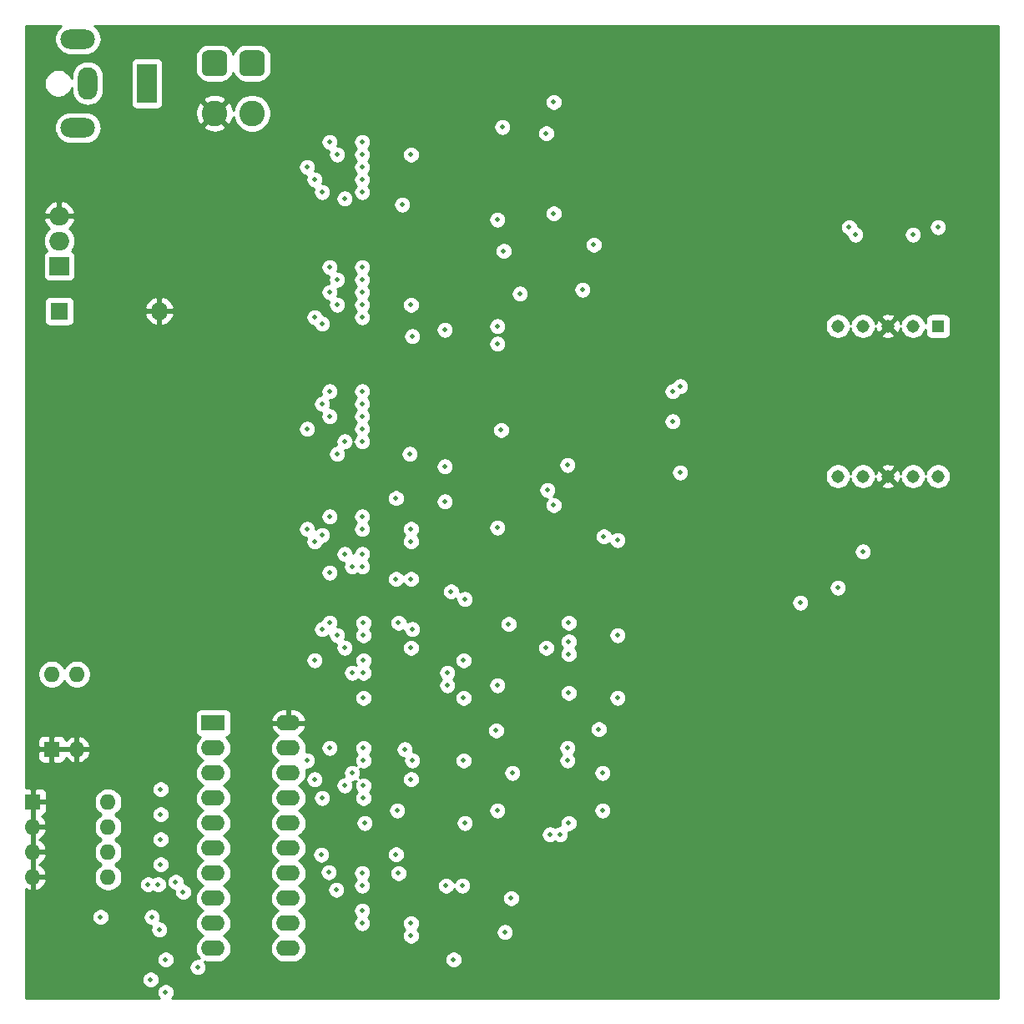
<source format=gbr>
G04 #@! TF.GenerationSoftware,KiCad,Pcbnew,(5.1.5)-3*
G04 #@! TF.CreationDate,2020-12-03T02:51:26-05:00*
G04 #@! TF.ProjectId,7447_Replica,37343437-5f52-4657-906c-6963612e6b69,rev?*
G04 #@! TF.SameCoordinates,Original*
G04 #@! TF.FileFunction,Copper,L3,Inr*
G04 #@! TF.FilePolarity,Positive*
%FSLAX46Y46*%
G04 Gerber Fmt 4.6, Leading zero omitted, Abs format (unit mm)*
G04 Created by KiCad (PCBNEW (5.1.5)-3) date 2020-12-03 02:51:26*
%MOMM*%
%LPD*%
G04 APERTURE LIST*
%ADD10C,1.308000*%
%ADD11R,1.308000X1.308000*%
%ADD12C,2.600000*%
%ADD13C,0.100000*%
%ADD14O,2.400000X1.600000*%
%ADD15R,2.400000X1.600000*%
%ADD16O,1.800000X1.800000*%
%ADD17R,1.800000X1.800000*%
%ADD18O,2.000000X1.905000*%
%ADD19R,2.000000X1.905000*%
%ADD20O,1.600000X1.600000*%
%ADD21R,1.600000X1.600000*%
%ADD22O,3.500000X2.000000*%
%ADD23O,2.000000X3.300000*%
%ADD24R,2.000000X4.000000*%
%ADD25C,0.508000*%
%ADD26C,0.254000*%
G04 APERTURE END LIST*
D10*
X133223000Y-71374000D03*
X130683000Y-71374000D03*
X128143000Y-71374000D03*
X125603000Y-71374000D03*
X123063000Y-71374000D03*
X123063000Y-56134000D03*
X125603000Y-56134000D03*
X128143000Y-56134000D03*
X130683000Y-56134000D03*
D11*
X133223000Y-56134000D03*
D12*
X59817000Y-34544000D03*
G04 #@! TA.AperFunction,ViaPad*
D13*
G36*
X60530711Y-28167130D02*
G01*
X60593809Y-28176490D01*
X60655685Y-28191989D01*
X60715744Y-28213478D01*
X60773408Y-28240751D01*
X60828121Y-28273545D01*
X60879356Y-28311543D01*
X60926619Y-28354381D01*
X60969457Y-28401644D01*
X61007455Y-28452879D01*
X61040249Y-28507592D01*
X61067522Y-28565256D01*
X61089011Y-28625315D01*
X61104510Y-28687191D01*
X61113870Y-28750289D01*
X61117000Y-28814000D01*
X61117000Y-30114000D01*
X61113870Y-30177711D01*
X61104510Y-30240809D01*
X61089011Y-30302685D01*
X61067522Y-30362744D01*
X61040249Y-30420408D01*
X61007455Y-30475121D01*
X60969457Y-30526356D01*
X60926619Y-30573619D01*
X60879356Y-30616457D01*
X60828121Y-30654455D01*
X60773408Y-30687249D01*
X60715744Y-30714522D01*
X60655685Y-30736011D01*
X60593809Y-30751510D01*
X60530711Y-30760870D01*
X60467000Y-30764000D01*
X59167000Y-30764000D01*
X59103289Y-30760870D01*
X59040191Y-30751510D01*
X58978315Y-30736011D01*
X58918256Y-30714522D01*
X58860592Y-30687249D01*
X58805879Y-30654455D01*
X58754644Y-30616457D01*
X58707381Y-30573619D01*
X58664543Y-30526356D01*
X58626545Y-30475121D01*
X58593751Y-30420408D01*
X58566478Y-30362744D01*
X58544989Y-30302685D01*
X58529490Y-30240809D01*
X58520130Y-30177711D01*
X58517000Y-30114000D01*
X58517000Y-28814000D01*
X58520130Y-28750289D01*
X58529490Y-28687191D01*
X58544989Y-28625315D01*
X58566478Y-28565256D01*
X58593751Y-28507592D01*
X58626545Y-28452879D01*
X58664543Y-28401644D01*
X58707381Y-28354381D01*
X58754644Y-28311543D01*
X58805879Y-28273545D01*
X58860592Y-28240751D01*
X58918256Y-28213478D01*
X58978315Y-28191989D01*
X59040191Y-28176490D01*
X59103289Y-28167130D01*
X59167000Y-28164000D01*
X60467000Y-28164000D01*
X60530711Y-28167130D01*
G37*
G04 #@! TD.AperFunction*
D12*
X63627000Y-34544000D03*
G04 #@! TA.AperFunction,ViaPad*
D13*
G36*
X64340711Y-28167130D02*
G01*
X64403809Y-28176490D01*
X64465685Y-28191989D01*
X64525744Y-28213478D01*
X64583408Y-28240751D01*
X64638121Y-28273545D01*
X64689356Y-28311543D01*
X64736619Y-28354381D01*
X64779457Y-28401644D01*
X64817455Y-28452879D01*
X64850249Y-28507592D01*
X64877522Y-28565256D01*
X64899011Y-28625315D01*
X64914510Y-28687191D01*
X64923870Y-28750289D01*
X64927000Y-28814000D01*
X64927000Y-30114000D01*
X64923870Y-30177711D01*
X64914510Y-30240809D01*
X64899011Y-30302685D01*
X64877522Y-30362744D01*
X64850249Y-30420408D01*
X64817455Y-30475121D01*
X64779457Y-30526356D01*
X64736619Y-30573619D01*
X64689356Y-30616457D01*
X64638121Y-30654455D01*
X64583408Y-30687249D01*
X64525744Y-30714522D01*
X64465685Y-30736011D01*
X64403809Y-30751510D01*
X64340711Y-30760870D01*
X64277000Y-30764000D01*
X62977000Y-30764000D01*
X62913289Y-30760870D01*
X62850191Y-30751510D01*
X62788315Y-30736011D01*
X62728256Y-30714522D01*
X62670592Y-30687249D01*
X62615879Y-30654455D01*
X62564644Y-30616457D01*
X62517381Y-30573619D01*
X62474543Y-30526356D01*
X62436545Y-30475121D01*
X62403751Y-30420408D01*
X62376478Y-30362744D01*
X62354989Y-30302685D01*
X62339490Y-30240809D01*
X62330130Y-30177711D01*
X62327000Y-30114000D01*
X62327000Y-28814000D01*
X62330130Y-28750289D01*
X62339490Y-28687191D01*
X62354989Y-28625315D01*
X62376478Y-28565256D01*
X62403751Y-28507592D01*
X62436545Y-28452879D01*
X62474543Y-28401644D01*
X62517381Y-28354381D01*
X62564644Y-28311543D01*
X62615879Y-28273545D01*
X62670592Y-28240751D01*
X62728256Y-28213478D01*
X62788315Y-28191989D01*
X62850191Y-28176490D01*
X62913289Y-28167130D01*
X62977000Y-28164000D01*
X64277000Y-28164000D01*
X64340711Y-28167130D01*
G37*
G04 #@! TD.AperFunction*
D14*
X67310000Y-96393000D03*
X59690000Y-119253000D03*
X67310000Y-98933000D03*
X59690000Y-116713000D03*
X67310000Y-101473000D03*
X59690000Y-114173000D03*
X67310000Y-104013000D03*
X59690000Y-111633000D03*
X67310000Y-106553000D03*
X59690000Y-109093000D03*
X67310000Y-109093000D03*
X59690000Y-106553000D03*
X67310000Y-111633000D03*
X59690000Y-104013000D03*
X67310000Y-114173000D03*
X59690000Y-101473000D03*
X67310000Y-116713000D03*
X59690000Y-98933000D03*
X67310000Y-119253000D03*
D15*
X59690000Y-96393000D03*
D16*
X54229000Y-54610000D03*
D17*
X44069000Y-54610000D03*
D18*
X44069000Y-44958000D03*
X44069000Y-47498000D03*
D19*
X44069000Y-50038000D03*
D20*
X43307000Y-91440000D03*
X45847000Y-99060000D03*
X45847000Y-91440000D03*
D21*
X43307000Y-99060000D03*
D20*
X49022000Y-104394000D03*
X41402000Y-112014000D03*
X49022000Y-106934000D03*
X41402000Y-109474000D03*
X49022000Y-109474000D03*
X41402000Y-106934000D03*
X49022000Y-112014000D03*
D21*
X41402000Y-104394000D03*
D22*
X45959000Y-35996000D03*
X45959000Y-26996000D03*
D23*
X46959000Y-31496000D03*
D24*
X52959000Y-31496000D03*
D25*
X54356000Y-105664000D03*
X54356000Y-108204000D03*
X54356000Y-110744000D03*
X54356000Y-103124000D03*
X53086000Y-112776000D03*
X95758000Y-93345000D03*
X88392000Y-97155000D03*
X85217000Y-106553000D03*
X75057000Y-106553000D03*
X78232000Y-109728000D03*
X79121000Y-99060000D03*
X78232000Y-73596500D03*
X88900000Y-66675000D03*
X94234000Y-74295000D03*
X83185000Y-73914000D03*
X90805000Y-52832000D03*
X97155000Y-52451000D03*
X85090000Y-93853000D03*
X74930000Y-93853000D03*
X95758000Y-106553000D03*
X85217000Y-83820000D03*
X89662000Y-86360000D03*
X98806000Y-97028000D03*
X54864000Y-116078000D03*
X83312000Y-111633000D03*
X93472000Y-111633000D03*
X83312000Y-98933000D03*
X93472000Y-98933000D03*
X83820000Y-87630000D03*
X83185000Y-75438000D03*
X93599000Y-86233000D03*
X104140000Y-98933000D03*
X104394000Y-86233000D03*
X121539000Y-51562000D03*
X83185000Y-62738000D03*
X93472000Y-70231000D03*
X87376000Y-64008000D03*
X104267000Y-70231000D03*
X83185000Y-50165000D03*
X97663000Y-55880000D03*
X97790000Y-43434000D03*
X97790000Y-30861000D03*
X88138000Y-42163990D03*
X83312000Y-37465000D03*
X99187000Y-101473000D03*
X125603000Y-78994000D03*
X99187000Y-105283000D03*
X123063000Y-82677000D03*
X124841000Y-46863000D03*
X130683000Y-46863000D03*
X124206000Y-46101000D03*
X133223000Y-46101000D03*
X98298000Y-47879000D03*
X119253000Y-84201000D03*
X54229000Y-117348000D03*
X58108990Y-121158000D03*
X48260000Y-116078000D03*
X83312000Y-112903000D03*
X73787000Y-101473000D03*
X79883000Y-100203000D03*
X73787000Y-91313000D03*
X74930000Y-91313000D03*
X73787000Y-80518000D03*
X74803000Y-80518000D03*
X84074000Y-120396000D03*
X84963000Y-112903000D03*
X74803000Y-115443000D03*
X72164500Y-113312500D03*
X73025000Y-102743000D03*
X74930000Y-102743000D03*
X73025000Y-88773000D03*
X79756000Y-88773000D03*
X73025000Y-79248000D03*
X74803000Y-79248000D03*
X73025000Y-67818000D03*
X74803000Y-67818000D03*
X73025000Y-43180000D03*
X79756000Y-38735000D03*
X74803000Y-116713000D03*
X70739000Y-104013000D03*
X74930000Y-104013000D03*
X70739000Y-86868000D03*
X79883000Y-86868000D03*
X70739000Y-77343000D03*
X79756000Y-76708000D03*
X70739000Y-64008000D03*
X74803000Y-64008000D03*
X70739000Y-55880000D03*
X79756000Y-53975000D03*
X70739000Y-42545000D03*
X74803000Y-42545000D03*
X79756000Y-116713000D03*
X69215000Y-100203000D03*
X74930000Y-100203000D03*
X69215000Y-76708000D03*
X74803000Y-76708000D03*
X69215000Y-66548000D03*
X74803000Y-66548000D03*
X69215000Y-40005000D03*
X74803000Y-40005000D03*
X74803000Y-111633000D03*
X78486000Y-111633000D03*
X79756000Y-117983000D03*
X70640500Y-109756500D03*
X71501000Y-98933000D03*
X74930000Y-98933000D03*
X78486000Y-86233000D03*
X83439000Y-92583000D03*
X71501000Y-86233000D03*
X74930000Y-86233000D03*
X74803000Y-75438000D03*
X71501000Y-75438000D03*
X71501000Y-81153000D03*
X79756000Y-81788000D03*
X71501000Y-62738000D03*
X74803000Y-62738000D03*
X71501000Y-65278000D03*
X74803000Y-65278000D03*
X71501000Y-50165000D03*
X74803000Y-50165000D03*
X71501000Y-52705000D03*
X74803000Y-52705000D03*
X83185000Y-56515000D03*
X71501000Y-37465000D03*
X74803000Y-37465000D03*
X74803000Y-112903000D03*
X71402500Y-111534500D03*
X72263000Y-87503000D03*
X74930000Y-87503000D03*
X83439000Y-91313000D03*
X72263000Y-69088000D03*
X79629000Y-69088000D03*
X72263000Y-51435000D03*
X74803000Y-51435000D03*
X72263000Y-53975000D03*
X74803000Y-53975000D03*
X72263000Y-38735000D03*
X74803000Y-38735000D03*
X89281000Y-117602000D03*
X89916000Y-114173000D03*
X94869000Y-107696000D03*
X95631000Y-100203000D03*
X93852996Y-107696000D03*
X95631000Y-98933000D03*
X54864000Y-120396000D03*
X54864000Y-123698000D03*
X56642000Y-113538000D03*
X53340000Y-122428000D03*
X55880000Y-112522000D03*
X53467000Y-116078000D03*
X54102000Y-112776000D03*
X106299000Y-62738000D03*
X106299000Y-65786000D03*
X107061000Y-62230000D03*
X107061000Y-70993000D03*
X78359000Y-105283000D03*
X85090000Y-100203000D03*
X69977000Y-102108000D03*
X79756000Y-102108000D03*
X69977000Y-90043000D03*
X74930000Y-90043000D03*
X69977000Y-77978000D03*
X79756000Y-77978000D03*
X69977000Y-55245000D03*
X74803000Y-55245000D03*
X69977000Y-41275000D03*
X74803000Y-41275000D03*
X88519000Y-105283000D03*
X90043000Y-101473000D03*
X88519000Y-92583000D03*
X95758000Y-89408000D03*
X95758000Y-88138000D03*
X100711000Y-87503000D03*
X93472000Y-88773000D03*
X100711000Y-93853000D03*
X78232000Y-81788000D03*
X85090000Y-90043000D03*
X95758000Y-86233000D03*
X83820000Y-83058000D03*
X83185000Y-70358000D03*
X95631000Y-70231000D03*
X88519000Y-76581000D03*
X99314000Y-77470000D03*
X93599000Y-72771000D03*
X100711000Y-77851000D03*
X79883000Y-57150000D03*
X89154000Y-48514000D03*
X78867000Y-43815000D03*
X89027000Y-35941000D03*
X88519000Y-45339000D03*
X94234000Y-44704000D03*
X88519000Y-56133998D03*
X88519000Y-57912006D03*
X93472000Y-36576000D03*
X94234000Y-33401000D03*
D26*
G36*
X44047286Y-25834286D02*
G01*
X43842969Y-26083248D01*
X43691148Y-26367285D01*
X43597657Y-26675484D01*
X43566089Y-26996000D01*
X43597657Y-27316516D01*
X43691148Y-27624715D01*
X43842969Y-27908752D01*
X44047286Y-28157714D01*
X44296248Y-28362031D01*
X44580285Y-28513852D01*
X44888484Y-28607343D01*
X45128678Y-28631000D01*
X46789322Y-28631000D01*
X47029516Y-28607343D01*
X47337715Y-28513852D01*
X47621752Y-28362031D01*
X47870714Y-28157714D01*
X48075031Y-27908752D01*
X48226852Y-27624715D01*
X48320343Y-27316516D01*
X48351911Y-26996000D01*
X48320343Y-26675484D01*
X48226852Y-26367285D01*
X48075031Y-26083248D01*
X47870714Y-25834286D01*
X47658345Y-25660000D01*
X139340001Y-25660000D01*
X139340000Y-124340000D01*
X55479235Y-124340000D01*
X55554531Y-124264704D01*
X55651821Y-124119099D01*
X55718836Y-123957312D01*
X55753000Y-123785559D01*
X55753000Y-123610441D01*
X55718836Y-123438688D01*
X55651821Y-123276901D01*
X55554531Y-123131296D01*
X55430704Y-123007469D01*
X55285099Y-122910179D01*
X55123312Y-122843164D01*
X54951559Y-122809000D01*
X54776441Y-122809000D01*
X54604688Y-122843164D01*
X54442901Y-122910179D01*
X54297296Y-123007469D01*
X54173469Y-123131296D01*
X54076179Y-123276901D01*
X54009164Y-123438688D01*
X53975000Y-123610441D01*
X53975000Y-123785559D01*
X54009164Y-123957312D01*
X54076179Y-124119099D01*
X54173469Y-124264704D01*
X54248765Y-124340000D01*
X40660000Y-124340000D01*
X40660000Y-122340441D01*
X52451000Y-122340441D01*
X52451000Y-122515559D01*
X52485164Y-122687312D01*
X52552179Y-122849099D01*
X52649469Y-122994704D01*
X52773296Y-123118531D01*
X52918901Y-123215821D01*
X53080688Y-123282836D01*
X53252441Y-123317000D01*
X53427559Y-123317000D01*
X53599312Y-123282836D01*
X53761099Y-123215821D01*
X53906704Y-123118531D01*
X54030531Y-122994704D01*
X54127821Y-122849099D01*
X54194836Y-122687312D01*
X54229000Y-122515559D01*
X54229000Y-122340441D01*
X54194836Y-122168688D01*
X54127821Y-122006901D01*
X54030531Y-121861296D01*
X53906704Y-121737469D01*
X53761099Y-121640179D01*
X53599312Y-121573164D01*
X53427559Y-121539000D01*
X53252441Y-121539000D01*
X53080688Y-121573164D01*
X52918901Y-121640179D01*
X52773296Y-121737469D01*
X52649469Y-121861296D01*
X52552179Y-122006901D01*
X52485164Y-122168688D01*
X52451000Y-122340441D01*
X40660000Y-122340441D01*
X40660000Y-120308441D01*
X53975000Y-120308441D01*
X53975000Y-120483559D01*
X54009164Y-120655312D01*
X54076179Y-120817099D01*
X54173469Y-120962704D01*
X54297296Y-121086531D01*
X54442901Y-121183821D01*
X54604688Y-121250836D01*
X54776441Y-121285000D01*
X54951559Y-121285000D01*
X55123312Y-121250836D01*
X55285099Y-121183821D01*
X55430704Y-121086531D01*
X55446794Y-121070441D01*
X57219990Y-121070441D01*
X57219990Y-121245559D01*
X57254154Y-121417312D01*
X57321169Y-121579099D01*
X57418459Y-121724704D01*
X57542286Y-121848531D01*
X57687891Y-121945821D01*
X57849678Y-122012836D01*
X58021431Y-122047000D01*
X58196549Y-122047000D01*
X58368302Y-122012836D01*
X58530089Y-121945821D01*
X58675694Y-121848531D01*
X58799521Y-121724704D01*
X58896811Y-121579099D01*
X58963826Y-121417312D01*
X58997990Y-121245559D01*
X58997990Y-121070441D01*
X58963826Y-120898688D01*
X58896811Y-120736901D01*
X58809988Y-120606961D01*
X59008691Y-120667236D01*
X59219508Y-120688000D01*
X60160492Y-120688000D01*
X60371309Y-120667236D01*
X60641808Y-120585182D01*
X60891101Y-120451932D01*
X61109608Y-120272608D01*
X61288932Y-120054101D01*
X61422182Y-119804808D01*
X61504236Y-119534309D01*
X61531943Y-119253000D01*
X61504236Y-118971691D01*
X61422182Y-118701192D01*
X61288932Y-118451899D01*
X61109608Y-118233392D01*
X60891101Y-118054068D01*
X60758142Y-117983000D01*
X60891101Y-117911932D01*
X61109608Y-117732608D01*
X61288932Y-117514101D01*
X61422182Y-117264808D01*
X61504236Y-116994309D01*
X61531943Y-116713000D01*
X61504236Y-116431691D01*
X61422182Y-116161192D01*
X61288932Y-115911899D01*
X61109608Y-115693392D01*
X60891101Y-115514068D01*
X60758142Y-115443000D01*
X60891101Y-115371932D01*
X61109608Y-115192608D01*
X61288932Y-114974101D01*
X61422182Y-114724808D01*
X61504236Y-114454309D01*
X61531943Y-114173000D01*
X61504236Y-113891691D01*
X61422182Y-113621192D01*
X61288932Y-113371899D01*
X61109608Y-113153392D01*
X60891101Y-112974068D01*
X60758142Y-112903000D01*
X60891101Y-112831932D01*
X61109608Y-112652608D01*
X61288932Y-112434101D01*
X61422182Y-112184808D01*
X61504236Y-111914309D01*
X61531943Y-111633000D01*
X61504236Y-111351691D01*
X61422182Y-111081192D01*
X61288932Y-110831899D01*
X61109608Y-110613392D01*
X60891101Y-110434068D01*
X60758142Y-110363000D01*
X60891101Y-110291932D01*
X61109608Y-110112608D01*
X61288932Y-109894101D01*
X61422182Y-109644808D01*
X61504236Y-109374309D01*
X61531943Y-109093000D01*
X61504236Y-108811691D01*
X61422182Y-108541192D01*
X61288932Y-108291899D01*
X61109608Y-108073392D01*
X60891101Y-107894068D01*
X60758142Y-107823000D01*
X60891101Y-107751932D01*
X61109608Y-107572608D01*
X61288932Y-107354101D01*
X61422182Y-107104808D01*
X61504236Y-106834309D01*
X61531943Y-106553000D01*
X61504236Y-106271691D01*
X61422182Y-106001192D01*
X61288932Y-105751899D01*
X61109608Y-105533392D01*
X60891101Y-105354068D01*
X60758142Y-105283000D01*
X60891101Y-105211932D01*
X61109608Y-105032608D01*
X61288932Y-104814101D01*
X61422182Y-104564808D01*
X61504236Y-104294309D01*
X61531943Y-104013000D01*
X61504236Y-103731691D01*
X61422182Y-103461192D01*
X61288932Y-103211899D01*
X61109608Y-102993392D01*
X60891101Y-102814068D01*
X60758142Y-102743000D01*
X60891101Y-102671932D01*
X61109608Y-102492608D01*
X61288932Y-102274101D01*
X61422182Y-102024808D01*
X61504236Y-101754309D01*
X61531943Y-101473000D01*
X61504236Y-101191691D01*
X61422182Y-100921192D01*
X61288932Y-100671899D01*
X61109608Y-100453392D01*
X60891101Y-100274068D01*
X60758142Y-100203000D01*
X60891101Y-100131932D01*
X61109608Y-99952608D01*
X61288932Y-99734101D01*
X61422182Y-99484808D01*
X61504236Y-99214309D01*
X61531943Y-98933000D01*
X65468057Y-98933000D01*
X65495764Y-99214309D01*
X65577818Y-99484808D01*
X65711068Y-99734101D01*
X65890392Y-99952608D01*
X66108899Y-100131932D01*
X66241858Y-100203000D01*
X66108899Y-100274068D01*
X65890392Y-100453392D01*
X65711068Y-100671899D01*
X65577818Y-100921192D01*
X65495764Y-101191691D01*
X65468057Y-101473000D01*
X65495764Y-101754309D01*
X65577818Y-102024808D01*
X65711068Y-102274101D01*
X65890392Y-102492608D01*
X66108899Y-102671932D01*
X66241858Y-102743000D01*
X66108899Y-102814068D01*
X65890392Y-102993392D01*
X65711068Y-103211899D01*
X65577818Y-103461192D01*
X65495764Y-103731691D01*
X65468057Y-104013000D01*
X65495764Y-104294309D01*
X65577818Y-104564808D01*
X65711068Y-104814101D01*
X65890392Y-105032608D01*
X66108899Y-105211932D01*
X66241858Y-105283000D01*
X66108899Y-105354068D01*
X65890392Y-105533392D01*
X65711068Y-105751899D01*
X65577818Y-106001192D01*
X65495764Y-106271691D01*
X65468057Y-106553000D01*
X65495764Y-106834309D01*
X65577818Y-107104808D01*
X65711068Y-107354101D01*
X65890392Y-107572608D01*
X66108899Y-107751932D01*
X66241858Y-107823000D01*
X66108899Y-107894068D01*
X65890392Y-108073392D01*
X65711068Y-108291899D01*
X65577818Y-108541192D01*
X65495764Y-108811691D01*
X65468057Y-109093000D01*
X65495764Y-109374309D01*
X65577818Y-109644808D01*
X65711068Y-109894101D01*
X65890392Y-110112608D01*
X66108899Y-110291932D01*
X66241858Y-110363000D01*
X66108899Y-110434068D01*
X65890392Y-110613392D01*
X65711068Y-110831899D01*
X65577818Y-111081192D01*
X65495764Y-111351691D01*
X65468057Y-111633000D01*
X65495764Y-111914309D01*
X65577818Y-112184808D01*
X65711068Y-112434101D01*
X65890392Y-112652608D01*
X66108899Y-112831932D01*
X66241858Y-112903000D01*
X66108899Y-112974068D01*
X65890392Y-113153392D01*
X65711068Y-113371899D01*
X65577818Y-113621192D01*
X65495764Y-113891691D01*
X65468057Y-114173000D01*
X65495764Y-114454309D01*
X65577818Y-114724808D01*
X65711068Y-114974101D01*
X65890392Y-115192608D01*
X66108899Y-115371932D01*
X66241858Y-115443000D01*
X66108899Y-115514068D01*
X65890392Y-115693392D01*
X65711068Y-115911899D01*
X65577818Y-116161192D01*
X65495764Y-116431691D01*
X65468057Y-116713000D01*
X65495764Y-116994309D01*
X65577818Y-117264808D01*
X65711068Y-117514101D01*
X65890392Y-117732608D01*
X66108899Y-117911932D01*
X66241858Y-117983000D01*
X66108899Y-118054068D01*
X65890392Y-118233392D01*
X65711068Y-118451899D01*
X65577818Y-118701192D01*
X65495764Y-118971691D01*
X65468057Y-119253000D01*
X65495764Y-119534309D01*
X65577818Y-119804808D01*
X65711068Y-120054101D01*
X65890392Y-120272608D01*
X66108899Y-120451932D01*
X66358192Y-120585182D01*
X66628691Y-120667236D01*
X66839508Y-120688000D01*
X67780492Y-120688000D01*
X67991309Y-120667236D01*
X68261808Y-120585182D01*
X68511101Y-120451932D01*
X68685945Y-120308441D01*
X83185000Y-120308441D01*
X83185000Y-120483559D01*
X83219164Y-120655312D01*
X83286179Y-120817099D01*
X83383469Y-120962704D01*
X83507296Y-121086531D01*
X83652901Y-121183821D01*
X83814688Y-121250836D01*
X83986441Y-121285000D01*
X84161559Y-121285000D01*
X84333312Y-121250836D01*
X84495099Y-121183821D01*
X84640704Y-121086531D01*
X84764531Y-120962704D01*
X84861821Y-120817099D01*
X84928836Y-120655312D01*
X84963000Y-120483559D01*
X84963000Y-120308441D01*
X84928836Y-120136688D01*
X84861821Y-119974901D01*
X84764531Y-119829296D01*
X84640704Y-119705469D01*
X84495099Y-119608179D01*
X84333312Y-119541164D01*
X84161559Y-119507000D01*
X83986441Y-119507000D01*
X83814688Y-119541164D01*
X83652901Y-119608179D01*
X83507296Y-119705469D01*
X83383469Y-119829296D01*
X83286179Y-119974901D01*
X83219164Y-120136688D01*
X83185000Y-120308441D01*
X68685945Y-120308441D01*
X68729608Y-120272608D01*
X68908932Y-120054101D01*
X69042182Y-119804808D01*
X69124236Y-119534309D01*
X69151943Y-119253000D01*
X69124236Y-118971691D01*
X69042182Y-118701192D01*
X68908932Y-118451899D01*
X68729608Y-118233392D01*
X68511101Y-118054068D01*
X68378142Y-117983000D01*
X68511101Y-117911932D01*
X68729608Y-117732608D01*
X68908932Y-117514101D01*
X69042182Y-117264808D01*
X69124236Y-116994309D01*
X69151943Y-116713000D01*
X69124236Y-116431691D01*
X69042182Y-116161192D01*
X68908932Y-115911899D01*
X68729608Y-115693392D01*
X68511101Y-115514068D01*
X68378142Y-115443000D01*
X68511101Y-115371932D01*
X68531195Y-115355441D01*
X73914000Y-115355441D01*
X73914000Y-115530559D01*
X73948164Y-115702312D01*
X74015179Y-115864099D01*
X74112469Y-116009704D01*
X74180765Y-116078000D01*
X74112469Y-116146296D01*
X74015179Y-116291901D01*
X73948164Y-116453688D01*
X73914000Y-116625441D01*
X73914000Y-116800559D01*
X73948164Y-116972312D01*
X74015179Y-117134099D01*
X74112469Y-117279704D01*
X74236296Y-117403531D01*
X74381901Y-117500821D01*
X74543688Y-117567836D01*
X74715441Y-117602000D01*
X74890559Y-117602000D01*
X75062312Y-117567836D01*
X75224099Y-117500821D01*
X75369704Y-117403531D01*
X75493531Y-117279704D01*
X75590821Y-117134099D01*
X75657836Y-116972312D01*
X75692000Y-116800559D01*
X75692000Y-116625441D01*
X78867000Y-116625441D01*
X78867000Y-116800559D01*
X78901164Y-116972312D01*
X78968179Y-117134099D01*
X79065469Y-117279704D01*
X79133765Y-117348000D01*
X79065469Y-117416296D01*
X78968179Y-117561901D01*
X78901164Y-117723688D01*
X78867000Y-117895441D01*
X78867000Y-118070559D01*
X78901164Y-118242312D01*
X78968179Y-118404099D01*
X79065469Y-118549704D01*
X79189296Y-118673531D01*
X79334901Y-118770821D01*
X79496688Y-118837836D01*
X79668441Y-118872000D01*
X79843559Y-118872000D01*
X80015312Y-118837836D01*
X80177099Y-118770821D01*
X80322704Y-118673531D01*
X80446531Y-118549704D01*
X80543821Y-118404099D01*
X80610836Y-118242312D01*
X80645000Y-118070559D01*
X80645000Y-117895441D01*
X80610836Y-117723688D01*
X80543821Y-117561901D01*
X80512110Y-117514441D01*
X88392000Y-117514441D01*
X88392000Y-117689559D01*
X88426164Y-117861312D01*
X88493179Y-118023099D01*
X88590469Y-118168704D01*
X88714296Y-118292531D01*
X88859901Y-118389821D01*
X89021688Y-118456836D01*
X89193441Y-118491000D01*
X89368559Y-118491000D01*
X89540312Y-118456836D01*
X89702099Y-118389821D01*
X89847704Y-118292531D01*
X89971531Y-118168704D01*
X90068821Y-118023099D01*
X90135836Y-117861312D01*
X90170000Y-117689559D01*
X90170000Y-117514441D01*
X90135836Y-117342688D01*
X90068821Y-117180901D01*
X89971531Y-117035296D01*
X89847704Y-116911469D01*
X89702099Y-116814179D01*
X89540312Y-116747164D01*
X89368559Y-116713000D01*
X89193441Y-116713000D01*
X89021688Y-116747164D01*
X88859901Y-116814179D01*
X88714296Y-116911469D01*
X88590469Y-117035296D01*
X88493179Y-117180901D01*
X88426164Y-117342688D01*
X88392000Y-117514441D01*
X80512110Y-117514441D01*
X80446531Y-117416296D01*
X80378235Y-117348000D01*
X80446531Y-117279704D01*
X80543821Y-117134099D01*
X80610836Y-116972312D01*
X80645000Y-116800559D01*
X80645000Y-116625441D01*
X80610836Y-116453688D01*
X80543821Y-116291901D01*
X80446531Y-116146296D01*
X80322704Y-116022469D01*
X80177099Y-115925179D01*
X80015312Y-115858164D01*
X79843559Y-115824000D01*
X79668441Y-115824000D01*
X79496688Y-115858164D01*
X79334901Y-115925179D01*
X79189296Y-116022469D01*
X79065469Y-116146296D01*
X78968179Y-116291901D01*
X78901164Y-116453688D01*
X78867000Y-116625441D01*
X75692000Y-116625441D01*
X75657836Y-116453688D01*
X75590821Y-116291901D01*
X75493531Y-116146296D01*
X75425235Y-116078000D01*
X75493531Y-116009704D01*
X75590821Y-115864099D01*
X75657836Y-115702312D01*
X75692000Y-115530559D01*
X75692000Y-115355441D01*
X75657836Y-115183688D01*
X75590821Y-115021901D01*
X75493531Y-114876296D01*
X75369704Y-114752469D01*
X75224099Y-114655179D01*
X75062312Y-114588164D01*
X74890559Y-114554000D01*
X74715441Y-114554000D01*
X74543688Y-114588164D01*
X74381901Y-114655179D01*
X74236296Y-114752469D01*
X74112469Y-114876296D01*
X74015179Y-115021901D01*
X73948164Y-115183688D01*
X73914000Y-115355441D01*
X68531195Y-115355441D01*
X68729608Y-115192608D01*
X68908932Y-114974101D01*
X69042182Y-114724808D01*
X69124236Y-114454309D01*
X69151943Y-114173000D01*
X69124236Y-113891691D01*
X69042182Y-113621192D01*
X68908932Y-113371899D01*
X68788327Y-113224941D01*
X71275500Y-113224941D01*
X71275500Y-113400059D01*
X71309664Y-113571812D01*
X71376679Y-113733599D01*
X71473969Y-113879204D01*
X71597796Y-114003031D01*
X71743401Y-114100321D01*
X71905188Y-114167336D01*
X72076941Y-114201500D01*
X72252059Y-114201500D01*
X72423812Y-114167336D01*
X72585599Y-114100321D01*
X72607868Y-114085441D01*
X89027000Y-114085441D01*
X89027000Y-114260559D01*
X89061164Y-114432312D01*
X89128179Y-114594099D01*
X89225469Y-114739704D01*
X89349296Y-114863531D01*
X89494901Y-114960821D01*
X89656688Y-115027836D01*
X89828441Y-115062000D01*
X90003559Y-115062000D01*
X90175312Y-115027836D01*
X90337099Y-114960821D01*
X90482704Y-114863531D01*
X90606531Y-114739704D01*
X90703821Y-114594099D01*
X90770836Y-114432312D01*
X90805000Y-114260559D01*
X90805000Y-114085441D01*
X90770836Y-113913688D01*
X90703821Y-113751901D01*
X90606531Y-113606296D01*
X90482704Y-113482469D01*
X90337099Y-113385179D01*
X90175312Y-113318164D01*
X90003559Y-113284000D01*
X89828441Y-113284000D01*
X89656688Y-113318164D01*
X89494901Y-113385179D01*
X89349296Y-113482469D01*
X89225469Y-113606296D01*
X89128179Y-113751901D01*
X89061164Y-113913688D01*
X89027000Y-114085441D01*
X72607868Y-114085441D01*
X72731204Y-114003031D01*
X72855031Y-113879204D01*
X72952321Y-113733599D01*
X73019336Y-113571812D01*
X73053500Y-113400059D01*
X73053500Y-113224941D01*
X73019336Y-113053188D01*
X72952321Y-112891401D01*
X72855031Y-112745796D01*
X72731204Y-112621969D01*
X72585599Y-112524679D01*
X72423812Y-112457664D01*
X72252059Y-112423500D01*
X72076941Y-112423500D01*
X71905188Y-112457664D01*
X71743401Y-112524679D01*
X71597796Y-112621969D01*
X71473969Y-112745796D01*
X71376679Y-112891401D01*
X71309664Y-113053188D01*
X71275500Y-113224941D01*
X68788327Y-113224941D01*
X68729608Y-113153392D01*
X68511101Y-112974068D01*
X68378142Y-112903000D01*
X68511101Y-112831932D01*
X68729608Y-112652608D01*
X68908932Y-112434101D01*
X69042182Y-112184808D01*
X69124236Y-111914309D01*
X69151943Y-111633000D01*
X69133618Y-111446941D01*
X70513500Y-111446941D01*
X70513500Y-111622059D01*
X70547664Y-111793812D01*
X70614679Y-111955599D01*
X70711969Y-112101204D01*
X70835796Y-112225031D01*
X70981401Y-112322321D01*
X71143188Y-112389336D01*
X71314941Y-112423500D01*
X71490059Y-112423500D01*
X71661812Y-112389336D01*
X71823599Y-112322321D01*
X71969204Y-112225031D01*
X72093031Y-112101204D01*
X72190321Y-111955599D01*
X72257336Y-111793812D01*
X72291500Y-111622059D01*
X72291500Y-111545441D01*
X73914000Y-111545441D01*
X73914000Y-111720559D01*
X73948164Y-111892312D01*
X74015179Y-112054099D01*
X74112469Y-112199704D01*
X74180765Y-112268000D01*
X74112469Y-112336296D01*
X74015179Y-112481901D01*
X73948164Y-112643688D01*
X73914000Y-112815441D01*
X73914000Y-112990559D01*
X73948164Y-113162312D01*
X74015179Y-113324099D01*
X74112469Y-113469704D01*
X74236296Y-113593531D01*
X74381901Y-113690821D01*
X74543688Y-113757836D01*
X74715441Y-113792000D01*
X74890559Y-113792000D01*
X75062312Y-113757836D01*
X75224099Y-113690821D01*
X75369704Y-113593531D01*
X75493531Y-113469704D01*
X75590821Y-113324099D01*
X75657836Y-113162312D01*
X75692000Y-112990559D01*
X75692000Y-112815441D01*
X82423000Y-112815441D01*
X82423000Y-112990559D01*
X82457164Y-113162312D01*
X82524179Y-113324099D01*
X82621469Y-113469704D01*
X82745296Y-113593531D01*
X82890901Y-113690821D01*
X83052688Y-113757836D01*
X83224441Y-113792000D01*
X83399559Y-113792000D01*
X83571312Y-113757836D01*
X83733099Y-113690821D01*
X83878704Y-113593531D01*
X84002531Y-113469704D01*
X84099821Y-113324099D01*
X84137500Y-113233135D01*
X84175179Y-113324099D01*
X84272469Y-113469704D01*
X84396296Y-113593531D01*
X84541901Y-113690821D01*
X84703688Y-113757836D01*
X84875441Y-113792000D01*
X85050559Y-113792000D01*
X85222312Y-113757836D01*
X85384099Y-113690821D01*
X85529704Y-113593531D01*
X85653531Y-113469704D01*
X85750821Y-113324099D01*
X85817836Y-113162312D01*
X85852000Y-112990559D01*
X85852000Y-112815441D01*
X85817836Y-112643688D01*
X85750821Y-112481901D01*
X85653531Y-112336296D01*
X85529704Y-112212469D01*
X85384099Y-112115179D01*
X85222312Y-112048164D01*
X85050559Y-112014000D01*
X84875441Y-112014000D01*
X84703688Y-112048164D01*
X84541901Y-112115179D01*
X84396296Y-112212469D01*
X84272469Y-112336296D01*
X84175179Y-112481901D01*
X84137500Y-112572865D01*
X84099821Y-112481901D01*
X84002531Y-112336296D01*
X83878704Y-112212469D01*
X83733099Y-112115179D01*
X83571312Y-112048164D01*
X83399559Y-112014000D01*
X83224441Y-112014000D01*
X83052688Y-112048164D01*
X82890901Y-112115179D01*
X82745296Y-112212469D01*
X82621469Y-112336296D01*
X82524179Y-112481901D01*
X82457164Y-112643688D01*
X82423000Y-112815441D01*
X75692000Y-112815441D01*
X75657836Y-112643688D01*
X75590821Y-112481901D01*
X75493531Y-112336296D01*
X75425235Y-112268000D01*
X75493531Y-112199704D01*
X75590821Y-112054099D01*
X75657836Y-111892312D01*
X75692000Y-111720559D01*
X75692000Y-111545441D01*
X77597000Y-111545441D01*
X77597000Y-111720559D01*
X77631164Y-111892312D01*
X77698179Y-112054099D01*
X77795469Y-112199704D01*
X77919296Y-112323531D01*
X78064901Y-112420821D01*
X78226688Y-112487836D01*
X78398441Y-112522000D01*
X78573559Y-112522000D01*
X78745312Y-112487836D01*
X78907099Y-112420821D01*
X79052704Y-112323531D01*
X79176531Y-112199704D01*
X79273821Y-112054099D01*
X79340836Y-111892312D01*
X79375000Y-111720559D01*
X79375000Y-111545441D01*
X79340836Y-111373688D01*
X79273821Y-111211901D01*
X79176531Y-111066296D01*
X79052704Y-110942469D01*
X78907099Y-110845179D01*
X78745312Y-110778164D01*
X78573559Y-110744000D01*
X78398441Y-110744000D01*
X78226688Y-110778164D01*
X78064901Y-110845179D01*
X77919296Y-110942469D01*
X77795469Y-111066296D01*
X77698179Y-111211901D01*
X77631164Y-111373688D01*
X77597000Y-111545441D01*
X75692000Y-111545441D01*
X75657836Y-111373688D01*
X75590821Y-111211901D01*
X75493531Y-111066296D01*
X75369704Y-110942469D01*
X75224099Y-110845179D01*
X75062312Y-110778164D01*
X74890559Y-110744000D01*
X74715441Y-110744000D01*
X74543688Y-110778164D01*
X74381901Y-110845179D01*
X74236296Y-110942469D01*
X74112469Y-111066296D01*
X74015179Y-111211901D01*
X73948164Y-111373688D01*
X73914000Y-111545441D01*
X72291500Y-111545441D01*
X72291500Y-111446941D01*
X72257336Y-111275188D01*
X72190321Y-111113401D01*
X72093031Y-110967796D01*
X71969204Y-110843969D01*
X71823599Y-110746679D01*
X71661812Y-110679664D01*
X71490059Y-110645500D01*
X71314941Y-110645500D01*
X71143188Y-110679664D01*
X70981401Y-110746679D01*
X70835796Y-110843969D01*
X70711969Y-110967796D01*
X70614679Y-111113401D01*
X70547664Y-111275188D01*
X70513500Y-111446941D01*
X69133618Y-111446941D01*
X69124236Y-111351691D01*
X69042182Y-111081192D01*
X68908932Y-110831899D01*
X68729608Y-110613392D01*
X68511101Y-110434068D01*
X68378142Y-110363000D01*
X68511101Y-110291932D01*
X68729608Y-110112608D01*
X68908932Y-109894101D01*
X69029282Y-109668941D01*
X69751500Y-109668941D01*
X69751500Y-109844059D01*
X69785664Y-110015812D01*
X69852679Y-110177599D01*
X69949969Y-110323204D01*
X70073796Y-110447031D01*
X70219401Y-110544321D01*
X70381188Y-110611336D01*
X70552941Y-110645500D01*
X70728059Y-110645500D01*
X70899812Y-110611336D01*
X71061599Y-110544321D01*
X71207204Y-110447031D01*
X71331031Y-110323204D01*
X71428321Y-110177599D01*
X71495336Y-110015812D01*
X71529500Y-109844059D01*
X71529500Y-109668941D01*
X71523831Y-109640441D01*
X77343000Y-109640441D01*
X77343000Y-109815559D01*
X77377164Y-109987312D01*
X77444179Y-110149099D01*
X77541469Y-110294704D01*
X77665296Y-110418531D01*
X77810901Y-110515821D01*
X77972688Y-110582836D01*
X78144441Y-110617000D01*
X78319559Y-110617000D01*
X78491312Y-110582836D01*
X78653099Y-110515821D01*
X78798704Y-110418531D01*
X78922531Y-110294704D01*
X79019821Y-110149099D01*
X79086836Y-109987312D01*
X79121000Y-109815559D01*
X79121000Y-109640441D01*
X79086836Y-109468688D01*
X79019821Y-109306901D01*
X78922531Y-109161296D01*
X78798704Y-109037469D01*
X78653099Y-108940179D01*
X78491312Y-108873164D01*
X78319559Y-108839000D01*
X78144441Y-108839000D01*
X77972688Y-108873164D01*
X77810901Y-108940179D01*
X77665296Y-109037469D01*
X77541469Y-109161296D01*
X77444179Y-109306901D01*
X77377164Y-109468688D01*
X77343000Y-109640441D01*
X71523831Y-109640441D01*
X71495336Y-109497188D01*
X71428321Y-109335401D01*
X71331031Y-109189796D01*
X71207204Y-109065969D01*
X71061599Y-108968679D01*
X70899812Y-108901664D01*
X70728059Y-108867500D01*
X70552941Y-108867500D01*
X70381188Y-108901664D01*
X70219401Y-108968679D01*
X70073796Y-109065969D01*
X69949969Y-109189796D01*
X69852679Y-109335401D01*
X69785664Y-109497188D01*
X69751500Y-109668941D01*
X69029282Y-109668941D01*
X69042182Y-109644808D01*
X69124236Y-109374309D01*
X69151943Y-109093000D01*
X69124236Y-108811691D01*
X69042182Y-108541192D01*
X68908932Y-108291899D01*
X68729608Y-108073392D01*
X68511101Y-107894068D01*
X68378142Y-107823000D01*
X68511101Y-107751932D01*
X68685945Y-107608441D01*
X92963996Y-107608441D01*
X92963996Y-107783559D01*
X92998160Y-107955312D01*
X93065175Y-108117099D01*
X93162465Y-108262704D01*
X93286292Y-108386531D01*
X93431897Y-108483821D01*
X93593684Y-108550836D01*
X93765437Y-108585000D01*
X93940555Y-108585000D01*
X94112308Y-108550836D01*
X94274095Y-108483821D01*
X94360998Y-108425754D01*
X94447901Y-108483821D01*
X94609688Y-108550836D01*
X94781441Y-108585000D01*
X94956559Y-108585000D01*
X95128312Y-108550836D01*
X95290099Y-108483821D01*
X95435704Y-108386531D01*
X95559531Y-108262704D01*
X95656821Y-108117099D01*
X95723836Y-107955312D01*
X95758000Y-107783559D01*
X95758000Y-107608441D01*
X95724893Y-107442000D01*
X95845559Y-107442000D01*
X96017312Y-107407836D01*
X96179099Y-107340821D01*
X96324704Y-107243531D01*
X96448531Y-107119704D01*
X96545821Y-106974099D01*
X96612836Y-106812312D01*
X96647000Y-106640559D01*
X96647000Y-106465441D01*
X96612836Y-106293688D01*
X96545821Y-106131901D01*
X96448531Y-105986296D01*
X96324704Y-105862469D01*
X96179099Y-105765179D01*
X96017312Y-105698164D01*
X95845559Y-105664000D01*
X95670441Y-105664000D01*
X95498688Y-105698164D01*
X95336901Y-105765179D01*
X95191296Y-105862469D01*
X95067469Y-105986296D01*
X94970179Y-106131901D01*
X94903164Y-106293688D01*
X94869000Y-106465441D01*
X94869000Y-106640559D01*
X94902107Y-106807000D01*
X94781441Y-106807000D01*
X94609688Y-106841164D01*
X94447901Y-106908179D01*
X94360998Y-106966246D01*
X94274095Y-106908179D01*
X94112308Y-106841164D01*
X93940555Y-106807000D01*
X93765437Y-106807000D01*
X93593684Y-106841164D01*
X93431897Y-106908179D01*
X93286292Y-107005469D01*
X93162465Y-107129296D01*
X93065175Y-107274901D01*
X92998160Y-107436688D01*
X92963996Y-107608441D01*
X68685945Y-107608441D01*
X68729608Y-107572608D01*
X68908932Y-107354101D01*
X69042182Y-107104808D01*
X69124236Y-106834309D01*
X69151943Y-106553000D01*
X69143320Y-106465441D01*
X74168000Y-106465441D01*
X74168000Y-106640559D01*
X74202164Y-106812312D01*
X74269179Y-106974099D01*
X74366469Y-107119704D01*
X74490296Y-107243531D01*
X74635901Y-107340821D01*
X74797688Y-107407836D01*
X74969441Y-107442000D01*
X75144559Y-107442000D01*
X75316312Y-107407836D01*
X75478099Y-107340821D01*
X75623704Y-107243531D01*
X75747531Y-107119704D01*
X75844821Y-106974099D01*
X75911836Y-106812312D01*
X75946000Y-106640559D01*
X75946000Y-106465441D01*
X84328000Y-106465441D01*
X84328000Y-106640559D01*
X84362164Y-106812312D01*
X84429179Y-106974099D01*
X84526469Y-107119704D01*
X84650296Y-107243531D01*
X84795901Y-107340821D01*
X84957688Y-107407836D01*
X85129441Y-107442000D01*
X85304559Y-107442000D01*
X85476312Y-107407836D01*
X85638099Y-107340821D01*
X85783704Y-107243531D01*
X85907531Y-107119704D01*
X86004821Y-106974099D01*
X86071836Y-106812312D01*
X86106000Y-106640559D01*
X86106000Y-106465441D01*
X86071836Y-106293688D01*
X86004821Y-106131901D01*
X85907531Y-105986296D01*
X85783704Y-105862469D01*
X85638099Y-105765179D01*
X85476312Y-105698164D01*
X85304559Y-105664000D01*
X85129441Y-105664000D01*
X84957688Y-105698164D01*
X84795901Y-105765179D01*
X84650296Y-105862469D01*
X84526469Y-105986296D01*
X84429179Y-106131901D01*
X84362164Y-106293688D01*
X84328000Y-106465441D01*
X75946000Y-106465441D01*
X75911836Y-106293688D01*
X75844821Y-106131901D01*
X75747531Y-105986296D01*
X75623704Y-105862469D01*
X75478099Y-105765179D01*
X75316312Y-105698164D01*
X75144559Y-105664000D01*
X74969441Y-105664000D01*
X74797688Y-105698164D01*
X74635901Y-105765179D01*
X74490296Y-105862469D01*
X74366469Y-105986296D01*
X74269179Y-106131901D01*
X74202164Y-106293688D01*
X74168000Y-106465441D01*
X69143320Y-106465441D01*
X69124236Y-106271691D01*
X69042182Y-106001192D01*
X68908932Y-105751899D01*
X68729608Y-105533392D01*
X68511101Y-105354068D01*
X68378142Y-105283000D01*
X68511101Y-105211932D01*
X68531195Y-105195441D01*
X77470000Y-105195441D01*
X77470000Y-105370559D01*
X77504164Y-105542312D01*
X77571179Y-105704099D01*
X77668469Y-105849704D01*
X77792296Y-105973531D01*
X77937901Y-106070821D01*
X78099688Y-106137836D01*
X78271441Y-106172000D01*
X78446559Y-106172000D01*
X78618312Y-106137836D01*
X78780099Y-106070821D01*
X78925704Y-105973531D01*
X79049531Y-105849704D01*
X79146821Y-105704099D01*
X79213836Y-105542312D01*
X79248000Y-105370559D01*
X79248000Y-105195441D01*
X87630000Y-105195441D01*
X87630000Y-105370559D01*
X87664164Y-105542312D01*
X87731179Y-105704099D01*
X87828469Y-105849704D01*
X87952296Y-105973531D01*
X88097901Y-106070821D01*
X88259688Y-106137836D01*
X88431441Y-106172000D01*
X88606559Y-106172000D01*
X88778312Y-106137836D01*
X88940099Y-106070821D01*
X89085704Y-105973531D01*
X89209531Y-105849704D01*
X89306821Y-105704099D01*
X89373836Y-105542312D01*
X89408000Y-105370559D01*
X89408000Y-105195441D01*
X98298000Y-105195441D01*
X98298000Y-105370559D01*
X98332164Y-105542312D01*
X98399179Y-105704099D01*
X98496469Y-105849704D01*
X98620296Y-105973531D01*
X98765901Y-106070821D01*
X98927688Y-106137836D01*
X99099441Y-106172000D01*
X99274559Y-106172000D01*
X99446312Y-106137836D01*
X99608099Y-106070821D01*
X99753704Y-105973531D01*
X99877531Y-105849704D01*
X99974821Y-105704099D01*
X100041836Y-105542312D01*
X100076000Y-105370559D01*
X100076000Y-105195441D01*
X100041836Y-105023688D01*
X99974821Y-104861901D01*
X99877531Y-104716296D01*
X99753704Y-104592469D01*
X99608099Y-104495179D01*
X99446312Y-104428164D01*
X99274559Y-104394000D01*
X99099441Y-104394000D01*
X98927688Y-104428164D01*
X98765901Y-104495179D01*
X98620296Y-104592469D01*
X98496469Y-104716296D01*
X98399179Y-104861901D01*
X98332164Y-105023688D01*
X98298000Y-105195441D01*
X89408000Y-105195441D01*
X89373836Y-105023688D01*
X89306821Y-104861901D01*
X89209531Y-104716296D01*
X89085704Y-104592469D01*
X88940099Y-104495179D01*
X88778312Y-104428164D01*
X88606559Y-104394000D01*
X88431441Y-104394000D01*
X88259688Y-104428164D01*
X88097901Y-104495179D01*
X87952296Y-104592469D01*
X87828469Y-104716296D01*
X87731179Y-104861901D01*
X87664164Y-105023688D01*
X87630000Y-105195441D01*
X79248000Y-105195441D01*
X79213836Y-105023688D01*
X79146821Y-104861901D01*
X79049531Y-104716296D01*
X78925704Y-104592469D01*
X78780099Y-104495179D01*
X78618312Y-104428164D01*
X78446559Y-104394000D01*
X78271441Y-104394000D01*
X78099688Y-104428164D01*
X77937901Y-104495179D01*
X77792296Y-104592469D01*
X77668469Y-104716296D01*
X77571179Y-104861901D01*
X77504164Y-105023688D01*
X77470000Y-105195441D01*
X68531195Y-105195441D01*
X68729608Y-105032608D01*
X68908932Y-104814101D01*
X69042182Y-104564808D01*
X69124236Y-104294309D01*
X69151943Y-104013000D01*
X69143320Y-103925441D01*
X69850000Y-103925441D01*
X69850000Y-104100559D01*
X69884164Y-104272312D01*
X69951179Y-104434099D01*
X70048469Y-104579704D01*
X70172296Y-104703531D01*
X70317901Y-104800821D01*
X70479688Y-104867836D01*
X70651441Y-104902000D01*
X70826559Y-104902000D01*
X70998312Y-104867836D01*
X71160099Y-104800821D01*
X71305704Y-104703531D01*
X71429531Y-104579704D01*
X71526821Y-104434099D01*
X71593836Y-104272312D01*
X71628000Y-104100559D01*
X71628000Y-103925441D01*
X71593836Y-103753688D01*
X71526821Y-103591901D01*
X71429531Y-103446296D01*
X71305704Y-103322469D01*
X71160099Y-103225179D01*
X70998312Y-103158164D01*
X70826559Y-103124000D01*
X70651441Y-103124000D01*
X70479688Y-103158164D01*
X70317901Y-103225179D01*
X70172296Y-103322469D01*
X70048469Y-103446296D01*
X69951179Y-103591901D01*
X69884164Y-103753688D01*
X69850000Y-103925441D01*
X69143320Y-103925441D01*
X69124236Y-103731691D01*
X69042182Y-103461192D01*
X68908932Y-103211899D01*
X68729608Y-102993392D01*
X68511101Y-102814068D01*
X68378142Y-102743000D01*
X68511101Y-102671932D01*
X68729608Y-102492608D01*
X68908932Y-102274101D01*
X69042182Y-102024808D01*
X69043506Y-102020441D01*
X69088000Y-102020441D01*
X69088000Y-102195559D01*
X69122164Y-102367312D01*
X69189179Y-102529099D01*
X69286469Y-102674704D01*
X69410296Y-102798531D01*
X69555901Y-102895821D01*
X69717688Y-102962836D01*
X69889441Y-102997000D01*
X70064559Y-102997000D01*
X70236312Y-102962836D01*
X70398099Y-102895821D01*
X70543704Y-102798531D01*
X70667531Y-102674704D01*
X70680402Y-102655441D01*
X72136000Y-102655441D01*
X72136000Y-102830559D01*
X72170164Y-103002312D01*
X72237179Y-103164099D01*
X72334469Y-103309704D01*
X72458296Y-103433531D01*
X72603901Y-103530821D01*
X72765688Y-103597836D01*
X72937441Y-103632000D01*
X73112559Y-103632000D01*
X73284312Y-103597836D01*
X73446099Y-103530821D01*
X73591704Y-103433531D01*
X73715531Y-103309704D01*
X73812821Y-103164099D01*
X73879836Y-103002312D01*
X73914000Y-102830559D01*
X73914000Y-102655441D01*
X73879836Y-102483688D01*
X73829431Y-102362000D01*
X73874559Y-102362000D01*
X74046312Y-102327836D01*
X74173383Y-102275201D01*
X74142179Y-102321901D01*
X74075164Y-102483688D01*
X74041000Y-102655441D01*
X74041000Y-102830559D01*
X74075164Y-103002312D01*
X74142179Y-103164099D01*
X74239469Y-103309704D01*
X74307765Y-103378000D01*
X74239469Y-103446296D01*
X74142179Y-103591901D01*
X74075164Y-103753688D01*
X74041000Y-103925441D01*
X74041000Y-104100559D01*
X74075164Y-104272312D01*
X74142179Y-104434099D01*
X74239469Y-104579704D01*
X74363296Y-104703531D01*
X74508901Y-104800821D01*
X74670688Y-104867836D01*
X74842441Y-104902000D01*
X75017559Y-104902000D01*
X75189312Y-104867836D01*
X75351099Y-104800821D01*
X75496704Y-104703531D01*
X75620531Y-104579704D01*
X75717821Y-104434099D01*
X75784836Y-104272312D01*
X75819000Y-104100559D01*
X75819000Y-103925441D01*
X75784836Y-103753688D01*
X75717821Y-103591901D01*
X75620531Y-103446296D01*
X75552235Y-103378000D01*
X75620531Y-103309704D01*
X75717821Y-103164099D01*
X75784836Y-103002312D01*
X75819000Y-102830559D01*
X75819000Y-102655441D01*
X75784836Y-102483688D01*
X75717821Y-102321901D01*
X75620531Y-102176296D01*
X75496704Y-102052469D01*
X75448771Y-102020441D01*
X78867000Y-102020441D01*
X78867000Y-102195559D01*
X78901164Y-102367312D01*
X78968179Y-102529099D01*
X79065469Y-102674704D01*
X79189296Y-102798531D01*
X79334901Y-102895821D01*
X79496688Y-102962836D01*
X79668441Y-102997000D01*
X79843559Y-102997000D01*
X80015312Y-102962836D01*
X80177099Y-102895821D01*
X80322704Y-102798531D01*
X80446531Y-102674704D01*
X80543821Y-102529099D01*
X80610836Y-102367312D01*
X80645000Y-102195559D01*
X80645000Y-102020441D01*
X80610836Y-101848688D01*
X80543821Y-101686901D01*
X80446531Y-101541296D01*
X80322704Y-101417469D01*
X80274771Y-101385441D01*
X89154000Y-101385441D01*
X89154000Y-101560559D01*
X89188164Y-101732312D01*
X89255179Y-101894099D01*
X89352469Y-102039704D01*
X89476296Y-102163531D01*
X89621901Y-102260821D01*
X89783688Y-102327836D01*
X89955441Y-102362000D01*
X90130559Y-102362000D01*
X90302312Y-102327836D01*
X90464099Y-102260821D01*
X90609704Y-102163531D01*
X90733531Y-102039704D01*
X90830821Y-101894099D01*
X90897836Y-101732312D01*
X90932000Y-101560559D01*
X90932000Y-101385441D01*
X98298000Y-101385441D01*
X98298000Y-101560559D01*
X98332164Y-101732312D01*
X98399179Y-101894099D01*
X98496469Y-102039704D01*
X98620296Y-102163531D01*
X98765901Y-102260821D01*
X98927688Y-102327836D01*
X99099441Y-102362000D01*
X99274559Y-102362000D01*
X99446312Y-102327836D01*
X99608099Y-102260821D01*
X99753704Y-102163531D01*
X99877531Y-102039704D01*
X99974821Y-101894099D01*
X100041836Y-101732312D01*
X100076000Y-101560559D01*
X100076000Y-101385441D01*
X100041836Y-101213688D01*
X99974821Y-101051901D01*
X99877531Y-100906296D01*
X99753704Y-100782469D01*
X99608099Y-100685179D01*
X99446312Y-100618164D01*
X99274559Y-100584000D01*
X99099441Y-100584000D01*
X98927688Y-100618164D01*
X98765901Y-100685179D01*
X98620296Y-100782469D01*
X98496469Y-100906296D01*
X98399179Y-101051901D01*
X98332164Y-101213688D01*
X98298000Y-101385441D01*
X90932000Y-101385441D01*
X90897836Y-101213688D01*
X90830821Y-101051901D01*
X90733531Y-100906296D01*
X90609704Y-100782469D01*
X90464099Y-100685179D01*
X90302312Y-100618164D01*
X90130559Y-100584000D01*
X89955441Y-100584000D01*
X89783688Y-100618164D01*
X89621901Y-100685179D01*
X89476296Y-100782469D01*
X89352469Y-100906296D01*
X89255179Y-101051901D01*
X89188164Y-101213688D01*
X89154000Y-101385441D01*
X80274771Y-101385441D01*
X80177099Y-101320179D01*
X80015312Y-101253164D01*
X79843559Y-101219000D01*
X79668441Y-101219000D01*
X79496688Y-101253164D01*
X79334901Y-101320179D01*
X79189296Y-101417469D01*
X79065469Y-101541296D01*
X78968179Y-101686901D01*
X78901164Y-101848688D01*
X78867000Y-102020441D01*
X75448771Y-102020441D01*
X75351099Y-101955179D01*
X75189312Y-101888164D01*
X75017559Y-101854000D01*
X74842441Y-101854000D01*
X74670688Y-101888164D01*
X74543617Y-101940799D01*
X74574821Y-101894099D01*
X74641836Y-101732312D01*
X74676000Y-101560559D01*
X74676000Y-101385441D01*
X74641836Y-101213688D01*
X74574821Y-101051901D01*
X74543617Y-101005201D01*
X74670688Y-101057836D01*
X74842441Y-101092000D01*
X75017559Y-101092000D01*
X75189312Y-101057836D01*
X75351099Y-100990821D01*
X75496704Y-100893531D01*
X75620531Y-100769704D01*
X75717821Y-100624099D01*
X75784836Y-100462312D01*
X75819000Y-100290559D01*
X75819000Y-100115441D01*
X75784836Y-99943688D01*
X75717821Y-99781901D01*
X75620531Y-99636296D01*
X75552235Y-99568000D01*
X75620531Y-99499704D01*
X75717821Y-99354099D01*
X75784836Y-99192312D01*
X75819000Y-99020559D01*
X75819000Y-98972441D01*
X78232000Y-98972441D01*
X78232000Y-99147559D01*
X78266164Y-99319312D01*
X78333179Y-99481099D01*
X78430469Y-99626704D01*
X78554296Y-99750531D01*
X78699901Y-99847821D01*
X78861688Y-99914836D01*
X79027348Y-99947788D01*
X78994000Y-100115441D01*
X78994000Y-100290559D01*
X79028164Y-100462312D01*
X79095179Y-100624099D01*
X79192469Y-100769704D01*
X79316296Y-100893531D01*
X79461901Y-100990821D01*
X79623688Y-101057836D01*
X79795441Y-101092000D01*
X79970559Y-101092000D01*
X80142312Y-101057836D01*
X80304099Y-100990821D01*
X80449704Y-100893531D01*
X80573531Y-100769704D01*
X80670821Y-100624099D01*
X80737836Y-100462312D01*
X80772000Y-100290559D01*
X80772000Y-100115441D01*
X84201000Y-100115441D01*
X84201000Y-100290559D01*
X84235164Y-100462312D01*
X84302179Y-100624099D01*
X84399469Y-100769704D01*
X84523296Y-100893531D01*
X84668901Y-100990821D01*
X84830688Y-101057836D01*
X85002441Y-101092000D01*
X85177559Y-101092000D01*
X85349312Y-101057836D01*
X85511099Y-100990821D01*
X85656704Y-100893531D01*
X85780531Y-100769704D01*
X85877821Y-100624099D01*
X85944836Y-100462312D01*
X85979000Y-100290559D01*
X85979000Y-100115441D01*
X85944836Y-99943688D01*
X85877821Y-99781901D01*
X85780531Y-99636296D01*
X85656704Y-99512469D01*
X85511099Y-99415179D01*
X85349312Y-99348164D01*
X85177559Y-99314000D01*
X85002441Y-99314000D01*
X84830688Y-99348164D01*
X84668901Y-99415179D01*
X84523296Y-99512469D01*
X84399469Y-99636296D01*
X84302179Y-99781901D01*
X84235164Y-99943688D01*
X84201000Y-100115441D01*
X80772000Y-100115441D01*
X80737836Y-99943688D01*
X80670821Y-99781901D01*
X80573531Y-99636296D01*
X80449704Y-99512469D01*
X80304099Y-99415179D01*
X80142312Y-99348164D01*
X79976652Y-99315212D01*
X80010000Y-99147559D01*
X80010000Y-98972441D01*
X79984738Y-98845441D01*
X94742000Y-98845441D01*
X94742000Y-99020559D01*
X94776164Y-99192312D01*
X94843179Y-99354099D01*
X94940469Y-99499704D01*
X95008765Y-99568000D01*
X94940469Y-99636296D01*
X94843179Y-99781901D01*
X94776164Y-99943688D01*
X94742000Y-100115441D01*
X94742000Y-100290559D01*
X94776164Y-100462312D01*
X94843179Y-100624099D01*
X94940469Y-100769704D01*
X95064296Y-100893531D01*
X95209901Y-100990821D01*
X95371688Y-101057836D01*
X95543441Y-101092000D01*
X95718559Y-101092000D01*
X95890312Y-101057836D01*
X96052099Y-100990821D01*
X96197704Y-100893531D01*
X96321531Y-100769704D01*
X96418821Y-100624099D01*
X96485836Y-100462312D01*
X96520000Y-100290559D01*
X96520000Y-100115441D01*
X96485836Y-99943688D01*
X96418821Y-99781901D01*
X96321531Y-99636296D01*
X96253235Y-99568000D01*
X96321531Y-99499704D01*
X96418821Y-99354099D01*
X96485836Y-99192312D01*
X96520000Y-99020559D01*
X96520000Y-98845441D01*
X96485836Y-98673688D01*
X96418821Y-98511901D01*
X96321531Y-98366296D01*
X96197704Y-98242469D01*
X96052099Y-98145179D01*
X95890312Y-98078164D01*
X95718559Y-98044000D01*
X95543441Y-98044000D01*
X95371688Y-98078164D01*
X95209901Y-98145179D01*
X95064296Y-98242469D01*
X94940469Y-98366296D01*
X94843179Y-98511901D01*
X94776164Y-98673688D01*
X94742000Y-98845441D01*
X79984738Y-98845441D01*
X79975836Y-98800688D01*
X79908821Y-98638901D01*
X79811531Y-98493296D01*
X79687704Y-98369469D01*
X79542099Y-98272179D01*
X79380312Y-98205164D01*
X79208559Y-98171000D01*
X79033441Y-98171000D01*
X78861688Y-98205164D01*
X78699901Y-98272179D01*
X78554296Y-98369469D01*
X78430469Y-98493296D01*
X78333179Y-98638901D01*
X78266164Y-98800688D01*
X78232000Y-98972441D01*
X75819000Y-98972441D01*
X75819000Y-98845441D01*
X75784836Y-98673688D01*
X75717821Y-98511901D01*
X75620531Y-98366296D01*
X75496704Y-98242469D01*
X75351099Y-98145179D01*
X75189312Y-98078164D01*
X75017559Y-98044000D01*
X74842441Y-98044000D01*
X74670688Y-98078164D01*
X74508901Y-98145179D01*
X74363296Y-98242469D01*
X74239469Y-98366296D01*
X74142179Y-98511901D01*
X74075164Y-98673688D01*
X74041000Y-98845441D01*
X74041000Y-99020559D01*
X74075164Y-99192312D01*
X74142179Y-99354099D01*
X74239469Y-99499704D01*
X74307765Y-99568000D01*
X74239469Y-99636296D01*
X74142179Y-99781901D01*
X74075164Y-99943688D01*
X74041000Y-100115441D01*
X74041000Y-100290559D01*
X74075164Y-100462312D01*
X74142179Y-100624099D01*
X74173383Y-100670799D01*
X74046312Y-100618164D01*
X73874559Y-100584000D01*
X73699441Y-100584000D01*
X73527688Y-100618164D01*
X73365901Y-100685179D01*
X73220296Y-100782469D01*
X73096469Y-100906296D01*
X72999179Y-101051901D01*
X72932164Y-101213688D01*
X72898000Y-101385441D01*
X72898000Y-101560559D01*
X72932164Y-101732312D01*
X72982569Y-101854000D01*
X72937441Y-101854000D01*
X72765688Y-101888164D01*
X72603901Y-101955179D01*
X72458296Y-102052469D01*
X72334469Y-102176296D01*
X72237179Y-102321901D01*
X72170164Y-102483688D01*
X72136000Y-102655441D01*
X70680402Y-102655441D01*
X70764821Y-102529099D01*
X70831836Y-102367312D01*
X70866000Y-102195559D01*
X70866000Y-102020441D01*
X70831836Y-101848688D01*
X70764821Y-101686901D01*
X70667531Y-101541296D01*
X70543704Y-101417469D01*
X70398099Y-101320179D01*
X70236312Y-101253164D01*
X70064559Y-101219000D01*
X69889441Y-101219000D01*
X69717688Y-101253164D01*
X69555901Y-101320179D01*
X69410296Y-101417469D01*
X69286469Y-101541296D01*
X69189179Y-101686901D01*
X69122164Y-101848688D01*
X69088000Y-102020441D01*
X69043506Y-102020441D01*
X69124236Y-101754309D01*
X69151943Y-101473000D01*
X69124236Y-101191691D01*
X69091848Y-101084920D01*
X69127441Y-101092000D01*
X69302559Y-101092000D01*
X69474312Y-101057836D01*
X69636099Y-100990821D01*
X69781704Y-100893531D01*
X69905531Y-100769704D01*
X70002821Y-100624099D01*
X70069836Y-100462312D01*
X70104000Y-100290559D01*
X70104000Y-100115441D01*
X70069836Y-99943688D01*
X70002821Y-99781901D01*
X69905531Y-99636296D01*
X69781704Y-99512469D01*
X69636099Y-99415179D01*
X69474312Y-99348164D01*
X69302559Y-99314000D01*
X69127441Y-99314000D01*
X69091848Y-99321080D01*
X69124236Y-99214309D01*
X69151943Y-98933000D01*
X69143320Y-98845441D01*
X70612000Y-98845441D01*
X70612000Y-99020559D01*
X70646164Y-99192312D01*
X70713179Y-99354099D01*
X70810469Y-99499704D01*
X70934296Y-99623531D01*
X71079901Y-99720821D01*
X71241688Y-99787836D01*
X71413441Y-99822000D01*
X71588559Y-99822000D01*
X71760312Y-99787836D01*
X71922099Y-99720821D01*
X72067704Y-99623531D01*
X72191531Y-99499704D01*
X72288821Y-99354099D01*
X72355836Y-99192312D01*
X72390000Y-99020559D01*
X72390000Y-98845441D01*
X72355836Y-98673688D01*
X72288821Y-98511901D01*
X72191531Y-98366296D01*
X72067704Y-98242469D01*
X71922099Y-98145179D01*
X71760312Y-98078164D01*
X71588559Y-98044000D01*
X71413441Y-98044000D01*
X71241688Y-98078164D01*
X71079901Y-98145179D01*
X70934296Y-98242469D01*
X70810469Y-98366296D01*
X70713179Y-98511901D01*
X70646164Y-98673688D01*
X70612000Y-98845441D01*
X69143320Y-98845441D01*
X69124236Y-98651691D01*
X69042182Y-98381192D01*
X68908932Y-98131899D01*
X68729608Y-97913392D01*
X68511101Y-97734068D01*
X68383259Y-97665735D01*
X68612839Y-97515601D01*
X68814500Y-97317895D01*
X68973715Y-97084646D01*
X68981042Y-97067441D01*
X87503000Y-97067441D01*
X87503000Y-97242559D01*
X87537164Y-97414312D01*
X87604179Y-97576099D01*
X87701469Y-97721704D01*
X87825296Y-97845531D01*
X87970901Y-97942821D01*
X88132688Y-98009836D01*
X88304441Y-98044000D01*
X88479559Y-98044000D01*
X88651312Y-98009836D01*
X88813099Y-97942821D01*
X88958704Y-97845531D01*
X89082531Y-97721704D01*
X89179821Y-97576099D01*
X89246836Y-97414312D01*
X89281000Y-97242559D01*
X89281000Y-97067441D01*
X89255738Y-96940441D01*
X97917000Y-96940441D01*
X97917000Y-97115559D01*
X97951164Y-97287312D01*
X98018179Y-97449099D01*
X98115469Y-97594704D01*
X98239296Y-97718531D01*
X98384901Y-97815821D01*
X98546688Y-97882836D01*
X98718441Y-97917000D01*
X98893559Y-97917000D01*
X99065312Y-97882836D01*
X99227099Y-97815821D01*
X99372704Y-97718531D01*
X99496531Y-97594704D01*
X99593821Y-97449099D01*
X99660836Y-97287312D01*
X99695000Y-97115559D01*
X99695000Y-96940441D01*
X99660836Y-96768688D01*
X99593821Y-96606901D01*
X99496531Y-96461296D01*
X99372704Y-96337469D01*
X99227099Y-96240179D01*
X99065312Y-96173164D01*
X98893559Y-96139000D01*
X98718441Y-96139000D01*
X98546688Y-96173164D01*
X98384901Y-96240179D01*
X98239296Y-96337469D01*
X98115469Y-96461296D01*
X98018179Y-96606901D01*
X97951164Y-96768688D01*
X97917000Y-96940441D01*
X89255738Y-96940441D01*
X89246836Y-96895688D01*
X89179821Y-96733901D01*
X89082531Y-96588296D01*
X88958704Y-96464469D01*
X88813099Y-96367179D01*
X88651312Y-96300164D01*
X88479559Y-96266000D01*
X88304441Y-96266000D01*
X88132688Y-96300164D01*
X87970901Y-96367179D01*
X87825296Y-96464469D01*
X87701469Y-96588296D01*
X87604179Y-96733901D01*
X87537164Y-96895688D01*
X87503000Y-97067441D01*
X68981042Y-97067441D01*
X69084367Y-96824818D01*
X69101904Y-96742039D01*
X68979915Y-96520000D01*
X67437000Y-96520000D01*
X67437000Y-96540000D01*
X67183000Y-96540000D01*
X67183000Y-96520000D01*
X65640085Y-96520000D01*
X65518096Y-96742039D01*
X65535633Y-96824818D01*
X65646285Y-97084646D01*
X65805500Y-97317895D01*
X66007161Y-97515601D01*
X66236741Y-97665735D01*
X66108899Y-97734068D01*
X65890392Y-97913392D01*
X65711068Y-98131899D01*
X65577818Y-98381192D01*
X65495764Y-98651691D01*
X65468057Y-98933000D01*
X61531943Y-98933000D01*
X61504236Y-98651691D01*
X61422182Y-98381192D01*
X61288932Y-98131899D01*
X61109608Y-97913392D01*
X60996518Y-97820581D01*
X61014482Y-97818812D01*
X61134180Y-97782502D01*
X61244494Y-97723537D01*
X61341185Y-97644185D01*
X61420537Y-97547494D01*
X61479502Y-97437180D01*
X61515812Y-97317482D01*
X61528072Y-97193000D01*
X61528072Y-96043961D01*
X65518096Y-96043961D01*
X65640085Y-96266000D01*
X67183000Y-96266000D01*
X67183000Y-94958000D01*
X67437000Y-94958000D01*
X67437000Y-96266000D01*
X68979915Y-96266000D01*
X69101904Y-96043961D01*
X69084367Y-95961182D01*
X68973715Y-95701354D01*
X68814500Y-95468105D01*
X68612839Y-95270399D01*
X68376483Y-95115834D01*
X68114514Y-95010350D01*
X67837000Y-94958000D01*
X67437000Y-94958000D01*
X67183000Y-94958000D01*
X66783000Y-94958000D01*
X66505486Y-95010350D01*
X66243517Y-95115834D01*
X66007161Y-95270399D01*
X65805500Y-95468105D01*
X65646285Y-95701354D01*
X65535633Y-95961182D01*
X65518096Y-96043961D01*
X61528072Y-96043961D01*
X61528072Y-95593000D01*
X61515812Y-95468518D01*
X61479502Y-95348820D01*
X61420537Y-95238506D01*
X61341185Y-95141815D01*
X61244494Y-95062463D01*
X61134180Y-95003498D01*
X61014482Y-94967188D01*
X60890000Y-94954928D01*
X58490000Y-94954928D01*
X58365518Y-94967188D01*
X58245820Y-95003498D01*
X58135506Y-95062463D01*
X58038815Y-95141815D01*
X57959463Y-95238506D01*
X57900498Y-95348820D01*
X57864188Y-95468518D01*
X57851928Y-95593000D01*
X57851928Y-97193000D01*
X57864188Y-97317482D01*
X57900498Y-97437180D01*
X57959463Y-97547494D01*
X58038815Y-97644185D01*
X58135506Y-97723537D01*
X58245820Y-97782502D01*
X58365518Y-97818812D01*
X58383482Y-97820581D01*
X58270392Y-97913392D01*
X58091068Y-98131899D01*
X57957818Y-98381192D01*
X57875764Y-98651691D01*
X57848057Y-98933000D01*
X57875764Y-99214309D01*
X57957818Y-99484808D01*
X58091068Y-99734101D01*
X58270392Y-99952608D01*
X58488899Y-100131932D01*
X58621858Y-100203000D01*
X58488899Y-100274068D01*
X58270392Y-100453392D01*
X58091068Y-100671899D01*
X57957818Y-100921192D01*
X57875764Y-101191691D01*
X57848057Y-101473000D01*
X57875764Y-101754309D01*
X57957818Y-102024808D01*
X58091068Y-102274101D01*
X58270392Y-102492608D01*
X58488899Y-102671932D01*
X58621858Y-102743000D01*
X58488899Y-102814068D01*
X58270392Y-102993392D01*
X58091068Y-103211899D01*
X57957818Y-103461192D01*
X57875764Y-103731691D01*
X57848057Y-104013000D01*
X57875764Y-104294309D01*
X57957818Y-104564808D01*
X58091068Y-104814101D01*
X58270392Y-105032608D01*
X58488899Y-105211932D01*
X58621858Y-105283000D01*
X58488899Y-105354068D01*
X58270392Y-105533392D01*
X58091068Y-105751899D01*
X57957818Y-106001192D01*
X57875764Y-106271691D01*
X57848057Y-106553000D01*
X57875764Y-106834309D01*
X57957818Y-107104808D01*
X58091068Y-107354101D01*
X58270392Y-107572608D01*
X58488899Y-107751932D01*
X58621858Y-107823000D01*
X58488899Y-107894068D01*
X58270392Y-108073392D01*
X58091068Y-108291899D01*
X57957818Y-108541192D01*
X57875764Y-108811691D01*
X57848057Y-109093000D01*
X57875764Y-109374309D01*
X57957818Y-109644808D01*
X58091068Y-109894101D01*
X58270392Y-110112608D01*
X58488899Y-110291932D01*
X58621858Y-110363000D01*
X58488899Y-110434068D01*
X58270392Y-110613392D01*
X58091068Y-110831899D01*
X57957818Y-111081192D01*
X57875764Y-111351691D01*
X57848057Y-111633000D01*
X57875764Y-111914309D01*
X57957818Y-112184808D01*
X58091068Y-112434101D01*
X58270392Y-112652608D01*
X58488899Y-112831932D01*
X58621858Y-112903000D01*
X58488899Y-112974068D01*
X58270392Y-113153392D01*
X58091068Y-113371899D01*
X57957818Y-113621192D01*
X57875764Y-113891691D01*
X57848057Y-114173000D01*
X57875764Y-114454309D01*
X57957818Y-114724808D01*
X58091068Y-114974101D01*
X58270392Y-115192608D01*
X58488899Y-115371932D01*
X58621858Y-115443000D01*
X58488899Y-115514068D01*
X58270392Y-115693392D01*
X58091068Y-115911899D01*
X57957818Y-116161192D01*
X57875764Y-116431691D01*
X57848057Y-116713000D01*
X57875764Y-116994309D01*
X57957818Y-117264808D01*
X58091068Y-117514101D01*
X58270392Y-117732608D01*
X58488899Y-117911932D01*
X58621858Y-117983000D01*
X58488899Y-118054068D01*
X58270392Y-118233392D01*
X58091068Y-118451899D01*
X57957818Y-118701192D01*
X57875764Y-118971691D01*
X57848057Y-119253000D01*
X57875764Y-119534309D01*
X57957818Y-119804808D01*
X58091068Y-120054101D01*
X58270392Y-120272608D01*
X58288213Y-120287233D01*
X58196549Y-120269000D01*
X58021431Y-120269000D01*
X57849678Y-120303164D01*
X57687891Y-120370179D01*
X57542286Y-120467469D01*
X57418459Y-120591296D01*
X57321169Y-120736901D01*
X57254154Y-120898688D01*
X57219990Y-121070441D01*
X55446794Y-121070441D01*
X55554531Y-120962704D01*
X55651821Y-120817099D01*
X55718836Y-120655312D01*
X55753000Y-120483559D01*
X55753000Y-120308441D01*
X55718836Y-120136688D01*
X55651821Y-119974901D01*
X55554531Y-119829296D01*
X55430704Y-119705469D01*
X55285099Y-119608179D01*
X55123312Y-119541164D01*
X54951559Y-119507000D01*
X54776441Y-119507000D01*
X54604688Y-119541164D01*
X54442901Y-119608179D01*
X54297296Y-119705469D01*
X54173469Y-119829296D01*
X54076179Y-119974901D01*
X54009164Y-120136688D01*
X53975000Y-120308441D01*
X40660000Y-120308441D01*
X40660000Y-115990441D01*
X47371000Y-115990441D01*
X47371000Y-116165559D01*
X47405164Y-116337312D01*
X47472179Y-116499099D01*
X47569469Y-116644704D01*
X47693296Y-116768531D01*
X47838901Y-116865821D01*
X48000688Y-116932836D01*
X48172441Y-116967000D01*
X48347559Y-116967000D01*
X48519312Y-116932836D01*
X48681099Y-116865821D01*
X48826704Y-116768531D01*
X48950531Y-116644704D01*
X49047821Y-116499099D01*
X49114836Y-116337312D01*
X49149000Y-116165559D01*
X49149000Y-115990441D01*
X52578000Y-115990441D01*
X52578000Y-116165559D01*
X52612164Y-116337312D01*
X52679179Y-116499099D01*
X52776469Y-116644704D01*
X52900296Y-116768531D01*
X53045901Y-116865821D01*
X53207688Y-116932836D01*
X53379441Y-116967000D01*
X53424569Y-116967000D01*
X53374164Y-117088688D01*
X53340000Y-117260441D01*
X53340000Y-117435559D01*
X53374164Y-117607312D01*
X53441179Y-117769099D01*
X53538469Y-117914704D01*
X53662296Y-118038531D01*
X53807901Y-118135821D01*
X53969688Y-118202836D01*
X54141441Y-118237000D01*
X54316559Y-118237000D01*
X54488312Y-118202836D01*
X54650099Y-118135821D01*
X54795704Y-118038531D01*
X54919531Y-117914704D01*
X55016821Y-117769099D01*
X55083836Y-117607312D01*
X55118000Y-117435559D01*
X55118000Y-117260441D01*
X55083836Y-117088688D01*
X55016821Y-116926901D01*
X54919531Y-116781296D01*
X54795704Y-116657469D01*
X54650099Y-116560179D01*
X54488312Y-116493164D01*
X54316559Y-116459000D01*
X54271431Y-116459000D01*
X54321836Y-116337312D01*
X54356000Y-116165559D01*
X54356000Y-115990441D01*
X54321836Y-115818688D01*
X54254821Y-115656901D01*
X54157531Y-115511296D01*
X54033704Y-115387469D01*
X53888099Y-115290179D01*
X53726312Y-115223164D01*
X53554559Y-115189000D01*
X53379441Y-115189000D01*
X53207688Y-115223164D01*
X53045901Y-115290179D01*
X52900296Y-115387469D01*
X52776469Y-115511296D01*
X52679179Y-115656901D01*
X52612164Y-115818688D01*
X52578000Y-115990441D01*
X49149000Y-115990441D01*
X49114836Y-115818688D01*
X49047821Y-115656901D01*
X48950531Y-115511296D01*
X48826704Y-115387469D01*
X48681099Y-115290179D01*
X48519312Y-115223164D01*
X48347559Y-115189000D01*
X48172441Y-115189000D01*
X48000688Y-115223164D01*
X47838901Y-115290179D01*
X47693296Y-115387469D01*
X47569469Y-115511296D01*
X47472179Y-115656901D01*
X47405164Y-115818688D01*
X47371000Y-115990441D01*
X40660000Y-115990441D01*
X40660000Y-113234233D01*
X40788119Y-113311070D01*
X41052960Y-113405909D01*
X41275000Y-113284624D01*
X41275000Y-112141000D01*
X41529000Y-112141000D01*
X41529000Y-113284624D01*
X41751040Y-113405909D01*
X42015881Y-113311070D01*
X42257131Y-113166385D01*
X42465519Y-112977414D01*
X42633037Y-112751420D01*
X42753246Y-112497087D01*
X42793904Y-112363039D01*
X42671915Y-112141000D01*
X41529000Y-112141000D01*
X41275000Y-112141000D01*
X41255000Y-112141000D01*
X41255000Y-111887000D01*
X41275000Y-111887000D01*
X41275000Y-109601000D01*
X41529000Y-109601000D01*
X41529000Y-111887000D01*
X42671915Y-111887000D01*
X42793904Y-111664961D01*
X42753246Y-111530913D01*
X42633037Y-111276580D01*
X42465519Y-111050586D01*
X42257131Y-110861615D01*
X42061018Y-110744000D01*
X42257131Y-110626385D01*
X42465519Y-110437414D01*
X42633037Y-110211420D01*
X42753246Y-109957087D01*
X42793904Y-109823039D01*
X42671915Y-109601000D01*
X41529000Y-109601000D01*
X41275000Y-109601000D01*
X41255000Y-109601000D01*
X41255000Y-109347000D01*
X41275000Y-109347000D01*
X41275000Y-107061000D01*
X41529000Y-107061000D01*
X41529000Y-109347000D01*
X42671915Y-109347000D01*
X42793904Y-109124961D01*
X42753246Y-108990913D01*
X42633037Y-108736580D01*
X42465519Y-108510586D01*
X42257131Y-108321615D01*
X42061018Y-108204000D01*
X42257131Y-108086385D01*
X42465519Y-107897414D01*
X42633037Y-107671420D01*
X42753246Y-107417087D01*
X42793904Y-107283039D01*
X42671915Y-107061000D01*
X41529000Y-107061000D01*
X41275000Y-107061000D01*
X41255000Y-107061000D01*
X41255000Y-106807000D01*
X41275000Y-106807000D01*
X41275000Y-104521000D01*
X41529000Y-104521000D01*
X41529000Y-106807000D01*
X42671915Y-106807000D01*
X42793904Y-106584961D01*
X42753246Y-106450913D01*
X42633037Y-106196580D01*
X42465519Y-105970586D01*
X42301920Y-105822231D01*
X42326482Y-105819812D01*
X42446180Y-105783502D01*
X42556494Y-105724537D01*
X42653185Y-105645185D01*
X42732537Y-105548494D01*
X42791502Y-105438180D01*
X42827812Y-105318482D01*
X42840072Y-105194000D01*
X42837000Y-104679750D01*
X42678250Y-104521000D01*
X41529000Y-104521000D01*
X41275000Y-104521000D01*
X41255000Y-104521000D01*
X41255000Y-104267000D01*
X41275000Y-104267000D01*
X41275000Y-103117750D01*
X41529000Y-103117750D01*
X41529000Y-104267000D01*
X42678250Y-104267000D01*
X42692585Y-104252665D01*
X47587000Y-104252665D01*
X47587000Y-104535335D01*
X47642147Y-104812574D01*
X47750320Y-105073727D01*
X47907363Y-105308759D01*
X48107241Y-105508637D01*
X48339759Y-105664000D01*
X48107241Y-105819363D01*
X47907363Y-106019241D01*
X47750320Y-106254273D01*
X47642147Y-106515426D01*
X47587000Y-106792665D01*
X47587000Y-107075335D01*
X47642147Y-107352574D01*
X47750320Y-107613727D01*
X47907363Y-107848759D01*
X48107241Y-108048637D01*
X48339759Y-108204000D01*
X48107241Y-108359363D01*
X47907363Y-108559241D01*
X47750320Y-108794273D01*
X47642147Y-109055426D01*
X47587000Y-109332665D01*
X47587000Y-109615335D01*
X47642147Y-109892574D01*
X47750320Y-110153727D01*
X47907363Y-110388759D01*
X48107241Y-110588637D01*
X48339759Y-110744000D01*
X48107241Y-110899363D01*
X47907363Y-111099241D01*
X47750320Y-111334273D01*
X47642147Y-111595426D01*
X47587000Y-111872665D01*
X47587000Y-112155335D01*
X47642147Y-112432574D01*
X47750320Y-112693727D01*
X47907363Y-112928759D01*
X48107241Y-113128637D01*
X48342273Y-113285680D01*
X48603426Y-113393853D01*
X48880665Y-113449000D01*
X49163335Y-113449000D01*
X49440574Y-113393853D01*
X49701727Y-113285680D01*
X49936759Y-113128637D01*
X50136637Y-112928759D01*
X50293680Y-112693727D01*
X50295869Y-112688441D01*
X52197000Y-112688441D01*
X52197000Y-112863559D01*
X52231164Y-113035312D01*
X52298179Y-113197099D01*
X52395469Y-113342704D01*
X52519296Y-113466531D01*
X52664901Y-113563821D01*
X52826688Y-113630836D01*
X52998441Y-113665000D01*
X53173559Y-113665000D01*
X53345312Y-113630836D01*
X53507099Y-113563821D01*
X53594000Y-113505756D01*
X53680901Y-113563821D01*
X53842688Y-113630836D01*
X54014441Y-113665000D01*
X54189559Y-113665000D01*
X54361312Y-113630836D01*
X54523099Y-113563821D01*
X54668704Y-113466531D01*
X54792531Y-113342704D01*
X54889821Y-113197099D01*
X54956836Y-113035312D01*
X54991000Y-112863559D01*
X54991000Y-112688441D01*
X54956836Y-112516688D01*
X54922768Y-112434441D01*
X54991000Y-112434441D01*
X54991000Y-112609559D01*
X55025164Y-112781312D01*
X55092179Y-112943099D01*
X55189469Y-113088704D01*
X55313296Y-113212531D01*
X55458901Y-113309821D01*
X55620688Y-113376836D01*
X55762048Y-113404954D01*
X55753000Y-113450441D01*
X55753000Y-113625559D01*
X55787164Y-113797312D01*
X55854179Y-113959099D01*
X55951469Y-114104704D01*
X56075296Y-114228531D01*
X56220901Y-114325821D01*
X56382688Y-114392836D01*
X56554441Y-114427000D01*
X56729559Y-114427000D01*
X56901312Y-114392836D01*
X57063099Y-114325821D01*
X57208704Y-114228531D01*
X57332531Y-114104704D01*
X57429821Y-113959099D01*
X57496836Y-113797312D01*
X57531000Y-113625559D01*
X57531000Y-113450441D01*
X57496836Y-113278688D01*
X57429821Y-113116901D01*
X57332531Y-112971296D01*
X57208704Y-112847469D01*
X57063099Y-112750179D01*
X56901312Y-112683164D01*
X56759952Y-112655046D01*
X56769000Y-112609559D01*
X56769000Y-112434441D01*
X56734836Y-112262688D01*
X56667821Y-112100901D01*
X56570531Y-111955296D01*
X56446704Y-111831469D01*
X56301099Y-111734179D01*
X56139312Y-111667164D01*
X55967559Y-111633000D01*
X55792441Y-111633000D01*
X55620688Y-111667164D01*
X55458901Y-111734179D01*
X55313296Y-111831469D01*
X55189469Y-111955296D01*
X55092179Y-112100901D01*
X55025164Y-112262688D01*
X54991000Y-112434441D01*
X54922768Y-112434441D01*
X54889821Y-112354901D01*
X54792531Y-112209296D01*
X54668704Y-112085469D01*
X54523099Y-111988179D01*
X54361312Y-111921164D01*
X54189559Y-111887000D01*
X54014441Y-111887000D01*
X53842688Y-111921164D01*
X53680901Y-111988179D01*
X53594000Y-112046244D01*
X53507099Y-111988179D01*
X53345312Y-111921164D01*
X53173559Y-111887000D01*
X52998441Y-111887000D01*
X52826688Y-111921164D01*
X52664901Y-111988179D01*
X52519296Y-112085469D01*
X52395469Y-112209296D01*
X52298179Y-112354901D01*
X52231164Y-112516688D01*
X52197000Y-112688441D01*
X50295869Y-112688441D01*
X50401853Y-112432574D01*
X50457000Y-112155335D01*
X50457000Y-111872665D01*
X50401853Y-111595426D01*
X50293680Y-111334273D01*
X50136637Y-111099241D01*
X49936759Y-110899363D01*
X49704241Y-110744000D01*
X49835282Y-110656441D01*
X53467000Y-110656441D01*
X53467000Y-110831559D01*
X53501164Y-111003312D01*
X53568179Y-111165099D01*
X53665469Y-111310704D01*
X53789296Y-111434531D01*
X53934901Y-111531821D01*
X54096688Y-111598836D01*
X54268441Y-111633000D01*
X54443559Y-111633000D01*
X54615312Y-111598836D01*
X54777099Y-111531821D01*
X54922704Y-111434531D01*
X55046531Y-111310704D01*
X55143821Y-111165099D01*
X55210836Y-111003312D01*
X55245000Y-110831559D01*
X55245000Y-110656441D01*
X55210836Y-110484688D01*
X55143821Y-110322901D01*
X55046531Y-110177296D01*
X54922704Y-110053469D01*
X54777099Y-109956179D01*
X54615312Y-109889164D01*
X54443559Y-109855000D01*
X54268441Y-109855000D01*
X54096688Y-109889164D01*
X53934901Y-109956179D01*
X53789296Y-110053469D01*
X53665469Y-110177296D01*
X53568179Y-110322901D01*
X53501164Y-110484688D01*
X53467000Y-110656441D01*
X49835282Y-110656441D01*
X49936759Y-110588637D01*
X50136637Y-110388759D01*
X50293680Y-110153727D01*
X50401853Y-109892574D01*
X50457000Y-109615335D01*
X50457000Y-109332665D01*
X50401853Y-109055426D01*
X50293680Y-108794273D01*
X50136637Y-108559241D01*
X49936759Y-108359363D01*
X49704241Y-108204000D01*
X49835282Y-108116441D01*
X53467000Y-108116441D01*
X53467000Y-108291559D01*
X53501164Y-108463312D01*
X53568179Y-108625099D01*
X53665469Y-108770704D01*
X53789296Y-108894531D01*
X53934901Y-108991821D01*
X54096688Y-109058836D01*
X54268441Y-109093000D01*
X54443559Y-109093000D01*
X54615312Y-109058836D01*
X54777099Y-108991821D01*
X54922704Y-108894531D01*
X55046531Y-108770704D01*
X55143821Y-108625099D01*
X55210836Y-108463312D01*
X55245000Y-108291559D01*
X55245000Y-108116441D01*
X55210836Y-107944688D01*
X55143821Y-107782901D01*
X55046531Y-107637296D01*
X54922704Y-107513469D01*
X54777099Y-107416179D01*
X54615312Y-107349164D01*
X54443559Y-107315000D01*
X54268441Y-107315000D01*
X54096688Y-107349164D01*
X53934901Y-107416179D01*
X53789296Y-107513469D01*
X53665469Y-107637296D01*
X53568179Y-107782901D01*
X53501164Y-107944688D01*
X53467000Y-108116441D01*
X49835282Y-108116441D01*
X49936759Y-108048637D01*
X50136637Y-107848759D01*
X50293680Y-107613727D01*
X50401853Y-107352574D01*
X50457000Y-107075335D01*
X50457000Y-106792665D01*
X50401853Y-106515426D01*
X50293680Y-106254273D01*
X50136637Y-106019241D01*
X49936759Y-105819363D01*
X49704241Y-105664000D01*
X49835282Y-105576441D01*
X53467000Y-105576441D01*
X53467000Y-105751559D01*
X53501164Y-105923312D01*
X53568179Y-106085099D01*
X53665469Y-106230704D01*
X53789296Y-106354531D01*
X53934901Y-106451821D01*
X54096688Y-106518836D01*
X54268441Y-106553000D01*
X54443559Y-106553000D01*
X54615312Y-106518836D01*
X54777099Y-106451821D01*
X54922704Y-106354531D01*
X55046531Y-106230704D01*
X55143821Y-106085099D01*
X55210836Y-105923312D01*
X55245000Y-105751559D01*
X55245000Y-105576441D01*
X55210836Y-105404688D01*
X55143821Y-105242901D01*
X55046531Y-105097296D01*
X54922704Y-104973469D01*
X54777099Y-104876179D01*
X54615312Y-104809164D01*
X54443559Y-104775000D01*
X54268441Y-104775000D01*
X54096688Y-104809164D01*
X53934901Y-104876179D01*
X53789296Y-104973469D01*
X53665469Y-105097296D01*
X53568179Y-105242901D01*
X53501164Y-105404688D01*
X53467000Y-105576441D01*
X49835282Y-105576441D01*
X49936759Y-105508637D01*
X50136637Y-105308759D01*
X50293680Y-105073727D01*
X50401853Y-104812574D01*
X50457000Y-104535335D01*
X50457000Y-104252665D01*
X50401853Y-103975426D01*
X50293680Y-103714273D01*
X50136637Y-103479241D01*
X49936759Y-103279363D01*
X49701727Y-103122320D01*
X49494397Y-103036441D01*
X53467000Y-103036441D01*
X53467000Y-103211559D01*
X53501164Y-103383312D01*
X53568179Y-103545099D01*
X53665469Y-103690704D01*
X53789296Y-103814531D01*
X53934901Y-103911821D01*
X54096688Y-103978836D01*
X54268441Y-104013000D01*
X54443559Y-104013000D01*
X54615312Y-103978836D01*
X54777099Y-103911821D01*
X54922704Y-103814531D01*
X55046531Y-103690704D01*
X55143821Y-103545099D01*
X55210836Y-103383312D01*
X55245000Y-103211559D01*
X55245000Y-103036441D01*
X55210836Y-102864688D01*
X55143821Y-102702901D01*
X55046531Y-102557296D01*
X54922704Y-102433469D01*
X54777099Y-102336179D01*
X54615312Y-102269164D01*
X54443559Y-102235000D01*
X54268441Y-102235000D01*
X54096688Y-102269164D01*
X53934901Y-102336179D01*
X53789296Y-102433469D01*
X53665469Y-102557296D01*
X53568179Y-102702901D01*
X53501164Y-102864688D01*
X53467000Y-103036441D01*
X49494397Y-103036441D01*
X49440574Y-103014147D01*
X49163335Y-102959000D01*
X48880665Y-102959000D01*
X48603426Y-103014147D01*
X48342273Y-103122320D01*
X48107241Y-103279363D01*
X47907363Y-103479241D01*
X47750320Y-103714273D01*
X47642147Y-103975426D01*
X47587000Y-104252665D01*
X42692585Y-104252665D01*
X42837000Y-104108250D01*
X42840072Y-103594000D01*
X42827812Y-103469518D01*
X42791502Y-103349820D01*
X42732537Y-103239506D01*
X42653185Y-103142815D01*
X42556494Y-103063463D01*
X42446180Y-103004498D01*
X42326482Y-102968188D01*
X42202000Y-102955928D01*
X41687750Y-102959000D01*
X41529000Y-103117750D01*
X41275000Y-103117750D01*
X41116250Y-102959000D01*
X40660000Y-102956274D01*
X40660000Y-99860000D01*
X41868928Y-99860000D01*
X41881188Y-99984482D01*
X41917498Y-100104180D01*
X41976463Y-100214494D01*
X42055815Y-100311185D01*
X42152506Y-100390537D01*
X42262820Y-100449502D01*
X42382518Y-100485812D01*
X42507000Y-100498072D01*
X43021250Y-100495000D01*
X43180000Y-100336250D01*
X43180000Y-99187000D01*
X43434000Y-99187000D01*
X43434000Y-100336250D01*
X43592750Y-100495000D01*
X44107000Y-100498072D01*
X44231482Y-100485812D01*
X44351180Y-100449502D01*
X44461494Y-100390537D01*
X44558185Y-100311185D01*
X44637537Y-100214494D01*
X44696502Y-100104180D01*
X44732812Y-99984482D01*
X44735231Y-99959920D01*
X44883586Y-100123519D01*
X45109580Y-100291037D01*
X45363913Y-100411246D01*
X45497961Y-100451904D01*
X45720000Y-100329915D01*
X45720000Y-99187000D01*
X45974000Y-99187000D01*
X45974000Y-100329915D01*
X46196039Y-100451904D01*
X46330087Y-100411246D01*
X46584420Y-100291037D01*
X46810414Y-100123519D01*
X46999385Y-99915131D01*
X47144070Y-99673881D01*
X47238909Y-99409040D01*
X47117624Y-99187000D01*
X45974000Y-99187000D01*
X45720000Y-99187000D01*
X43434000Y-99187000D01*
X43180000Y-99187000D01*
X42030750Y-99187000D01*
X41872000Y-99345750D01*
X41868928Y-99860000D01*
X40660000Y-99860000D01*
X40660000Y-98260000D01*
X41868928Y-98260000D01*
X41872000Y-98774250D01*
X42030750Y-98933000D01*
X43180000Y-98933000D01*
X43180000Y-97783750D01*
X43434000Y-97783750D01*
X43434000Y-98933000D01*
X45720000Y-98933000D01*
X45720000Y-97790085D01*
X45974000Y-97790085D01*
X45974000Y-98933000D01*
X47117624Y-98933000D01*
X47238909Y-98710960D01*
X47144070Y-98446119D01*
X46999385Y-98204869D01*
X46810414Y-97996481D01*
X46584420Y-97828963D01*
X46330087Y-97708754D01*
X46196039Y-97668096D01*
X45974000Y-97790085D01*
X45720000Y-97790085D01*
X45497961Y-97668096D01*
X45363913Y-97708754D01*
X45109580Y-97828963D01*
X44883586Y-97996481D01*
X44735231Y-98160080D01*
X44732812Y-98135518D01*
X44696502Y-98015820D01*
X44637537Y-97905506D01*
X44558185Y-97808815D01*
X44461494Y-97729463D01*
X44351180Y-97670498D01*
X44231482Y-97634188D01*
X44107000Y-97621928D01*
X43592750Y-97625000D01*
X43434000Y-97783750D01*
X43180000Y-97783750D01*
X43021250Y-97625000D01*
X42507000Y-97621928D01*
X42382518Y-97634188D01*
X42262820Y-97670498D01*
X42152506Y-97729463D01*
X42055815Y-97808815D01*
X41976463Y-97905506D01*
X41917498Y-98015820D01*
X41881188Y-98135518D01*
X41868928Y-98260000D01*
X40660000Y-98260000D01*
X40660000Y-93765441D01*
X74041000Y-93765441D01*
X74041000Y-93940559D01*
X74075164Y-94112312D01*
X74142179Y-94274099D01*
X74239469Y-94419704D01*
X74363296Y-94543531D01*
X74508901Y-94640821D01*
X74670688Y-94707836D01*
X74842441Y-94742000D01*
X75017559Y-94742000D01*
X75189312Y-94707836D01*
X75351099Y-94640821D01*
X75496704Y-94543531D01*
X75620531Y-94419704D01*
X75717821Y-94274099D01*
X75784836Y-94112312D01*
X75819000Y-93940559D01*
X75819000Y-93765441D01*
X84201000Y-93765441D01*
X84201000Y-93940559D01*
X84235164Y-94112312D01*
X84302179Y-94274099D01*
X84399469Y-94419704D01*
X84523296Y-94543531D01*
X84668901Y-94640821D01*
X84830688Y-94707836D01*
X85002441Y-94742000D01*
X85177559Y-94742000D01*
X85349312Y-94707836D01*
X85511099Y-94640821D01*
X85656704Y-94543531D01*
X85780531Y-94419704D01*
X85877821Y-94274099D01*
X85944836Y-94112312D01*
X85979000Y-93940559D01*
X85979000Y-93765441D01*
X85944836Y-93593688D01*
X85877821Y-93431901D01*
X85780531Y-93286296D01*
X85656704Y-93162469D01*
X85511099Y-93065179D01*
X85349312Y-92998164D01*
X85177559Y-92964000D01*
X85002441Y-92964000D01*
X84830688Y-92998164D01*
X84668901Y-93065179D01*
X84523296Y-93162469D01*
X84399469Y-93286296D01*
X84302179Y-93431901D01*
X84235164Y-93593688D01*
X84201000Y-93765441D01*
X75819000Y-93765441D01*
X75784836Y-93593688D01*
X75717821Y-93431901D01*
X75620531Y-93286296D01*
X75496704Y-93162469D01*
X75351099Y-93065179D01*
X75189312Y-92998164D01*
X75017559Y-92964000D01*
X74842441Y-92964000D01*
X74670688Y-92998164D01*
X74508901Y-93065179D01*
X74363296Y-93162469D01*
X74239469Y-93286296D01*
X74142179Y-93431901D01*
X74075164Y-93593688D01*
X74041000Y-93765441D01*
X40660000Y-93765441D01*
X40660000Y-91298665D01*
X41872000Y-91298665D01*
X41872000Y-91581335D01*
X41927147Y-91858574D01*
X42035320Y-92119727D01*
X42192363Y-92354759D01*
X42392241Y-92554637D01*
X42627273Y-92711680D01*
X42888426Y-92819853D01*
X43165665Y-92875000D01*
X43448335Y-92875000D01*
X43725574Y-92819853D01*
X43986727Y-92711680D01*
X44221759Y-92554637D01*
X44421637Y-92354759D01*
X44577000Y-92122241D01*
X44732363Y-92354759D01*
X44932241Y-92554637D01*
X45167273Y-92711680D01*
X45428426Y-92819853D01*
X45705665Y-92875000D01*
X45988335Y-92875000D01*
X46265574Y-92819853D01*
X46526727Y-92711680D01*
X46761759Y-92554637D01*
X46961637Y-92354759D01*
X47118680Y-92119727D01*
X47226853Y-91858574D01*
X47282000Y-91581335D01*
X47282000Y-91298665D01*
X47267435Y-91225441D01*
X72898000Y-91225441D01*
X72898000Y-91400559D01*
X72932164Y-91572312D01*
X72999179Y-91734099D01*
X73096469Y-91879704D01*
X73220296Y-92003531D01*
X73365901Y-92100821D01*
X73527688Y-92167836D01*
X73699441Y-92202000D01*
X73874559Y-92202000D01*
X74046312Y-92167836D01*
X74208099Y-92100821D01*
X74353704Y-92003531D01*
X74358500Y-91998735D01*
X74363296Y-92003531D01*
X74508901Y-92100821D01*
X74670688Y-92167836D01*
X74842441Y-92202000D01*
X75017559Y-92202000D01*
X75189312Y-92167836D01*
X75351099Y-92100821D01*
X75496704Y-92003531D01*
X75620531Y-91879704D01*
X75717821Y-91734099D01*
X75784836Y-91572312D01*
X75819000Y-91400559D01*
X75819000Y-91225441D01*
X82550000Y-91225441D01*
X82550000Y-91400559D01*
X82584164Y-91572312D01*
X82651179Y-91734099D01*
X82748469Y-91879704D01*
X82816765Y-91948000D01*
X82748469Y-92016296D01*
X82651179Y-92161901D01*
X82584164Y-92323688D01*
X82550000Y-92495441D01*
X82550000Y-92670559D01*
X82584164Y-92842312D01*
X82651179Y-93004099D01*
X82748469Y-93149704D01*
X82872296Y-93273531D01*
X83017901Y-93370821D01*
X83179688Y-93437836D01*
X83351441Y-93472000D01*
X83526559Y-93472000D01*
X83698312Y-93437836D01*
X83860099Y-93370821D01*
X84005704Y-93273531D01*
X84129531Y-93149704D01*
X84226821Y-93004099D01*
X84293836Y-92842312D01*
X84328000Y-92670559D01*
X84328000Y-92495441D01*
X87630000Y-92495441D01*
X87630000Y-92670559D01*
X87664164Y-92842312D01*
X87731179Y-93004099D01*
X87828469Y-93149704D01*
X87952296Y-93273531D01*
X88097901Y-93370821D01*
X88259688Y-93437836D01*
X88431441Y-93472000D01*
X88606559Y-93472000D01*
X88778312Y-93437836D01*
X88940099Y-93370821D01*
X89085704Y-93273531D01*
X89101794Y-93257441D01*
X94869000Y-93257441D01*
X94869000Y-93432559D01*
X94903164Y-93604312D01*
X94970179Y-93766099D01*
X95067469Y-93911704D01*
X95191296Y-94035531D01*
X95336901Y-94132821D01*
X95498688Y-94199836D01*
X95670441Y-94234000D01*
X95845559Y-94234000D01*
X96017312Y-94199836D01*
X96179099Y-94132821D01*
X96324704Y-94035531D01*
X96448531Y-93911704D01*
X96545821Y-93766099D01*
X96546093Y-93765441D01*
X99822000Y-93765441D01*
X99822000Y-93940559D01*
X99856164Y-94112312D01*
X99923179Y-94274099D01*
X100020469Y-94419704D01*
X100144296Y-94543531D01*
X100289901Y-94640821D01*
X100451688Y-94707836D01*
X100623441Y-94742000D01*
X100798559Y-94742000D01*
X100970312Y-94707836D01*
X101132099Y-94640821D01*
X101277704Y-94543531D01*
X101401531Y-94419704D01*
X101498821Y-94274099D01*
X101565836Y-94112312D01*
X101600000Y-93940559D01*
X101600000Y-93765441D01*
X101565836Y-93593688D01*
X101498821Y-93431901D01*
X101401531Y-93286296D01*
X101277704Y-93162469D01*
X101132099Y-93065179D01*
X100970312Y-92998164D01*
X100798559Y-92964000D01*
X100623441Y-92964000D01*
X100451688Y-92998164D01*
X100289901Y-93065179D01*
X100144296Y-93162469D01*
X100020469Y-93286296D01*
X99923179Y-93431901D01*
X99856164Y-93593688D01*
X99822000Y-93765441D01*
X96546093Y-93765441D01*
X96612836Y-93604312D01*
X96647000Y-93432559D01*
X96647000Y-93257441D01*
X96612836Y-93085688D01*
X96545821Y-92923901D01*
X96448531Y-92778296D01*
X96324704Y-92654469D01*
X96179099Y-92557179D01*
X96017312Y-92490164D01*
X95845559Y-92456000D01*
X95670441Y-92456000D01*
X95498688Y-92490164D01*
X95336901Y-92557179D01*
X95191296Y-92654469D01*
X95067469Y-92778296D01*
X94970179Y-92923901D01*
X94903164Y-93085688D01*
X94869000Y-93257441D01*
X89101794Y-93257441D01*
X89209531Y-93149704D01*
X89306821Y-93004099D01*
X89373836Y-92842312D01*
X89408000Y-92670559D01*
X89408000Y-92495441D01*
X89373836Y-92323688D01*
X89306821Y-92161901D01*
X89209531Y-92016296D01*
X89085704Y-91892469D01*
X88940099Y-91795179D01*
X88778312Y-91728164D01*
X88606559Y-91694000D01*
X88431441Y-91694000D01*
X88259688Y-91728164D01*
X88097901Y-91795179D01*
X87952296Y-91892469D01*
X87828469Y-92016296D01*
X87731179Y-92161901D01*
X87664164Y-92323688D01*
X87630000Y-92495441D01*
X84328000Y-92495441D01*
X84293836Y-92323688D01*
X84226821Y-92161901D01*
X84129531Y-92016296D01*
X84061235Y-91948000D01*
X84129531Y-91879704D01*
X84226821Y-91734099D01*
X84293836Y-91572312D01*
X84328000Y-91400559D01*
X84328000Y-91225441D01*
X84293836Y-91053688D01*
X84226821Y-90891901D01*
X84129531Y-90746296D01*
X84005704Y-90622469D01*
X83860099Y-90525179D01*
X83698312Y-90458164D01*
X83526559Y-90424000D01*
X83351441Y-90424000D01*
X83179688Y-90458164D01*
X83017901Y-90525179D01*
X82872296Y-90622469D01*
X82748469Y-90746296D01*
X82651179Y-90891901D01*
X82584164Y-91053688D01*
X82550000Y-91225441D01*
X75819000Y-91225441D01*
X75784836Y-91053688D01*
X75717821Y-90891901D01*
X75620531Y-90746296D01*
X75552235Y-90678000D01*
X75620531Y-90609704D01*
X75717821Y-90464099D01*
X75784836Y-90302312D01*
X75819000Y-90130559D01*
X75819000Y-89955441D01*
X84201000Y-89955441D01*
X84201000Y-90130559D01*
X84235164Y-90302312D01*
X84302179Y-90464099D01*
X84399469Y-90609704D01*
X84523296Y-90733531D01*
X84668901Y-90830821D01*
X84830688Y-90897836D01*
X85002441Y-90932000D01*
X85177559Y-90932000D01*
X85349312Y-90897836D01*
X85511099Y-90830821D01*
X85656704Y-90733531D01*
X85780531Y-90609704D01*
X85877821Y-90464099D01*
X85944836Y-90302312D01*
X85979000Y-90130559D01*
X85979000Y-89955441D01*
X85944836Y-89783688D01*
X85877821Y-89621901D01*
X85780531Y-89476296D01*
X85656704Y-89352469D01*
X85511099Y-89255179D01*
X85349312Y-89188164D01*
X85177559Y-89154000D01*
X85002441Y-89154000D01*
X84830688Y-89188164D01*
X84668901Y-89255179D01*
X84523296Y-89352469D01*
X84399469Y-89476296D01*
X84302179Y-89621901D01*
X84235164Y-89783688D01*
X84201000Y-89955441D01*
X75819000Y-89955441D01*
X75784836Y-89783688D01*
X75717821Y-89621901D01*
X75620531Y-89476296D01*
X75496704Y-89352469D01*
X75351099Y-89255179D01*
X75189312Y-89188164D01*
X75017559Y-89154000D01*
X74842441Y-89154000D01*
X74670688Y-89188164D01*
X74508901Y-89255179D01*
X74363296Y-89352469D01*
X74239469Y-89476296D01*
X74142179Y-89621901D01*
X74075164Y-89783688D01*
X74041000Y-89955441D01*
X74041000Y-90130559D01*
X74075164Y-90302312D01*
X74142179Y-90464099D01*
X74173383Y-90510799D01*
X74046312Y-90458164D01*
X73874559Y-90424000D01*
X73699441Y-90424000D01*
X73527688Y-90458164D01*
X73365901Y-90525179D01*
X73220296Y-90622469D01*
X73096469Y-90746296D01*
X72999179Y-90891901D01*
X72932164Y-91053688D01*
X72898000Y-91225441D01*
X47267435Y-91225441D01*
X47226853Y-91021426D01*
X47118680Y-90760273D01*
X46961637Y-90525241D01*
X46761759Y-90325363D01*
X46526727Y-90168320D01*
X46265574Y-90060147D01*
X45988335Y-90005000D01*
X45705665Y-90005000D01*
X45428426Y-90060147D01*
X45167273Y-90168320D01*
X44932241Y-90325363D01*
X44732363Y-90525241D01*
X44577000Y-90757759D01*
X44421637Y-90525241D01*
X44221759Y-90325363D01*
X43986727Y-90168320D01*
X43725574Y-90060147D01*
X43448335Y-90005000D01*
X43165665Y-90005000D01*
X42888426Y-90060147D01*
X42627273Y-90168320D01*
X42392241Y-90325363D01*
X42192363Y-90525241D01*
X42035320Y-90760273D01*
X41927147Y-91021426D01*
X41872000Y-91298665D01*
X40660000Y-91298665D01*
X40660000Y-89955441D01*
X69088000Y-89955441D01*
X69088000Y-90130559D01*
X69122164Y-90302312D01*
X69189179Y-90464099D01*
X69286469Y-90609704D01*
X69410296Y-90733531D01*
X69555901Y-90830821D01*
X69717688Y-90897836D01*
X69889441Y-90932000D01*
X70064559Y-90932000D01*
X70236312Y-90897836D01*
X70398099Y-90830821D01*
X70543704Y-90733531D01*
X70667531Y-90609704D01*
X70764821Y-90464099D01*
X70831836Y-90302312D01*
X70866000Y-90130559D01*
X70866000Y-89955441D01*
X70831836Y-89783688D01*
X70764821Y-89621901D01*
X70667531Y-89476296D01*
X70543704Y-89352469D01*
X70398099Y-89255179D01*
X70236312Y-89188164D01*
X70064559Y-89154000D01*
X69889441Y-89154000D01*
X69717688Y-89188164D01*
X69555901Y-89255179D01*
X69410296Y-89352469D01*
X69286469Y-89476296D01*
X69189179Y-89621901D01*
X69122164Y-89783688D01*
X69088000Y-89955441D01*
X40660000Y-89955441D01*
X40660000Y-86780441D01*
X69850000Y-86780441D01*
X69850000Y-86955559D01*
X69884164Y-87127312D01*
X69951179Y-87289099D01*
X70048469Y-87434704D01*
X70172296Y-87558531D01*
X70317901Y-87655821D01*
X70479688Y-87722836D01*
X70651441Y-87757000D01*
X70826559Y-87757000D01*
X70998312Y-87722836D01*
X71160099Y-87655821D01*
X71305704Y-87558531D01*
X71374000Y-87490235D01*
X71374000Y-87590559D01*
X71408164Y-87762312D01*
X71475179Y-87924099D01*
X71572469Y-88069704D01*
X71696296Y-88193531D01*
X71841901Y-88290821D01*
X72003688Y-88357836D01*
X72175441Y-88392000D01*
X72220569Y-88392000D01*
X72170164Y-88513688D01*
X72136000Y-88685441D01*
X72136000Y-88860559D01*
X72170164Y-89032312D01*
X72237179Y-89194099D01*
X72334469Y-89339704D01*
X72458296Y-89463531D01*
X72603901Y-89560821D01*
X72765688Y-89627836D01*
X72937441Y-89662000D01*
X73112559Y-89662000D01*
X73284312Y-89627836D01*
X73446099Y-89560821D01*
X73591704Y-89463531D01*
X73715531Y-89339704D01*
X73812821Y-89194099D01*
X73879836Y-89032312D01*
X73914000Y-88860559D01*
X73914000Y-88685441D01*
X78867000Y-88685441D01*
X78867000Y-88860559D01*
X78901164Y-89032312D01*
X78968179Y-89194099D01*
X79065469Y-89339704D01*
X79189296Y-89463531D01*
X79334901Y-89560821D01*
X79496688Y-89627836D01*
X79668441Y-89662000D01*
X79843559Y-89662000D01*
X80015312Y-89627836D01*
X80177099Y-89560821D01*
X80322704Y-89463531D01*
X80446531Y-89339704D01*
X80543821Y-89194099D01*
X80610836Y-89032312D01*
X80645000Y-88860559D01*
X80645000Y-88685441D01*
X92583000Y-88685441D01*
X92583000Y-88860559D01*
X92617164Y-89032312D01*
X92684179Y-89194099D01*
X92781469Y-89339704D01*
X92905296Y-89463531D01*
X93050901Y-89560821D01*
X93212688Y-89627836D01*
X93384441Y-89662000D01*
X93559559Y-89662000D01*
X93731312Y-89627836D01*
X93893099Y-89560821D01*
X94038704Y-89463531D01*
X94162531Y-89339704D01*
X94259821Y-89194099D01*
X94326836Y-89032312D01*
X94361000Y-88860559D01*
X94361000Y-88685441D01*
X94326836Y-88513688D01*
X94259821Y-88351901D01*
X94162531Y-88206296D01*
X94038704Y-88082469D01*
X93990771Y-88050441D01*
X94869000Y-88050441D01*
X94869000Y-88225559D01*
X94903164Y-88397312D01*
X94970179Y-88559099D01*
X95067469Y-88704704D01*
X95135765Y-88773000D01*
X95067469Y-88841296D01*
X94970179Y-88986901D01*
X94903164Y-89148688D01*
X94869000Y-89320441D01*
X94869000Y-89495559D01*
X94903164Y-89667312D01*
X94970179Y-89829099D01*
X95067469Y-89974704D01*
X95191296Y-90098531D01*
X95336901Y-90195821D01*
X95498688Y-90262836D01*
X95670441Y-90297000D01*
X95845559Y-90297000D01*
X96017312Y-90262836D01*
X96179099Y-90195821D01*
X96324704Y-90098531D01*
X96448531Y-89974704D01*
X96545821Y-89829099D01*
X96612836Y-89667312D01*
X96647000Y-89495559D01*
X96647000Y-89320441D01*
X96612836Y-89148688D01*
X96545821Y-88986901D01*
X96448531Y-88841296D01*
X96380235Y-88773000D01*
X96448531Y-88704704D01*
X96545821Y-88559099D01*
X96612836Y-88397312D01*
X96647000Y-88225559D01*
X96647000Y-88050441D01*
X96612836Y-87878688D01*
X96545821Y-87716901D01*
X96448531Y-87571296D01*
X96324704Y-87447469D01*
X96276771Y-87415441D01*
X99822000Y-87415441D01*
X99822000Y-87590559D01*
X99856164Y-87762312D01*
X99923179Y-87924099D01*
X100020469Y-88069704D01*
X100144296Y-88193531D01*
X100289901Y-88290821D01*
X100451688Y-88357836D01*
X100623441Y-88392000D01*
X100798559Y-88392000D01*
X100970312Y-88357836D01*
X101132099Y-88290821D01*
X101277704Y-88193531D01*
X101401531Y-88069704D01*
X101498821Y-87924099D01*
X101565836Y-87762312D01*
X101600000Y-87590559D01*
X101600000Y-87415441D01*
X101565836Y-87243688D01*
X101498821Y-87081901D01*
X101401531Y-86936296D01*
X101277704Y-86812469D01*
X101132099Y-86715179D01*
X100970312Y-86648164D01*
X100798559Y-86614000D01*
X100623441Y-86614000D01*
X100451688Y-86648164D01*
X100289901Y-86715179D01*
X100144296Y-86812469D01*
X100020469Y-86936296D01*
X99923179Y-87081901D01*
X99856164Y-87243688D01*
X99822000Y-87415441D01*
X96276771Y-87415441D01*
X96179099Y-87350179D01*
X96017312Y-87283164D01*
X95845559Y-87249000D01*
X95670441Y-87249000D01*
X95498688Y-87283164D01*
X95336901Y-87350179D01*
X95191296Y-87447469D01*
X95067469Y-87571296D01*
X94970179Y-87716901D01*
X94903164Y-87878688D01*
X94869000Y-88050441D01*
X93990771Y-88050441D01*
X93893099Y-87985179D01*
X93731312Y-87918164D01*
X93559559Y-87884000D01*
X93384441Y-87884000D01*
X93212688Y-87918164D01*
X93050901Y-87985179D01*
X92905296Y-88082469D01*
X92781469Y-88206296D01*
X92684179Y-88351901D01*
X92617164Y-88513688D01*
X92583000Y-88685441D01*
X80645000Y-88685441D01*
X80610836Y-88513688D01*
X80543821Y-88351901D01*
X80446531Y-88206296D01*
X80322704Y-88082469D01*
X80177099Y-87985179D01*
X80015312Y-87918164D01*
X79843559Y-87884000D01*
X79668441Y-87884000D01*
X79496688Y-87918164D01*
X79334901Y-87985179D01*
X79189296Y-88082469D01*
X79065469Y-88206296D01*
X78968179Y-88351901D01*
X78901164Y-88513688D01*
X78867000Y-88685441D01*
X73914000Y-88685441D01*
X73879836Y-88513688D01*
X73812821Y-88351901D01*
X73715531Y-88206296D01*
X73591704Y-88082469D01*
X73446099Y-87985179D01*
X73284312Y-87918164D01*
X73112559Y-87884000D01*
X73067431Y-87884000D01*
X73117836Y-87762312D01*
X73152000Y-87590559D01*
X73152000Y-87415441D01*
X73117836Y-87243688D01*
X73050821Y-87081901D01*
X72953531Y-86936296D01*
X72829704Y-86812469D01*
X72684099Y-86715179D01*
X72522312Y-86648164D01*
X72350559Y-86614000D01*
X72305431Y-86614000D01*
X72355836Y-86492312D01*
X72390000Y-86320559D01*
X72390000Y-86145441D01*
X74041000Y-86145441D01*
X74041000Y-86320559D01*
X74075164Y-86492312D01*
X74142179Y-86654099D01*
X74239469Y-86799704D01*
X74307765Y-86868000D01*
X74239469Y-86936296D01*
X74142179Y-87081901D01*
X74075164Y-87243688D01*
X74041000Y-87415441D01*
X74041000Y-87590559D01*
X74075164Y-87762312D01*
X74142179Y-87924099D01*
X74239469Y-88069704D01*
X74363296Y-88193531D01*
X74508901Y-88290821D01*
X74670688Y-88357836D01*
X74842441Y-88392000D01*
X75017559Y-88392000D01*
X75189312Y-88357836D01*
X75351099Y-88290821D01*
X75496704Y-88193531D01*
X75620531Y-88069704D01*
X75717821Y-87924099D01*
X75784836Y-87762312D01*
X75819000Y-87590559D01*
X75819000Y-87415441D01*
X75784836Y-87243688D01*
X75717821Y-87081901D01*
X75620531Y-86936296D01*
X75552235Y-86868000D01*
X75620531Y-86799704D01*
X75717821Y-86654099D01*
X75784836Y-86492312D01*
X75819000Y-86320559D01*
X75819000Y-86145441D01*
X77597000Y-86145441D01*
X77597000Y-86320559D01*
X77631164Y-86492312D01*
X77698179Y-86654099D01*
X77795469Y-86799704D01*
X77919296Y-86923531D01*
X78064901Y-87020821D01*
X78226688Y-87087836D01*
X78398441Y-87122000D01*
X78573559Y-87122000D01*
X78745312Y-87087836D01*
X78907099Y-87020821D01*
X78995264Y-86961911D01*
X79028164Y-87127312D01*
X79095179Y-87289099D01*
X79192469Y-87434704D01*
X79316296Y-87558531D01*
X79461901Y-87655821D01*
X79623688Y-87722836D01*
X79795441Y-87757000D01*
X79970559Y-87757000D01*
X80142312Y-87722836D01*
X80304099Y-87655821D01*
X80449704Y-87558531D01*
X80573531Y-87434704D01*
X80670821Y-87289099D01*
X80737836Y-87127312D01*
X80772000Y-86955559D01*
X80772000Y-86780441D01*
X80737836Y-86608688D01*
X80670821Y-86446901D01*
X80573531Y-86301296D01*
X80544676Y-86272441D01*
X88773000Y-86272441D01*
X88773000Y-86447559D01*
X88807164Y-86619312D01*
X88874179Y-86781099D01*
X88971469Y-86926704D01*
X89095296Y-87050531D01*
X89240901Y-87147821D01*
X89402688Y-87214836D01*
X89574441Y-87249000D01*
X89749559Y-87249000D01*
X89921312Y-87214836D01*
X90083099Y-87147821D01*
X90228704Y-87050531D01*
X90352531Y-86926704D01*
X90449821Y-86781099D01*
X90516836Y-86619312D01*
X90551000Y-86447559D01*
X90551000Y-86272441D01*
X90525738Y-86145441D01*
X94869000Y-86145441D01*
X94869000Y-86320559D01*
X94903164Y-86492312D01*
X94970179Y-86654099D01*
X95067469Y-86799704D01*
X95191296Y-86923531D01*
X95336901Y-87020821D01*
X95498688Y-87087836D01*
X95670441Y-87122000D01*
X95845559Y-87122000D01*
X96017312Y-87087836D01*
X96179099Y-87020821D01*
X96324704Y-86923531D01*
X96448531Y-86799704D01*
X96545821Y-86654099D01*
X96612836Y-86492312D01*
X96647000Y-86320559D01*
X96647000Y-86145441D01*
X96612836Y-85973688D01*
X96545821Y-85811901D01*
X96448531Y-85666296D01*
X96324704Y-85542469D01*
X96179099Y-85445179D01*
X96017312Y-85378164D01*
X95845559Y-85344000D01*
X95670441Y-85344000D01*
X95498688Y-85378164D01*
X95336901Y-85445179D01*
X95191296Y-85542469D01*
X95067469Y-85666296D01*
X94970179Y-85811901D01*
X94903164Y-85973688D01*
X94869000Y-86145441D01*
X90525738Y-86145441D01*
X90516836Y-86100688D01*
X90449821Y-85938901D01*
X90352531Y-85793296D01*
X90228704Y-85669469D01*
X90083099Y-85572179D01*
X89921312Y-85505164D01*
X89749559Y-85471000D01*
X89574441Y-85471000D01*
X89402688Y-85505164D01*
X89240901Y-85572179D01*
X89095296Y-85669469D01*
X88971469Y-85793296D01*
X88874179Y-85938901D01*
X88807164Y-86100688D01*
X88773000Y-86272441D01*
X80544676Y-86272441D01*
X80449704Y-86177469D01*
X80304099Y-86080179D01*
X80142312Y-86013164D01*
X79970559Y-85979000D01*
X79795441Y-85979000D01*
X79623688Y-86013164D01*
X79461901Y-86080179D01*
X79373736Y-86139089D01*
X79340836Y-85973688D01*
X79273821Y-85811901D01*
X79176531Y-85666296D01*
X79052704Y-85542469D01*
X78907099Y-85445179D01*
X78745312Y-85378164D01*
X78573559Y-85344000D01*
X78398441Y-85344000D01*
X78226688Y-85378164D01*
X78064901Y-85445179D01*
X77919296Y-85542469D01*
X77795469Y-85666296D01*
X77698179Y-85811901D01*
X77631164Y-85973688D01*
X77597000Y-86145441D01*
X75819000Y-86145441D01*
X75784836Y-85973688D01*
X75717821Y-85811901D01*
X75620531Y-85666296D01*
X75496704Y-85542469D01*
X75351099Y-85445179D01*
X75189312Y-85378164D01*
X75017559Y-85344000D01*
X74842441Y-85344000D01*
X74670688Y-85378164D01*
X74508901Y-85445179D01*
X74363296Y-85542469D01*
X74239469Y-85666296D01*
X74142179Y-85811901D01*
X74075164Y-85973688D01*
X74041000Y-86145441D01*
X72390000Y-86145441D01*
X72355836Y-85973688D01*
X72288821Y-85811901D01*
X72191531Y-85666296D01*
X72067704Y-85542469D01*
X71922099Y-85445179D01*
X71760312Y-85378164D01*
X71588559Y-85344000D01*
X71413441Y-85344000D01*
X71241688Y-85378164D01*
X71079901Y-85445179D01*
X70934296Y-85542469D01*
X70810469Y-85666296D01*
X70713179Y-85811901D01*
X70646164Y-85973688D01*
X70644846Y-85980312D01*
X70479688Y-86013164D01*
X70317901Y-86080179D01*
X70172296Y-86177469D01*
X70048469Y-86301296D01*
X69951179Y-86446901D01*
X69884164Y-86608688D01*
X69850000Y-86780441D01*
X40660000Y-86780441D01*
X40660000Y-82970441D01*
X82931000Y-82970441D01*
X82931000Y-83145559D01*
X82965164Y-83317312D01*
X83032179Y-83479099D01*
X83129469Y-83624704D01*
X83253296Y-83748531D01*
X83398901Y-83845821D01*
X83560688Y-83912836D01*
X83732441Y-83947000D01*
X83907559Y-83947000D01*
X84079312Y-83912836D01*
X84241099Y-83845821D01*
X84328000Y-83787756D01*
X84328000Y-83907559D01*
X84362164Y-84079312D01*
X84429179Y-84241099D01*
X84526469Y-84386704D01*
X84650296Y-84510531D01*
X84795901Y-84607821D01*
X84957688Y-84674836D01*
X85129441Y-84709000D01*
X85304559Y-84709000D01*
X85476312Y-84674836D01*
X85638099Y-84607821D01*
X85783704Y-84510531D01*
X85907531Y-84386704D01*
X86004821Y-84241099D01*
X86057699Y-84113441D01*
X118364000Y-84113441D01*
X118364000Y-84288559D01*
X118398164Y-84460312D01*
X118465179Y-84622099D01*
X118562469Y-84767704D01*
X118686296Y-84891531D01*
X118831901Y-84988821D01*
X118993688Y-85055836D01*
X119165441Y-85090000D01*
X119340559Y-85090000D01*
X119512312Y-85055836D01*
X119674099Y-84988821D01*
X119819704Y-84891531D01*
X119943531Y-84767704D01*
X120040821Y-84622099D01*
X120107836Y-84460312D01*
X120142000Y-84288559D01*
X120142000Y-84113441D01*
X120107836Y-83941688D01*
X120040821Y-83779901D01*
X119943531Y-83634296D01*
X119819704Y-83510469D01*
X119674099Y-83413179D01*
X119512312Y-83346164D01*
X119340559Y-83312000D01*
X119165441Y-83312000D01*
X118993688Y-83346164D01*
X118831901Y-83413179D01*
X118686296Y-83510469D01*
X118562469Y-83634296D01*
X118465179Y-83779901D01*
X118398164Y-83941688D01*
X118364000Y-84113441D01*
X86057699Y-84113441D01*
X86071836Y-84079312D01*
X86106000Y-83907559D01*
X86106000Y-83732441D01*
X86071836Y-83560688D01*
X86004821Y-83398901D01*
X85907531Y-83253296D01*
X85783704Y-83129469D01*
X85638099Y-83032179D01*
X85476312Y-82965164D01*
X85304559Y-82931000D01*
X85129441Y-82931000D01*
X84957688Y-82965164D01*
X84795901Y-83032179D01*
X84709000Y-83090244D01*
X84709000Y-82970441D01*
X84674836Y-82798688D01*
X84607821Y-82636901D01*
X84576110Y-82589441D01*
X122174000Y-82589441D01*
X122174000Y-82764559D01*
X122208164Y-82936312D01*
X122275179Y-83098099D01*
X122372469Y-83243704D01*
X122496296Y-83367531D01*
X122641901Y-83464821D01*
X122803688Y-83531836D01*
X122975441Y-83566000D01*
X123150559Y-83566000D01*
X123322312Y-83531836D01*
X123484099Y-83464821D01*
X123629704Y-83367531D01*
X123753531Y-83243704D01*
X123850821Y-83098099D01*
X123917836Y-82936312D01*
X123952000Y-82764559D01*
X123952000Y-82589441D01*
X123917836Y-82417688D01*
X123850821Y-82255901D01*
X123753531Y-82110296D01*
X123629704Y-81986469D01*
X123484099Y-81889179D01*
X123322312Y-81822164D01*
X123150559Y-81788000D01*
X122975441Y-81788000D01*
X122803688Y-81822164D01*
X122641901Y-81889179D01*
X122496296Y-81986469D01*
X122372469Y-82110296D01*
X122275179Y-82255901D01*
X122208164Y-82417688D01*
X122174000Y-82589441D01*
X84576110Y-82589441D01*
X84510531Y-82491296D01*
X84386704Y-82367469D01*
X84241099Y-82270179D01*
X84079312Y-82203164D01*
X83907559Y-82169000D01*
X83732441Y-82169000D01*
X83560688Y-82203164D01*
X83398901Y-82270179D01*
X83253296Y-82367469D01*
X83129469Y-82491296D01*
X83032179Y-82636901D01*
X82965164Y-82798688D01*
X82931000Y-82970441D01*
X40660000Y-82970441D01*
X40660000Y-81065441D01*
X70612000Y-81065441D01*
X70612000Y-81240559D01*
X70646164Y-81412312D01*
X70713179Y-81574099D01*
X70810469Y-81719704D01*
X70934296Y-81843531D01*
X71079901Y-81940821D01*
X71241688Y-82007836D01*
X71413441Y-82042000D01*
X71588559Y-82042000D01*
X71760312Y-82007836D01*
X71922099Y-81940821D01*
X72067704Y-81843531D01*
X72191531Y-81719704D01*
X72204402Y-81700441D01*
X77343000Y-81700441D01*
X77343000Y-81875559D01*
X77377164Y-82047312D01*
X77444179Y-82209099D01*
X77541469Y-82354704D01*
X77665296Y-82478531D01*
X77810901Y-82575821D01*
X77972688Y-82642836D01*
X78144441Y-82677000D01*
X78319559Y-82677000D01*
X78491312Y-82642836D01*
X78653099Y-82575821D01*
X78798704Y-82478531D01*
X78922531Y-82354704D01*
X78994000Y-82247743D01*
X79065469Y-82354704D01*
X79189296Y-82478531D01*
X79334901Y-82575821D01*
X79496688Y-82642836D01*
X79668441Y-82677000D01*
X79843559Y-82677000D01*
X80015312Y-82642836D01*
X80177099Y-82575821D01*
X80322704Y-82478531D01*
X80446531Y-82354704D01*
X80543821Y-82209099D01*
X80610836Y-82047312D01*
X80645000Y-81875559D01*
X80645000Y-81700441D01*
X80610836Y-81528688D01*
X80543821Y-81366901D01*
X80446531Y-81221296D01*
X80322704Y-81097469D01*
X80177099Y-81000179D01*
X80015312Y-80933164D01*
X79843559Y-80899000D01*
X79668441Y-80899000D01*
X79496688Y-80933164D01*
X79334901Y-81000179D01*
X79189296Y-81097469D01*
X79065469Y-81221296D01*
X78994000Y-81328257D01*
X78922531Y-81221296D01*
X78798704Y-81097469D01*
X78653099Y-81000179D01*
X78491312Y-80933164D01*
X78319559Y-80899000D01*
X78144441Y-80899000D01*
X77972688Y-80933164D01*
X77810901Y-81000179D01*
X77665296Y-81097469D01*
X77541469Y-81221296D01*
X77444179Y-81366901D01*
X77377164Y-81528688D01*
X77343000Y-81700441D01*
X72204402Y-81700441D01*
X72288821Y-81574099D01*
X72355836Y-81412312D01*
X72390000Y-81240559D01*
X72390000Y-81065441D01*
X72355836Y-80893688D01*
X72288821Y-80731901D01*
X72191531Y-80586296D01*
X72067704Y-80462469D01*
X71922099Y-80365179D01*
X71760312Y-80298164D01*
X71588559Y-80264000D01*
X71413441Y-80264000D01*
X71241688Y-80298164D01*
X71079901Y-80365179D01*
X70934296Y-80462469D01*
X70810469Y-80586296D01*
X70713179Y-80731901D01*
X70646164Y-80893688D01*
X70612000Y-81065441D01*
X40660000Y-81065441D01*
X40660000Y-79160441D01*
X72136000Y-79160441D01*
X72136000Y-79335559D01*
X72170164Y-79507312D01*
X72237179Y-79669099D01*
X72334469Y-79814704D01*
X72458296Y-79938531D01*
X72603901Y-80035821D01*
X72765688Y-80102836D01*
X72937441Y-80137000D01*
X72982569Y-80137000D01*
X72932164Y-80258688D01*
X72898000Y-80430441D01*
X72898000Y-80605559D01*
X72932164Y-80777312D01*
X72999179Y-80939099D01*
X73096469Y-81084704D01*
X73220296Y-81208531D01*
X73365901Y-81305821D01*
X73527688Y-81372836D01*
X73699441Y-81407000D01*
X73874559Y-81407000D01*
X74046312Y-81372836D01*
X74208099Y-81305821D01*
X74295000Y-81247756D01*
X74381901Y-81305821D01*
X74543688Y-81372836D01*
X74715441Y-81407000D01*
X74890559Y-81407000D01*
X75062312Y-81372836D01*
X75224099Y-81305821D01*
X75369704Y-81208531D01*
X75493531Y-81084704D01*
X75590821Y-80939099D01*
X75657836Y-80777312D01*
X75692000Y-80605559D01*
X75692000Y-80430441D01*
X75657836Y-80258688D01*
X75590821Y-80096901D01*
X75493531Y-79951296D01*
X75425235Y-79883000D01*
X75493531Y-79814704D01*
X75590821Y-79669099D01*
X75657836Y-79507312D01*
X75692000Y-79335559D01*
X75692000Y-79160441D01*
X75657836Y-78988688D01*
X75623768Y-78906441D01*
X124714000Y-78906441D01*
X124714000Y-79081559D01*
X124748164Y-79253312D01*
X124815179Y-79415099D01*
X124912469Y-79560704D01*
X125036296Y-79684531D01*
X125181901Y-79781821D01*
X125343688Y-79848836D01*
X125515441Y-79883000D01*
X125690559Y-79883000D01*
X125862312Y-79848836D01*
X126024099Y-79781821D01*
X126169704Y-79684531D01*
X126293531Y-79560704D01*
X126390821Y-79415099D01*
X126457836Y-79253312D01*
X126492000Y-79081559D01*
X126492000Y-78906441D01*
X126457836Y-78734688D01*
X126390821Y-78572901D01*
X126293531Y-78427296D01*
X126169704Y-78303469D01*
X126024099Y-78206179D01*
X125862312Y-78139164D01*
X125690559Y-78105000D01*
X125515441Y-78105000D01*
X125343688Y-78139164D01*
X125181901Y-78206179D01*
X125036296Y-78303469D01*
X124912469Y-78427296D01*
X124815179Y-78572901D01*
X124748164Y-78734688D01*
X124714000Y-78906441D01*
X75623768Y-78906441D01*
X75590821Y-78826901D01*
X75493531Y-78681296D01*
X75369704Y-78557469D01*
X75224099Y-78460179D01*
X75062312Y-78393164D01*
X74890559Y-78359000D01*
X74715441Y-78359000D01*
X74543688Y-78393164D01*
X74381901Y-78460179D01*
X74236296Y-78557469D01*
X74112469Y-78681296D01*
X74015179Y-78826901D01*
X73948164Y-78988688D01*
X73914000Y-79160441D01*
X73879836Y-78988688D01*
X73812821Y-78826901D01*
X73715531Y-78681296D01*
X73591704Y-78557469D01*
X73446099Y-78460179D01*
X73284312Y-78393164D01*
X73112559Y-78359000D01*
X72937441Y-78359000D01*
X72765688Y-78393164D01*
X72603901Y-78460179D01*
X72458296Y-78557469D01*
X72334469Y-78681296D01*
X72237179Y-78826901D01*
X72170164Y-78988688D01*
X72136000Y-79160441D01*
X40660000Y-79160441D01*
X40660000Y-76620441D01*
X68326000Y-76620441D01*
X68326000Y-76795559D01*
X68360164Y-76967312D01*
X68427179Y-77129099D01*
X68524469Y-77274704D01*
X68648296Y-77398531D01*
X68793901Y-77495821D01*
X68955688Y-77562836D01*
X69127441Y-77597000D01*
X69172569Y-77597000D01*
X69122164Y-77718688D01*
X69088000Y-77890441D01*
X69088000Y-78065559D01*
X69122164Y-78237312D01*
X69189179Y-78399099D01*
X69286469Y-78544704D01*
X69410296Y-78668531D01*
X69555901Y-78765821D01*
X69717688Y-78832836D01*
X69889441Y-78867000D01*
X70064559Y-78867000D01*
X70236312Y-78832836D01*
X70398099Y-78765821D01*
X70543704Y-78668531D01*
X70667531Y-78544704D01*
X70764821Y-78399099D01*
X70831836Y-78237312D01*
X70833154Y-78230688D01*
X70998312Y-78197836D01*
X71160099Y-78130821D01*
X71305704Y-78033531D01*
X71429531Y-77909704D01*
X71526821Y-77764099D01*
X71593836Y-77602312D01*
X71628000Y-77430559D01*
X71628000Y-77255441D01*
X71593836Y-77083688D01*
X71526821Y-76921901D01*
X71429531Y-76776296D01*
X71305704Y-76652469D01*
X71160099Y-76555179D01*
X70998312Y-76488164D01*
X70826559Y-76454000D01*
X70651441Y-76454000D01*
X70479688Y-76488164D01*
X70317901Y-76555179D01*
X70172296Y-76652469D01*
X70104000Y-76720765D01*
X70104000Y-76620441D01*
X70069836Y-76448688D01*
X70002821Y-76286901D01*
X69905531Y-76141296D01*
X69781704Y-76017469D01*
X69636099Y-75920179D01*
X69474312Y-75853164D01*
X69302559Y-75819000D01*
X69127441Y-75819000D01*
X68955688Y-75853164D01*
X68793901Y-75920179D01*
X68648296Y-76017469D01*
X68524469Y-76141296D01*
X68427179Y-76286901D01*
X68360164Y-76448688D01*
X68326000Y-76620441D01*
X40660000Y-76620441D01*
X40660000Y-75350441D01*
X70612000Y-75350441D01*
X70612000Y-75525559D01*
X70646164Y-75697312D01*
X70713179Y-75859099D01*
X70810469Y-76004704D01*
X70934296Y-76128531D01*
X71079901Y-76225821D01*
X71241688Y-76292836D01*
X71413441Y-76327000D01*
X71588559Y-76327000D01*
X71760312Y-76292836D01*
X71922099Y-76225821D01*
X72067704Y-76128531D01*
X72191531Y-76004704D01*
X72288821Y-75859099D01*
X72355836Y-75697312D01*
X72390000Y-75525559D01*
X72390000Y-75350441D01*
X73914000Y-75350441D01*
X73914000Y-75525559D01*
X73948164Y-75697312D01*
X74015179Y-75859099D01*
X74112469Y-76004704D01*
X74180765Y-76073000D01*
X74112469Y-76141296D01*
X74015179Y-76286901D01*
X73948164Y-76448688D01*
X73914000Y-76620441D01*
X73914000Y-76795559D01*
X73948164Y-76967312D01*
X74015179Y-77129099D01*
X74112469Y-77274704D01*
X74236296Y-77398531D01*
X74381901Y-77495821D01*
X74543688Y-77562836D01*
X74715441Y-77597000D01*
X74890559Y-77597000D01*
X75062312Y-77562836D01*
X75224099Y-77495821D01*
X75369704Y-77398531D01*
X75493531Y-77274704D01*
X75590821Y-77129099D01*
X75657836Y-76967312D01*
X75692000Y-76795559D01*
X75692000Y-76620441D01*
X78867000Y-76620441D01*
X78867000Y-76795559D01*
X78901164Y-76967312D01*
X78968179Y-77129099D01*
X79065469Y-77274704D01*
X79133765Y-77343000D01*
X79065469Y-77411296D01*
X78968179Y-77556901D01*
X78901164Y-77718688D01*
X78867000Y-77890441D01*
X78867000Y-78065559D01*
X78901164Y-78237312D01*
X78968179Y-78399099D01*
X79065469Y-78544704D01*
X79189296Y-78668531D01*
X79334901Y-78765821D01*
X79496688Y-78832836D01*
X79668441Y-78867000D01*
X79843559Y-78867000D01*
X80015312Y-78832836D01*
X80177099Y-78765821D01*
X80322704Y-78668531D01*
X80446531Y-78544704D01*
X80543821Y-78399099D01*
X80610836Y-78237312D01*
X80645000Y-78065559D01*
X80645000Y-77890441D01*
X80610836Y-77718688D01*
X80543821Y-77556901D01*
X80446531Y-77411296D01*
X80378235Y-77343000D01*
X80446531Y-77274704D01*
X80543821Y-77129099D01*
X80610836Y-76967312D01*
X80645000Y-76795559D01*
X80645000Y-76620441D01*
X80619738Y-76493441D01*
X87630000Y-76493441D01*
X87630000Y-76668559D01*
X87664164Y-76840312D01*
X87731179Y-77002099D01*
X87828469Y-77147704D01*
X87952296Y-77271531D01*
X88097901Y-77368821D01*
X88259688Y-77435836D01*
X88431441Y-77470000D01*
X88606559Y-77470000D01*
X88778312Y-77435836D01*
X88907217Y-77382441D01*
X98425000Y-77382441D01*
X98425000Y-77557559D01*
X98459164Y-77729312D01*
X98526179Y-77891099D01*
X98623469Y-78036704D01*
X98747296Y-78160531D01*
X98892901Y-78257821D01*
X99054688Y-78324836D01*
X99226441Y-78359000D01*
X99401559Y-78359000D01*
X99573312Y-78324836D01*
X99735099Y-78257821D01*
X99877776Y-78162487D01*
X99923179Y-78272099D01*
X100020469Y-78417704D01*
X100144296Y-78541531D01*
X100289901Y-78638821D01*
X100451688Y-78705836D01*
X100623441Y-78740000D01*
X100798559Y-78740000D01*
X100970312Y-78705836D01*
X101132099Y-78638821D01*
X101277704Y-78541531D01*
X101401531Y-78417704D01*
X101498821Y-78272099D01*
X101565836Y-78110312D01*
X101600000Y-77938559D01*
X101600000Y-77763441D01*
X101565836Y-77591688D01*
X101498821Y-77429901D01*
X101401531Y-77284296D01*
X101277704Y-77160469D01*
X101132099Y-77063179D01*
X100970312Y-76996164D01*
X100798559Y-76962000D01*
X100623441Y-76962000D01*
X100451688Y-76996164D01*
X100289901Y-77063179D01*
X100147224Y-77158513D01*
X100101821Y-77048901D01*
X100004531Y-76903296D01*
X99880704Y-76779469D01*
X99735099Y-76682179D01*
X99573312Y-76615164D01*
X99401559Y-76581000D01*
X99226441Y-76581000D01*
X99054688Y-76615164D01*
X98892901Y-76682179D01*
X98747296Y-76779469D01*
X98623469Y-76903296D01*
X98526179Y-77048901D01*
X98459164Y-77210688D01*
X98425000Y-77382441D01*
X88907217Y-77382441D01*
X88940099Y-77368821D01*
X89085704Y-77271531D01*
X89209531Y-77147704D01*
X89306821Y-77002099D01*
X89373836Y-76840312D01*
X89408000Y-76668559D01*
X89408000Y-76493441D01*
X89373836Y-76321688D01*
X89306821Y-76159901D01*
X89209531Y-76014296D01*
X89085704Y-75890469D01*
X88940099Y-75793179D01*
X88778312Y-75726164D01*
X88606559Y-75692000D01*
X88431441Y-75692000D01*
X88259688Y-75726164D01*
X88097901Y-75793179D01*
X87952296Y-75890469D01*
X87828469Y-76014296D01*
X87731179Y-76159901D01*
X87664164Y-76321688D01*
X87630000Y-76493441D01*
X80619738Y-76493441D01*
X80610836Y-76448688D01*
X80543821Y-76286901D01*
X80446531Y-76141296D01*
X80322704Y-76017469D01*
X80177099Y-75920179D01*
X80015312Y-75853164D01*
X79843559Y-75819000D01*
X79668441Y-75819000D01*
X79496688Y-75853164D01*
X79334901Y-75920179D01*
X79189296Y-76017469D01*
X79065469Y-76141296D01*
X78968179Y-76286901D01*
X78901164Y-76448688D01*
X78867000Y-76620441D01*
X75692000Y-76620441D01*
X75657836Y-76448688D01*
X75590821Y-76286901D01*
X75493531Y-76141296D01*
X75425235Y-76073000D01*
X75493531Y-76004704D01*
X75590821Y-75859099D01*
X75657836Y-75697312D01*
X75692000Y-75525559D01*
X75692000Y-75350441D01*
X75657836Y-75178688D01*
X75590821Y-75016901D01*
X75493531Y-74871296D01*
X75369704Y-74747469D01*
X75224099Y-74650179D01*
X75062312Y-74583164D01*
X74890559Y-74549000D01*
X74715441Y-74549000D01*
X74543688Y-74583164D01*
X74381901Y-74650179D01*
X74236296Y-74747469D01*
X74112469Y-74871296D01*
X74015179Y-75016901D01*
X73948164Y-75178688D01*
X73914000Y-75350441D01*
X72390000Y-75350441D01*
X72355836Y-75178688D01*
X72288821Y-75016901D01*
X72191531Y-74871296D01*
X72067704Y-74747469D01*
X71922099Y-74650179D01*
X71760312Y-74583164D01*
X71588559Y-74549000D01*
X71413441Y-74549000D01*
X71241688Y-74583164D01*
X71079901Y-74650179D01*
X70934296Y-74747469D01*
X70810469Y-74871296D01*
X70713179Y-75016901D01*
X70646164Y-75178688D01*
X70612000Y-75350441D01*
X40660000Y-75350441D01*
X40660000Y-73508941D01*
X77343000Y-73508941D01*
X77343000Y-73684059D01*
X77377164Y-73855812D01*
X77444179Y-74017599D01*
X77541469Y-74163204D01*
X77665296Y-74287031D01*
X77810901Y-74384321D01*
X77972688Y-74451336D01*
X78144441Y-74485500D01*
X78319559Y-74485500D01*
X78491312Y-74451336D01*
X78653099Y-74384321D01*
X78798704Y-74287031D01*
X78922531Y-74163204D01*
X79019821Y-74017599D01*
X79086836Y-73855812D01*
X79092678Y-73826441D01*
X82296000Y-73826441D01*
X82296000Y-74001559D01*
X82330164Y-74173312D01*
X82397179Y-74335099D01*
X82494469Y-74480704D01*
X82618296Y-74604531D01*
X82763901Y-74701821D01*
X82925688Y-74768836D01*
X83097441Y-74803000D01*
X83272559Y-74803000D01*
X83444312Y-74768836D01*
X83606099Y-74701821D01*
X83751704Y-74604531D01*
X83875531Y-74480704D01*
X83972821Y-74335099D01*
X84039836Y-74173312D01*
X84074000Y-74001559D01*
X84074000Y-73826441D01*
X84039836Y-73654688D01*
X83972821Y-73492901D01*
X83875531Y-73347296D01*
X83751704Y-73223469D01*
X83606099Y-73126179D01*
X83444312Y-73059164D01*
X83272559Y-73025000D01*
X83097441Y-73025000D01*
X82925688Y-73059164D01*
X82763901Y-73126179D01*
X82618296Y-73223469D01*
X82494469Y-73347296D01*
X82397179Y-73492901D01*
X82330164Y-73654688D01*
X82296000Y-73826441D01*
X79092678Y-73826441D01*
X79121000Y-73684059D01*
X79121000Y-73508941D01*
X79086836Y-73337188D01*
X79019821Y-73175401D01*
X78922531Y-73029796D01*
X78798704Y-72905969D01*
X78653099Y-72808679D01*
X78491312Y-72741664D01*
X78319559Y-72707500D01*
X78144441Y-72707500D01*
X77972688Y-72741664D01*
X77810901Y-72808679D01*
X77665296Y-72905969D01*
X77541469Y-73029796D01*
X77444179Y-73175401D01*
X77377164Y-73337188D01*
X77343000Y-73508941D01*
X40660000Y-73508941D01*
X40660000Y-72683441D01*
X92710000Y-72683441D01*
X92710000Y-72858559D01*
X92744164Y-73030312D01*
X92811179Y-73192099D01*
X92908469Y-73337704D01*
X93032296Y-73461531D01*
X93177901Y-73558821D01*
X93339688Y-73625836D01*
X93511441Y-73660000D01*
X93611765Y-73660000D01*
X93543469Y-73728296D01*
X93446179Y-73873901D01*
X93379164Y-74035688D01*
X93345000Y-74207441D01*
X93345000Y-74382559D01*
X93379164Y-74554312D01*
X93446179Y-74716099D01*
X93543469Y-74861704D01*
X93667296Y-74985531D01*
X93812901Y-75082821D01*
X93974688Y-75149836D01*
X94146441Y-75184000D01*
X94321559Y-75184000D01*
X94493312Y-75149836D01*
X94655099Y-75082821D01*
X94800704Y-74985531D01*
X94924531Y-74861704D01*
X95021821Y-74716099D01*
X95088836Y-74554312D01*
X95123000Y-74382559D01*
X95123000Y-74207441D01*
X95088836Y-74035688D01*
X95021821Y-73873901D01*
X94924531Y-73728296D01*
X94800704Y-73604469D01*
X94655099Y-73507179D01*
X94493312Y-73440164D01*
X94321559Y-73406000D01*
X94221235Y-73406000D01*
X94289531Y-73337704D01*
X94386821Y-73192099D01*
X94453836Y-73030312D01*
X94488000Y-72858559D01*
X94488000Y-72683441D01*
X94453836Y-72511688D01*
X94386821Y-72349901D01*
X94289531Y-72204296D01*
X94165704Y-72080469D01*
X94020099Y-71983179D01*
X93858312Y-71916164D01*
X93686559Y-71882000D01*
X93511441Y-71882000D01*
X93339688Y-71916164D01*
X93177901Y-71983179D01*
X93032296Y-72080469D01*
X92908469Y-72204296D01*
X92811179Y-72349901D01*
X92744164Y-72511688D01*
X92710000Y-72683441D01*
X40660000Y-72683441D01*
X40660000Y-70270441D01*
X82296000Y-70270441D01*
X82296000Y-70445559D01*
X82330164Y-70617312D01*
X82397179Y-70779099D01*
X82494469Y-70924704D01*
X82618296Y-71048531D01*
X82763901Y-71145821D01*
X82925688Y-71212836D01*
X83097441Y-71247000D01*
X83272559Y-71247000D01*
X83444312Y-71212836D01*
X83606099Y-71145821D01*
X83751704Y-71048531D01*
X83875531Y-70924704D01*
X83972821Y-70779099D01*
X84039836Y-70617312D01*
X84074000Y-70445559D01*
X84074000Y-70270441D01*
X84048738Y-70143441D01*
X94742000Y-70143441D01*
X94742000Y-70318559D01*
X94776164Y-70490312D01*
X94843179Y-70652099D01*
X94940469Y-70797704D01*
X95064296Y-70921531D01*
X95209901Y-71018821D01*
X95371688Y-71085836D01*
X95543441Y-71120000D01*
X95718559Y-71120000D01*
X95890312Y-71085836D01*
X96052099Y-71018821D01*
X96197704Y-70921531D01*
X96213794Y-70905441D01*
X106172000Y-70905441D01*
X106172000Y-71080559D01*
X106206164Y-71252312D01*
X106273179Y-71414099D01*
X106370469Y-71559704D01*
X106494296Y-71683531D01*
X106639901Y-71780821D01*
X106801688Y-71847836D01*
X106973441Y-71882000D01*
X107148559Y-71882000D01*
X107320312Y-71847836D01*
X107482099Y-71780821D01*
X107627704Y-71683531D01*
X107751531Y-71559704D01*
X107848821Y-71414099D01*
X107915836Y-71252312D01*
X107916883Y-71247045D01*
X121774000Y-71247045D01*
X121774000Y-71500955D01*
X121823535Y-71749987D01*
X121920703Y-71984570D01*
X122061768Y-72195690D01*
X122241310Y-72375232D01*
X122452430Y-72516297D01*
X122687013Y-72613465D01*
X122936045Y-72663000D01*
X123189955Y-72663000D01*
X123438987Y-72613465D01*
X123673570Y-72516297D01*
X123884690Y-72375232D01*
X124064232Y-72195690D01*
X124205297Y-71984570D01*
X124302465Y-71749987D01*
X124333000Y-71596476D01*
X124363535Y-71749987D01*
X124460703Y-71984570D01*
X124601768Y-72195690D01*
X124781310Y-72375232D01*
X124992430Y-72516297D01*
X125227013Y-72613465D01*
X125476045Y-72663000D01*
X125729955Y-72663000D01*
X125978987Y-72613465D01*
X126213570Y-72516297D01*
X126424690Y-72375232D01*
X126537535Y-72262387D01*
X127434218Y-72262387D01*
X127488093Y-72491468D01*
X127718684Y-72597763D01*
X127965581Y-72657028D01*
X128219296Y-72666988D01*
X128470079Y-72627259D01*
X128708293Y-72539368D01*
X128797907Y-72491468D01*
X128851782Y-72262387D01*
X128143000Y-71553605D01*
X127434218Y-72262387D01*
X126537535Y-72262387D01*
X126604232Y-72195690D01*
X126745297Y-71984570D01*
X126842465Y-71749987D01*
X126873094Y-71596001D01*
X126889741Y-71701079D01*
X126977632Y-71939293D01*
X127025532Y-72028907D01*
X127254613Y-72082782D01*
X127963395Y-71374000D01*
X128322605Y-71374000D01*
X129031387Y-72082782D01*
X129260468Y-72028907D01*
X129366763Y-71798316D01*
X129414003Y-71601516D01*
X129443535Y-71749987D01*
X129540703Y-71984570D01*
X129681768Y-72195690D01*
X129861310Y-72375232D01*
X130072430Y-72516297D01*
X130307013Y-72613465D01*
X130556045Y-72663000D01*
X130809955Y-72663000D01*
X131058987Y-72613465D01*
X131293570Y-72516297D01*
X131504690Y-72375232D01*
X131684232Y-72195690D01*
X131825297Y-71984570D01*
X131922465Y-71749987D01*
X131953000Y-71596476D01*
X131983535Y-71749987D01*
X132080703Y-71984570D01*
X132221768Y-72195690D01*
X132401310Y-72375232D01*
X132612430Y-72516297D01*
X132847013Y-72613465D01*
X133096045Y-72663000D01*
X133349955Y-72663000D01*
X133598987Y-72613465D01*
X133833570Y-72516297D01*
X134044690Y-72375232D01*
X134224232Y-72195690D01*
X134365297Y-71984570D01*
X134462465Y-71749987D01*
X134512000Y-71500955D01*
X134512000Y-71247045D01*
X134462465Y-70998013D01*
X134365297Y-70763430D01*
X134224232Y-70552310D01*
X134044690Y-70372768D01*
X133833570Y-70231703D01*
X133598987Y-70134535D01*
X133349955Y-70085000D01*
X133096045Y-70085000D01*
X132847013Y-70134535D01*
X132612430Y-70231703D01*
X132401310Y-70372768D01*
X132221768Y-70552310D01*
X132080703Y-70763430D01*
X131983535Y-70998013D01*
X131953000Y-71151524D01*
X131922465Y-70998013D01*
X131825297Y-70763430D01*
X131684232Y-70552310D01*
X131504690Y-70372768D01*
X131293570Y-70231703D01*
X131058987Y-70134535D01*
X130809955Y-70085000D01*
X130556045Y-70085000D01*
X130307013Y-70134535D01*
X130072430Y-70231703D01*
X129861310Y-70372768D01*
X129681768Y-70552310D01*
X129540703Y-70763430D01*
X129443535Y-70998013D01*
X129412906Y-71151999D01*
X129396259Y-71046921D01*
X129308368Y-70808707D01*
X129260468Y-70719093D01*
X129031387Y-70665218D01*
X128322605Y-71374000D01*
X127963395Y-71374000D01*
X127254613Y-70665218D01*
X127025532Y-70719093D01*
X126919237Y-70949684D01*
X126871997Y-71146484D01*
X126842465Y-70998013D01*
X126745297Y-70763430D01*
X126604232Y-70552310D01*
X126537535Y-70485613D01*
X127434218Y-70485613D01*
X128143000Y-71194395D01*
X128851782Y-70485613D01*
X128797907Y-70256532D01*
X128567316Y-70150237D01*
X128320419Y-70090972D01*
X128066704Y-70081012D01*
X127815921Y-70120741D01*
X127577707Y-70208632D01*
X127488093Y-70256532D01*
X127434218Y-70485613D01*
X126537535Y-70485613D01*
X126424690Y-70372768D01*
X126213570Y-70231703D01*
X125978987Y-70134535D01*
X125729955Y-70085000D01*
X125476045Y-70085000D01*
X125227013Y-70134535D01*
X124992430Y-70231703D01*
X124781310Y-70372768D01*
X124601768Y-70552310D01*
X124460703Y-70763430D01*
X124363535Y-70998013D01*
X124333000Y-71151524D01*
X124302465Y-70998013D01*
X124205297Y-70763430D01*
X124064232Y-70552310D01*
X123884690Y-70372768D01*
X123673570Y-70231703D01*
X123438987Y-70134535D01*
X123189955Y-70085000D01*
X122936045Y-70085000D01*
X122687013Y-70134535D01*
X122452430Y-70231703D01*
X122241310Y-70372768D01*
X122061768Y-70552310D01*
X121920703Y-70763430D01*
X121823535Y-70998013D01*
X121774000Y-71247045D01*
X107916883Y-71247045D01*
X107950000Y-71080559D01*
X107950000Y-70905441D01*
X107915836Y-70733688D01*
X107848821Y-70571901D01*
X107751531Y-70426296D01*
X107627704Y-70302469D01*
X107482099Y-70205179D01*
X107320312Y-70138164D01*
X107148559Y-70104000D01*
X106973441Y-70104000D01*
X106801688Y-70138164D01*
X106639901Y-70205179D01*
X106494296Y-70302469D01*
X106370469Y-70426296D01*
X106273179Y-70571901D01*
X106206164Y-70733688D01*
X106172000Y-70905441D01*
X96213794Y-70905441D01*
X96321531Y-70797704D01*
X96418821Y-70652099D01*
X96485836Y-70490312D01*
X96520000Y-70318559D01*
X96520000Y-70143441D01*
X96485836Y-69971688D01*
X96418821Y-69809901D01*
X96321531Y-69664296D01*
X96197704Y-69540469D01*
X96052099Y-69443179D01*
X95890312Y-69376164D01*
X95718559Y-69342000D01*
X95543441Y-69342000D01*
X95371688Y-69376164D01*
X95209901Y-69443179D01*
X95064296Y-69540469D01*
X94940469Y-69664296D01*
X94843179Y-69809901D01*
X94776164Y-69971688D01*
X94742000Y-70143441D01*
X84048738Y-70143441D01*
X84039836Y-70098688D01*
X83972821Y-69936901D01*
X83875531Y-69791296D01*
X83751704Y-69667469D01*
X83606099Y-69570179D01*
X83444312Y-69503164D01*
X83272559Y-69469000D01*
X83097441Y-69469000D01*
X82925688Y-69503164D01*
X82763901Y-69570179D01*
X82618296Y-69667469D01*
X82494469Y-69791296D01*
X82397179Y-69936901D01*
X82330164Y-70098688D01*
X82296000Y-70270441D01*
X40660000Y-70270441D01*
X40660000Y-69000441D01*
X71374000Y-69000441D01*
X71374000Y-69175559D01*
X71408164Y-69347312D01*
X71475179Y-69509099D01*
X71572469Y-69654704D01*
X71696296Y-69778531D01*
X71841901Y-69875821D01*
X72003688Y-69942836D01*
X72175441Y-69977000D01*
X72350559Y-69977000D01*
X72522312Y-69942836D01*
X72684099Y-69875821D01*
X72829704Y-69778531D01*
X72953531Y-69654704D01*
X73050821Y-69509099D01*
X73117836Y-69347312D01*
X73152000Y-69175559D01*
X73152000Y-69000441D01*
X78740000Y-69000441D01*
X78740000Y-69175559D01*
X78774164Y-69347312D01*
X78841179Y-69509099D01*
X78938469Y-69654704D01*
X79062296Y-69778531D01*
X79207901Y-69875821D01*
X79369688Y-69942836D01*
X79541441Y-69977000D01*
X79716559Y-69977000D01*
X79888312Y-69942836D01*
X80050099Y-69875821D01*
X80195704Y-69778531D01*
X80319531Y-69654704D01*
X80416821Y-69509099D01*
X80483836Y-69347312D01*
X80518000Y-69175559D01*
X80518000Y-69000441D01*
X80483836Y-68828688D01*
X80416821Y-68666901D01*
X80319531Y-68521296D01*
X80195704Y-68397469D01*
X80050099Y-68300179D01*
X79888312Y-68233164D01*
X79716559Y-68199000D01*
X79541441Y-68199000D01*
X79369688Y-68233164D01*
X79207901Y-68300179D01*
X79062296Y-68397469D01*
X78938469Y-68521296D01*
X78841179Y-68666901D01*
X78774164Y-68828688D01*
X78740000Y-69000441D01*
X73152000Y-69000441D01*
X73117836Y-68828688D01*
X73067431Y-68707000D01*
X73112559Y-68707000D01*
X73284312Y-68672836D01*
X73446099Y-68605821D01*
X73591704Y-68508531D01*
X73715531Y-68384704D01*
X73812821Y-68239099D01*
X73879836Y-68077312D01*
X73914000Y-67905559D01*
X73948164Y-68077312D01*
X74015179Y-68239099D01*
X74112469Y-68384704D01*
X74236296Y-68508531D01*
X74381901Y-68605821D01*
X74543688Y-68672836D01*
X74715441Y-68707000D01*
X74890559Y-68707000D01*
X75062312Y-68672836D01*
X75224099Y-68605821D01*
X75369704Y-68508531D01*
X75493531Y-68384704D01*
X75590821Y-68239099D01*
X75657836Y-68077312D01*
X75692000Y-67905559D01*
X75692000Y-67730441D01*
X75657836Y-67558688D01*
X75590821Y-67396901D01*
X75493531Y-67251296D01*
X75425235Y-67183000D01*
X75493531Y-67114704D01*
X75590821Y-66969099D01*
X75657836Y-66807312D01*
X75692000Y-66635559D01*
X75692000Y-66587441D01*
X88011000Y-66587441D01*
X88011000Y-66762559D01*
X88045164Y-66934312D01*
X88112179Y-67096099D01*
X88209469Y-67241704D01*
X88333296Y-67365531D01*
X88478901Y-67462821D01*
X88640688Y-67529836D01*
X88812441Y-67564000D01*
X88987559Y-67564000D01*
X89159312Y-67529836D01*
X89321099Y-67462821D01*
X89466704Y-67365531D01*
X89590531Y-67241704D01*
X89687821Y-67096099D01*
X89754836Y-66934312D01*
X89789000Y-66762559D01*
X89789000Y-66587441D01*
X89754836Y-66415688D01*
X89687821Y-66253901D01*
X89590531Y-66108296D01*
X89466704Y-65984469D01*
X89321099Y-65887179D01*
X89159312Y-65820164D01*
X88987559Y-65786000D01*
X88812441Y-65786000D01*
X88640688Y-65820164D01*
X88478901Y-65887179D01*
X88333296Y-65984469D01*
X88209469Y-66108296D01*
X88112179Y-66253901D01*
X88045164Y-66415688D01*
X88011000Y-66587441D01*
X75692000Y-66587441D01*
X75692000Y-66460441D01*
X75657836Y-66288688D01*
X75590821Y-66126901D01*
X75493531Y-65981296D01*
X75425235Y-65913000D01*
X75493531Y-65844704D01*
X75590821Y-65699099D01*
X75591093Y-65698441D01*
X105410000Y-65698441D01*
X105410000Y-65873559D01*
X105444164Y-66045312D01*
X105511179Y-66207099D01*
X105608469Y-66352704D01*
X105732296Y-66476531D01*
X105877901Y-66573821D01*
X106039688Y-66640836D01*
X106211441Y-66675000D01*
X106386559Y-66675000D01*
X106558312Y-66640836D01*
X106720099Y-66573821D01*
X106865704Y-66476531D01*
X106989531Y-66352704D01*
X107086821Y-66207099D01*
X107153836Y-66045312D01*
X107188000Y-65873559D01*
X107188000Y-65698441D01*
X107153836Y-65526688D01*
X107086821Y-65364901D01*
X106989531Y-65219296D01*
X106865704Y-65095469D01*
X106720099Y-64998179D01*
X106558312Y-64931164D01*
X106386559Y-64897000D01*
X106211441Y-64897000D01*
X106039688Y-64931164D01*
X105877901Y-64998179D01*
X105732296Y-65095469D01*
X105608469Y-65219296D01*
X105511179Y-65364901D01*
X105444164Y-65526688D01*
X105410000Y-65698441D01*
X75591093Y-65698441D01*
X75657836Y-65537312D01*
X75692000Y-65365559D01*
X75692000Y-65190441D01*
X75657836Y-65018688D01*
X75590821Y-64856901D01*
X75493531Y-64711296D01*
X75425235Y-64643000D01*
X75493531Y-64574704D01*
X75590821Y-64429099D01*
X75657836Y-64267312D01*
X75692000Y-64095559D01*
X75692000Y-63920441D01*
X75657836Y-63748688D01*
X75590821Y-63586901D01*
X75493531Y-63441296D01*
X75425235Y-63373000D01*
X75493531Y-63304704D01*
X75590821Y-63159099D01*
X75657836Y-62997312D01*
X75692000Y-62825559D01*
X75692000Y-62650441D01*
X105410000Y-62650441D01*
X105410000Y-62825559D01*
X105444164Y-62997312D01*
X105511179Y-63159099D01*
X105608469Y-63304704D01*
X105732296Y-63428531D01*
X105877901Y-63525821D01*
X106039688Y-63592836D01*
X106211441Y-63627000D01*
X106386559Y-63627000D01*
X106558312Y-63592836D01*
X106720099Y-63525821D01*
X106865704Y-63428531D01*
X106989531Y-63304704D01*
X107086821Y-63159099D01*
X107103431Y-63119000D01*
X107148559Y-63119000D01*
X107320312Y-63084836D01*
X107482099Y-63017821D01*
X107627704Y-62920531D01*
X107751531Y-62796704D01*
X107848821Y-62651099D01*
X107915836Y-62489312D01*
X107950000Y-62317559D01*
X107950000Y-62142441D01*
X107915836Y-61970688D01*
X107848821Y-61808901D01*
X107751531Y-61663296D01*
X107627704Y-61539469D01*
X107482099Y-61442179D01*
X107320312Y-61375164D01*
X107148559Y-61341000D01*
X106973441Y-61341000D01*
X106801688Y-61375164D01*
X106639901Y-61442179D01*
X106494296Y-61539469D01*
X106370469Y-61663296D01*
X106273179Y-61808901D01*
X106256569Y-61849000D01*
X106211441Y-61849000D01*
X106039688Y-61883164D01*
X105877901Y-61950179D01*
X105732296Y-62047469D01*
X105608469Y-62171296D01*
X105511179Y-62316901D01*
X105444164Y-62478688D01*
X105410000Y-62650441D01*
X75692000Y-62650441D01*
X75657836Y-62478688D01*
X75590821Y-62316901D01*
X75493531Y-62171296D01*
X75369704Y-62047469D01*
X75224099Y-61950179D01*
X75062312Y-61883164D01*
X74890559Y-61849000D01*
X74715441Y-61849000D01*
X74543688Y-61883164D01*
X74381901Y-61950179D01*
X74236296Y-62047469D01*
X74112469Y-62171296D01*
X74015179Y-62316901D01*
X73948164Y-62478688D01*
X73914000Y-62650441D01*
X73914000Y-62825559D01*
X73948164Y-62997312D01*
X74015179Y-63159099D01*
X74112469Y-63304704D01*
X74180765Y-63373000D01*
X74112469Y-63441296D01*
X74015179Y-63586901D01*
X73948164Y-63748688D01*
X73914000Y-63920441D01*
X73914000Y-64095559D01*
X73948164Y-64267312D01*
X74015179Y-64429099D01*
X74112469Y-64574704D01*
X74180765Y-64643000D01*
X74112469Y-64711296D01*
X74015179Y-64856901D01*
X73948164Y-65018688D01*
X73914000Y-65190441D01*
X73914000Y-65365559D01*
X73948164Y-65537312D01*
X74015179Y-65699099D01*
X74112469Y-65844704D01*
X74180765Y-65913000D01*
X74112469Y-65981296D01*
X74015179Y-66126901D01*
X73948164Y-66288688D01*
X73914000Y-66460441D01*
X73914000Y-66635559D01*
X73948164Y-66807312D01*
X74015179Y-66969099D01*
X74112469Y-67114704D01*
X74180765Y-67183000D01*
X74112469Y-67251296D01*
X74015179Y-67396901D01*
X73948164Y-67558688D01*
X73914000Y-67730441D01*
X73879836Y-67558688D01*
X73812821Y-67396901D01*
X73715531Y-67251296D01*
X73591704Y-67127469D01*
X73446099Y-67030179D01*
X73284312Y-66963164D01*
X73112559Y-66929000D01*
X72937441Y-66929000D01*
X72765688Y-66963164D01*
X72603901Y-67030179D01*
X72458296Y-67127469D01*
X72334469Y-67251296D01*
X72237179Y-67396901D01*
X72170164Y-67558688D01*
X72136000Y-67730441D01*
X72136000Y-67905559D01*
X72170164Y-68077312D01*
X72220569Y-68199000D01*
X72175441Y-68199000D01*
X72003688Y-68233164D01*
X71841901Y-68300179D01*
X71696296Y-68397469D01*
X71572469Y-68521296D01*
X71475179Y-68666901D01*
X71408164Y-68828688D01*
X71374000Y-69000441D01*
X40660000Y-69000441D01*
X40660000Y-66460441D01*
X68326000Y-66460441D01*
X68326000Y-66635559D01*
X68360164Y-66807312D01*
X68427179Y-66969099D01*
X68524469Y-67114704D01*
X68648296Y-67238531D01*
X68793901Y-67335821D01*
X68955688Y-67402836D01*
X69127441Y-67437000D01*
X69302559Y-67437000D01*
X69474312Y-67402836D01*
X69636099Y-67335821D01*
X69781704Y-67238531D01*
X69905531Y-67114704D01*
X70002821Y-66969099D01*
X70069836Y-66807312D01*
X70104000Y-66635559D01*
X70104000Y-66460441D01*
X70069836Y-66288688D01*
X70002821Y-66126901D01*
X69905531Y-65981296D01*
X69781704Y-65857469D01*
X69636099Y-65760179D01*
X69474312Y-65693164D01*
X69302559Y-65659000D01*
X69127441Y-65659000D01*
X68955688Y-65693164D01*
X68793901Y-65760179D01*
X68648296Y-65857469D01*
X68524469Y-65981296D01*
X68427179Y-66126901D01*
X68360164Y-66288688D01*
X68326000Y-66460441D01*
X40660000Y-66460441D01*
X40660000Y-63920441D01*
X69850000Y-63920441D01*
X69850000Y-64095559D01*
X69884164Y-64267312D01*
X69951179Y-64429099D01*
X70048469Y-64574704D01*
X70172296Y-64698531D01*
X70317901Y-64795821D01*
X70479688Y-64862836D01*
X70651441Y-64897000D01*
X70696569Y-64897000D01*
X70646164Y-65018688D01*
X70612000Y-65190441D01*
X70612000Y-65365559D01*
X70646164Y-65537312D01*
X70713179Y-65699099D01*
X70810469Y-65844704D01*
X70934296Y-65968531D01*
X71079901Y-66065821D01*
X71241688Y-66132836D01*
X71413441Y-66167000D01*
X71588559Y-66167000D01*
X71760312Y-66132836D01*
X71922099Y-66065821D01*
X72067704Y-65968531D01*
X72191531Y-65844704D01*
X72288821Y-65699099D01*
X72355836Y-65537312D01*
X72390000Y-65365559D01*
X72390000Y-65190441D01*
X72355836Y-65018688D01*
X72288821Y-64856901D01*
X72191531Y-64711296D01*
X72067704Y-64587469D01*
X71922099Y-64490179D01*
X71760312Y-64423164D01*
X71588559Y-64389000D01*
X71543431Y-64389000D01*
X71593836Y-64267312D01*
X71628000Y-64095559D01*
X71628000Y-63920441D01*
X71593836Y-63748688D01*
X71543431Y-63627000D01*
X71588559Y-63627000D01*
X71760312Y-63592836D01*
X71922099Y-63525821D01*
X72067704Y-63428531D01*
X72191531Y-63304704D01*
X72288821Y-63159099D01*
X72355836Y-62997312D01*
X72390000Y-62825559D01*
X72390000Y-62650441D01*
X72355836Y-62478688D01*
X72288821Y-62316901D01*
X72191531Y-62171296D01*
X72067704Y-62047469D01*
X71922099Y-61950179D01*
X71760312Y-61883164D01*
X71588559Y-61849000D01*
X71413441Y-61849000D01*
X71241688Y-61883164D01*
X71079901Y-61950179D01*
X70934296Y-62047469D01*
X70810469Y-62171296D01*
X70713179Y-62316901D01*
X70646164Y-62478688D01*
X70612000Y-62650441D01*
X70612000Y-62825559D01*
X70646164Y-62997312D01*
X70696569Y-63119000D01*
X70651441Y-63119000D01*
X70479688Y-63153164D01*
X70317901Y-63220179D01*
X70172296Y-63317469D01*
X70048469Y-63441296D01*
X69951179Y-63586901D01*
X69884164Y-63748688D01*
X69850000Y-63920441D01*
X40660000Y-63920441D01*
X40660000Y-57062441D01*
X78994000Y-57062441D01*
X78994000Y-57237559D01*
X79028164Y-57409312D01*
X79095179Y-57571099D01*
X79192469Y-57716704D01*
X79316296Y-57840531D01*
X79461901Y-57937821D01*
X79623688Y-58004836D01*
X79795441Y-58039000D01*
X79970559Y-58039000D01*
X80142312Y-58004836D01*
X80304099Y-57937821D01*
X80449704Y-57840531D01*
X80465788Y-57824447D01*
X87630000Y-57824447D01*
X87630000Y-57999565D01*
X87664164Y-58171318D01*
X87731179Y-58333105D01*
X87828469Y-58478710D01*
X87952296Y-58602537D01*
X88097901Y-58699827D01*
X88259688Y-58766842D01*
X88431441Y-58801006D01*
X88606559Y-58801006D01*
X88778312Y-58766842D01*
X88940099Y-58699827D01*
X89085704Y-58602537D01*
X89209531Y-58478710D01*
X89306821Y-58333105D01*
X89373836Y-58171318D01*
X89408000Y-57999565D01*
X89408000Y-57824447D01*
X89373836Y-57652694D01*
X89306821Y-57490907D01*
X89209531Y-57345302D01*
X89085704Y-57221475D01*
X88940099Y-57124185D01*
X88778312Y-57057170D01*
X88606559Y-57023006D01*
X88431441Y-57023006D01*
X88259688Y-57057170D01*
X88097901Y-57124185D01*
X87952296Y-57221475D01*
X87828469Y-57345302D01*
X87731179Y-57490907D01*
X87664164Y-57652694D01*
X87630000Y-57824447D01*
X80465788Y-57824447D01*
X80573531Y-57716704D01*
X80670821Y-57571099D01*
X80737836Y-57409312D01*
X80772000Y-57237559D01*
X80772000Y-57062441D01*
X80737836Y-56890688D01*
X80670821Y-56728901D01*
X80573531Y-56583296D01*
X80449704Y-56459469D01*
X80401771Y-56427441D01*
X82296000Y-56427441D01*
X82296000Y-56602559D01*
X82330164Y-56774312D01*
X82397179Y-56936099D01*
X82494469Y-57081704D01*
X82618296Y-57205531D01*
X82763901Y-57302821D01*
X82925688Y-57369836D01*
X83097441Y-57404000D01*
X83272559Y-57404000D01*
X83444312Y-57369836D01*
X83606099Y-57302821D01*
X83751704Y-57205531D01*
X83875531Y-57081704D01*
X83972821Y-56936099D01*
X84039836Y-56774312D01*
X84074000Y-56602559D01*
X84074000Y-56427441D01*
X84039836Y-56255688D01*
X83972821Y-56093901D01*
X83941108Y-56046439D01*
X87630000Y-56046439D01*
X87630000Y-56221557D01*
X87664164Y-56393310D01*
X87731179Y-56555097D01*
X87828469Y-56700702D01*
X87952296Y-56824529D01*
X88097901Y-56921819D01*
X88259688Y-56988834D01*
X88431441Y-57022998D01*
X88606559Y-57022998D01*
X88778312Y-56988834D01*
X88940099Y-56921819D01*
X89085704Y-56824529D01*
X89209531Y-56700702D01*
X89306821Y-56555097D01*
X89373836Y-56393310D01*
X89408000Y-56221557D01*
X89408000Y-56046439D01*
X89400164Y-56007045D01*
X121774000Y-56007045D01*
X121774000Y-56260955D01*
X121823535Y-56509987D01*
X121920703Y-56744570D01*
X122061768Y-56955690D01*
X122241310Y-57135232D01*
X122452430Y-57276297D01*
X122687013Y-57373465D01*
X122936045Y-57423000D01*
X123189955Y-57423000D01*
X123438987Y-57373465D01*
X123673570Y-57276297D01*
X123884690Y-57135232D01*
X124064232Y-56955690D01*
X124205297Y-56744570D01*
X124302465Y-56509987D01*
X124333000Y-56356476D01*
X124363535Y-56509987D01*
X124460703Y-56744570D01*
X124601768Y-56955690D01*
X124781310Y-57135232D01*
X124992430Y-57276297D01*
X125227013Y-57373465D01*
X125476045Y-57423000D01*
X125729955Y-57423000D01*
X125978987Y-57373465D01*
X126213570Y-57276297D01*
X126424690Y-57135232D01*
X126537535Y-57022387D01*
X127434218Y-57022387D01*
X127488093Y-57251468D01*
X127718684Y-57357763D01*
X127965581Y-57417028D01*
X128219296Y-57426988D01*
X128470079Y-57387259D01*
X128708293Y-57299368D01*
X128797907Y-57251468D01*
X128851782Y-57022387D01*
X128143000Y-56313605D01*
X127434218Y-57022387D01*
X126537535Y-57022387D01*
X126604232Y-56955690D01*
X126745297Y-56744570D01*
X126842465Y-56509987D01*
X126873094Y-56356001D01*
X126889741Y-56461079D01*
X126977632Y-56699293D01*
X127025532Y-56788907D01*
X127254613Y-56842782D01*
X127963395Y-56134000D01*
X128322605Y-56134000D01*
X129031387Y-56842782D01*
X129260468Y-56788907D01*
X129366763Y-56558316D01*
X129414003Y-56361516D01*
X129443535Y-56509987D01*
X129540703Y-56744570D01*
X129681768Y-56955690D01*
X129861310Y-57135232D01*
X130072430Y-57276297D01*
X130307013Y-57373465D01*
X130556045Y-57423000D01*
X130809955Y-57423000D01*
X131058987Y-57373465D01*
X131293570Y-57276297D01*
X131504690Y-57135232D01*
X131684232Y-56955690D01*
X131825297Y-56744570D01*
X131922465Y-56509987D01*
X131930928Y-56467440D01*
X131930928Y-56788000D01*
X131943188Y-56912482D01*
X131979498Y-57032180D01*
X132038463Y-57142494D01*
X132117815Y-57239185D01*
X132214506Y-57318537D01*
X132324820Y-57377502D01*
X132444518Y-57413812D01*
X132569000Y-57426072D01*
X133877000Y-57426072D01*
X134001482Y-57413812D01*
X134121180Y-57377502D01*
X134231494Y-57318537D01*
X134328185Y-57239185D01*
X134407537Y-57142494D01*
X134466502Y-57032180D01*
X134502812Y-56912482D01*
X134515072Y-56788000D01*
X134515072Y-55480000D01*
X134502812Y-55355518D01*
X134466502Y-55235820D01*
X134407537Y-55125506D01*
X134328185Y-55028815D01*
X134231494Y-54949463D01*
X134121180Y-54890498D01*
X134001482Y-54854188D01*
X133877000Y-54841928D01*
X132569000Y-54841928D01*
X132444518Y-54854188D01*
X132324820Y-54890498D01*
X132214506Y-54949463D01*
X132117815Y-55028815D01*
X132038463Y-55125506D01*
X131979498Y-55235820D01*
X131943188Y-55355518D01*
X131930928Y-55480000D01*
X131930928Y-55800560D01*
X131922465Y-55758013D01*
X131825297Y-55523430D01*
X131684232Y-55312310D01*
X131504690Y-55132768D01*
X131293570Y-54991703D01*
X131058987Y-54894535D01*
X130809955Y-54845000D01*
X130556045Y-54845000D01*
X130307013Y-54894535D01*
X130072430Y-54991703D01*
X129861310Y-55132768D01*
X129681768Y-55312310D01*
X129540703Y-55523430D01*
X129443535Y-55758013D01*
X129412906Y-55911999D01*
X129396259Y-55806921D01*
X129308368Y-55568707D01*
X129260468Y-55479093D01*
X129031387Y-55425218D01*
X128322605Y-56134000D01*
X127963395Y-56134000D01*
X127254613Y-55425218D01*
X127025532Y-55479093D01*
X126919237Y-55709684D01*
X126871997Y-55906484D01*
X126842465Y-55758013D01*
X126745297Y-55523430D01*
X126604232Y-55312310D01*
X126537535Y-55245613D01*
X127434218Y-55245613D01*
X128143000Y-55954395D01*
X128851782Y-55245613D01*
X128797907Y-55016532D01*
X128567316Y-54910237D01*
X128320419Y-54850972D01*
X128066704Y-54841012D01*
X127815921Y-54880741D01*
X127577707Y-54968632D01*
X127488093Y-55016532D01*
X127434218Y-55245613D01*
X126537535Y-55245613D01*
X126424690Y-55132768D01*
X126213570Y-54991703D01*
X125978987Y-54894535D01*
X125729955Y-54845000D01*
X125476045Y-54845000D01*
X125227013Y-54894535D01*
X124992430Y-54991703D01*
X124781310Y-55132768D01*
X124601768Y-55312310D01*
X124460703Y-55523430D01*
X124363535Y-55758013D01*
X124333000Y-55911524D01*
X124302465Y-55758013D01*
X124205297Y-55523430D01*
X124064232Y-55312310D01*
X123884690Y-55132768D01*
X123673570Y-54991703D01*
X123438987Y-54894535D01*
X123189955Y-54845000D01*
X122936045Y-54845000D01*
X122687013Y-54894535D01*
X122452430Y-54991703D01*
X122241310Y-55132768D01*
X122061768Y-55312310D01*
X121920703Y-55523430D01*
X121823535Y-55758013D01*
X121774000Y-56007045D01*
X89400164Y-56007045D01*
X89373836Y-55874686D01*
X89306821Y-55712899D01*
X89209531Y-55567294D01*
X89085704Y-55443467D01*
X88940099Y-55346177D01*
X88778312Y-55279162D01*
X88606559Y-55244998D01*
X88431441Y-55244998D01*
X88259688Y-55279162D01*
X88097901Y-55346177D01*
X87952296Y-55443467D01*
X87828469Y-55567294D01*
X87731179Y-55712899D01*
X87664164Y-55874686D01*
X87630000Y-56046439D01*
X83941108Y-56046439D01*
X83875531Y-55948296D01*
X83751704Y-55824469D01*
X83606099Y-55727179D01*
X83444312Y-55660164D01*
X83272559Y-55626000D01*
X83097441Y-55626000D01*
X82925688Y-55660164D01*
X82763901Y-55727179D01*
X82618296Y-55824469D01*
X82494469Y-55948296D01*
X82397179Y-56093901D01*
X82330164Y-56255688D01*
X82296000Y-56427441D01*
X80401771Y-56427441D01*
X80304099Y-56362179D01*
X80142312Y-56295164D01*
X79970559Y-56261000D01*
X79795441Y-56261000D01*
X79623688Y-56295164D01*
X79461901Y-56362179D01*
X79316296Y-56459469D01*
X79192469Y-56583296D01*
X79095179Y-56728901D01*
X79028164Y-56890688D01*
X78994000Y-57062441D01*
X40660000Y-57062441D01*
X40660000Y-53710000D01*
X42530928Y-53710000D01*
X42530928Y-55510000D01*
X42543188Y-55634482D01*
X42579498Y-55754180D01*
X42638463Y-55864494D01*
X42717815Y-55961185D01*
X42814506Y-56040537D01*
X42924820Y-56099502D01*
X43044518Y-56135812D01*
X43169000Y-56148072D01*
X44969000Y-56148072D01*
X45093482Y-56135812D01*
X45213180Y-56099502D01*
X45323494Y-56040537D01*
X45420185Y-55961185D01*
X45499537Y-55864494D01*
X45558502Y-55754180D01*
X45594812Y-55634482D01*
X45607072Y-55510000D01*
X45607072Y-54974740D01*
X52737964Y-54974740D01*
X52786606Y-55135107D01*
X52916764Y-55406414D01*
X53097351Y-55647116D01*
X53321427Y-55847962D01*
X53580380Y-56001234D01*
X53864259Y-56101041D01*
X54102000Y-55980992D01*
X54102000Y-54737000D01*
X54356000Y-54737000D01*
X54356000Y-55980992D01*
X54593741Y-56101041D01*
X54877620Y-56001234D01*
X55136573Y-55847962D01*
X55360649Y-55647116D01*
X55541236Y-55406414D01*
X55660679Y-55157441D01*
X69088000Y-55157441D01*
X69088000Y-55332559D01*
X69122164Y-55504312D01*
X69189179Y-55666099D01*
X69286469Y-55811704D01*
X69410296Y-55935531D01*
X69555901Y-56032821D01*
X69717688Y-56099836D01*
X69882846Y-56132688D01*
X69884164Y-56139312D01*
X69951179Y-56301099D01*
X70048469Y-56446704D01*
X70172296Y-56570531D01*
X70317901Y-56667821D01*
X70479688Y-56734836D01*
X70651441Y-56769000D01*
X70826559Y-56769000D01*
X70998312Y-56734836D01*
X71160099Y-56667821D01*
X71305704Y-56570531D01*
X71429531Y-56446704D01*
X71526821Y-56301099D01*
X71593836Y-56139312D01*
X71628000Y-55967559D01*
X71628000Y-55792441D01*
X71593836Y-55620688D01*
X71526821Y-55458901D01*
X71429531Y-55313296D01*
X71305704Y-55189469D01*
X71160099Y-55092179D01*
X70998312Y-55025164D01*
X70833154Y-54992312D01*
X70831836Y-54985688D01*
X70764821Y-54823901D01*
X70667531Y-54678296D01*
X70543704Y-54554469D01*
X70398099Y-54457179D01*
X70236312Y-54390164D01*
X70064559Y-54356000D01*
X69889441Y-54356000D01*
X69717688Y-54390164D01*
X69555901Y-54457179D01*
X69410296Y-54554469D01*
X69286469Y-54678296D01*
X69189179Y-54823901D01*
X69122164Y-54985688D01*
X69088000Y-55157441D01*
X55660679Y-55157441D01*
X55671394Y-55135107D01*
X55720036Y-54974740D01*
X55599378Y-54737000D01*
X54356000Y-54737000D01*
X54102000Y-54737000D01*
X52858622Y-54737000D01*
X52737964Y-54974740D01*
X45607072Y-54974740D01*
X45607072Y-54245260D01*
X52737964Y-54245260D01*
X52858622Y-54483000D01*
X54102000Y-54483000D01*
X54102000Y-53239008D01*
X54356000Y-53239008D01*
X54356000Y-54483000D01*
X55599378Y-54483000D01*
X55720036Y-54245260D01*
X55671394Y-54084893D01*
X55541236Y-53813586D01*
X55360649Y-53572884D01*
X55136573Y-53372038D01*
X54877620Y-53218766D01*
X54593741Y-53118959D01*
X54356000Y-53239008D01*
X54102000Y-53239008D01*
X53864259Y-53118959D01*
X53580380Y-53218766D01*
X53321427Y-53372038D01*
X53097351Y-53572884D01*
X52916764Y-53813586D01*
X52786606Y-54084893D01*
X52737964Y-54245260D01*
X45607072Y-54245260D01*
X45607072Y-53710000D01*
X45594812Y-53585518D01*
X45558502Y-53465820D01*
X45499537Y-53355506D01*
X45420185Y-53258815D01*
X45323494Y-53179463D01*
X45213180Y-53120498D01*
X45093482Y-53084188D01*
X44969000Y-53071928D01*
X43169000Y-53071928D01*
X43044518Y-53084188D01*
X42924820Y-53120498D01*
X42814506Y-53179463D01*
X42717815Y-53258815D01*
X42638463Y-53355506D01*
X42579498Y-53465820D01*
X42543188Y-53585518D01*
X42530928Y-53710000D01*
X40660000Y-53710000D01*
X40660000Y-47498000D01*
X42426319Y-47498000D01*
X42456970Y-47809204D01*
X42547745Y-48108449D01*
X42695155Y-48384235D01*
X42798446Y-48510095D01*
X42714506Y-48554963D01*
X42617815Y-48634315D01*
X42538463Y-48731006D01*
X42479498Y-48841320D01*
X42443188Y-48961018D01*
X42430928Y-49085500D01*
X42430928Y-50990500D01*
X42443188Y-51114982D01*
X42479498Y-51234680D01*
X42538463Y-51344994D01*
X42617815Y-51441685D01*
X42714506Y-51521037D01*
X42824820Y-51580002D01*
X42944518Y-51616312D01*
X43069000Y-51628572D01*
X45069000Y-51628572D01*
X45193482Y-51616312D01*
X45313180Y-51580002D01*
X45423494Y-51521037D01*
X45520185Y-51441685D01*
X45599537Y-51344994D01*
X45658502Y-51234680D01*
X45694812Y-51114982D01*
X45707072Y-50990500D01*
X45707072Y-50077441D01*
X70612000Y-50077441D01*
X70612000Y-50252559D01*
X70646164Y-50424312D01*
X70713179Y-50586099D01*
X70810469Y-50731704D01*
X70934296Y-50855531D01*
X71079901Y-50952821D01*
X71241688Y-51019836D01*
X71413441Y-51054000D01*
X71458569Y-51054000D01*
X71408164Y-51175688D01*
X71374000Y-51347441D01*
X71374000Y-51522559D01*
X71408164Y-51694312D01*
X71458569Y-51816000D01*
X71413441Y-51816000D01*
X71241688Y-51850164D01*
X71079901Y-51917179D01*
X70934296Y-52014469D01*
X70810469Y-52138296D01*
X70713179Y-52283901D01*
X70646164Y-52445688D01*
X70612000Y-52617441D01*
X70612000Y-52792559D01*
X70646164Y-52964312D01*
X70713179Y-53126099D01*
X70810469Y-53271704D01*
X70934296Y-53395531D01*
X71079901Y-53492821D01*
X71241688Y-53559836D01*
X71413441Y-53594000D01*
X71458569Y-53594000D01*
X71408164Y-53715688D01*
X71374000Y-53887441D01*
X71374000Y-54062559D01*
X71408164Y-54234312D01*
X71475179Y-54396099D01*
X71572469Y-54541704D01*
X71696296Y-54665531D01*
X71841901Y-54762821D01*
X72003688Y-54829836D01*
X72175441Y-54864000D01*
X72350559Y-54864000D01*
X72522312Y-54829836D01*
X72684099Y-54762821D01*
X72829704Y-54665531D01*
X72953531Y-54541704D01*
X73050821Y-54396099D01*
X73117836Y-54234312D01*
X73152000Y-54062559D01*
X73152000Y-53887441D01*
X73117836Y-53715688D01*
X73050821Y-53553901D01*
X72953531Y-53408296D01*
X72829704Y-53284469D01*
X72684099Y-53187179D01*
X72522312Y-53120164D01*
X72350559Y-53086000D01*
X72305431Y-53086000D01*
X72355836Y-52964312D01*
X72390000Y-52792559D01*
X72390000Y-52617441D01*
X72355836Y-52445688D01*
X72305431Y-52324000D01*
X72350559Y-52324000D01*
X72522312Y-52289836D01*
X72684099Y-52222821D01*
X72829704Y-52125531D01*
X72953531Y-52001704D01*
X73050821Y-51856099D01*
X73117836Y-51694312D01*
X73152000Y-51522559D01*
X73152000Y-51347441D01*
X73117836Y-51175688D01*
X73050821Y-51013901D01*
X72953531Y-50868296D01*
X72829704Y-50744469D01*
X72684099Y-50647179D01*
X72522312Y-50580164D01*
X72350559Y-50546000D01*
X72305431Y-50546000D01*
X72355836Y-50424312D01*
X72390000Y-50252559D01*
X72390000Y-50077441D01*
X73914000Y-50077441D01*
X73914000Y-50252559D01*
X73948164Y-50424312D01*
X74015179Y-50586099D01*
X74112469Y-50731704D01*
X74180765Y-50800000D01*
X74112469Y-50868296D01*
X74015179Y-51013901D01*
X73948164Y-51175688D01*
X73914000Y-51347441D01*
X73914000Y-51522559D01*
X73948164Y-51694312D01*
X74015179Y-51856099D01*
X74112469Y-52001704D01*
X74180765Y-52070000D01*
X74112469Y-52138296D01*
X74015179Y-52283901D01*
X73948164Y-52445688D01*
X73914000Y-52617441D01*
X73914000Y-52792559D01*
X73948164Y-52964312D01*
X74015179Y-53126099D01*
X74112469Y-53271704D01*
X74180765Y-53340000D01*
X74112469Y-53408296D01*
X74015179Y-53553901D01*
X73948164Y-53715688D01*
X73914000Y-53887441D01*
X73914000Y-54062559D01*
X73948164Y-54234312D01*
X74015179Y-54396099D01*
X74112469Y-54541704D01*
X74180765Y-54610000D01*
X74112469Y-54678296D01*
X74015179Y-54823901D01*
X73948164Y-54985688D01*
X73914000Y-55157441D01*
X73914000Y-55332559D01*
X73948164Y-55504312D01*
X74015179Y-55666099D01*
X74112469Y-55811704D01*
X74236296Y-55935531D01*
X74381901Y-56032821D01*
X74543688Y-56099836D01*
X74715441Y-56134000D01*
X74890559Y-56134000D01*
X75062312Y-56099836D01*
X75224099Y-56032821D01*
X75369704Y-55935531D01*
X75493531Y-55811704D01*
X75590821Y-55666099D01*
X75657836Y-55504312D01*
X75692000Y-55332559D01*
X75692000Y-55157441D01*
X75657836Y-54985688D01*
X75590821Y-54823901D01*
X75493531Y-54678296D01*
X75425235Y-54610000D01*
X75493531Y-54541704D01*
X75590821Y-54396099D01*
X75657836Y-54234312D01*
X75692000Y-54062559D01*
X75692000Y-53887441D01*
X78867000Y-53887441D01*
X78867000Y-54062559D01*
X78901164Y-54234312D01*
X78968179Y-54396099D01*
X79065469Y-54541704D01*
X79189296Y-54665531D01*
X79334901Y-54762821D01*
X79496688Y-54829836D01*
X79668441Y-54864000D01*
X79843559Y-54864000D01*
X80015312Y-54829836D01*
X80177099Y-54762821D01*
X80322704Y-54665531D01*
X80446531Y-54541704D01*
X80543821Y-54396099D01*
X80610836Y-54234312D01*
X80645000Y-54062559D01*
X80645000Y-53887441D01*
X80610836Y-53715688D01*
X80543821Y-53553901D01*
X80446531Y-53408296D01*
X80322704Y-53284469D01*
X80177099Y-53187179D01*
X80015312Y-53120164D01*
X79843559Y-53086000D01*
X79668441Y-53086000D01*
X79496688Y-53120164D01*
X79334901Y-53187179D01*
X79189296Y-53284469D01*
X79065469Y-53408296D01*
X78968179Y-53553901D01*
X78901164Y-53715688D01*
X78867000Y-53887441D01*
X75692000Y-53887441D01*
X75657836Y-53715688D01*
X75590821Y-53553901D01*
X75493531Y-53408296D01*
X75425235Y-53340000D01*
X75493531Y-53271704D01*
X75590821Y-53126099D01*
X75657836Y-52964312D01*
X75692000Y-52792559D01*
X75692000Y-52744441D01*
X89916000Y-52744441D01*
X89916000Y-52919559D01*
X89950164Y-53091312D01*
X90017179Y-53253099D01*
X90114469Y-53398704D01*
X90238296Y-53522531D01*
X90383901Y-53619821D01*
X90545688Y-53686836D01*
X90717441Y-53721000D01*
X90892559Y-53721000D01*
X91064312Y-53686836D01*
X91226099Y-53619821D01*
X91371704Y-53522531D01*
X91495531Y-53398704D01*
X91592821Y-53253099D01*
X91659836Y-53091312D01*
X91694000Y-52919559D01*
X91694000Y-52744441D01*
X91659836Y-52572688D01*
X91592821Y-52410901D01*
X91561110Y-52363441D01*
X96266000Y-52363441D01*
X96266000Y-52538559D01*
X96300164Y-52710312D01*
X96367179Y-52872099D01*
X96464469Y-53017704D01*
X96588296Y-53141531D01*
X96733901Y-53238821D01*
X96895688Y-53305836D01*
X97067441Y-53340000D01*
X97242559Y-53340000D01*
X97414312Y-53305836D01*
X97576099Y-53238821D01*
X97721704Y-53141531D01*
X97845531Y-53017704D01*
X97942821Y-52872099D01*
X98009836Y-52710312D01*
X98044000Y-52538559D01*
X98044000Y-52363441D01*
X98009836Y-52191688D01*
X97942821Y-52029901D01*
X97845531Y-51884296D01*
X97721704Y-51760469D01*
X97576099Y-51663179D01*
X97414312Y-51596164D01*
X97242559Y-51562000D01*
X97067441Y-51562000D01*
X96895688Y-51596164D01*
X96733901Y-51663179D01*
X96588296Y-51760469D01*
X96464469Y-51884296D01*
X96367179Y-52029901D01*
X96300164Y-52191688D01*
X96266000Y-52363441D01*
X91561110Y-52363441D01*
X91495531Y-52265296D01*
X91371704Y-52141469D01*
X91226099Y-52044179D01*
X91064312Y-51977164D01*
X90892559Y-51943000D01*
X90717441Y-51943000D01*
X90545688Y-51977164D01*
X90383901Y-52044179D01*
X90238296Y-52141469D01*
X90114469Y-52265296D01*
X90017179Y-52410901D01*
X89950164Y-52572688D01*
X89916000Y-52744441D01*
X75692000Y-52744441D01*
X75692000Y-52617441D01*
X75657836Y-52445688D01*
X75590821Y-52283901D01*
X75493531Y-52138296D01*
X75425235Y-52070000D01*
X75493531Y-52001704D01*
X75590821Y-51856099D01*
X75657836Y-51694312D01*
X75692000Y-51522559D01*
X75692000Y-51347441D01*
X75657836Y-51175688D01*
X75590821Y-51013901D01*
X75493531Y-50868296D01*
X75425235Y-50800000D01*
X75493531Y-50731704D01*
X75590821Y-50586099D01*
X75657836Y-50424312D01*
X75692000Y-50252559D01*
X75692000Y-50077441D01*
X75657836Y-49905688D01*
X75590821Y-49743901D01*
X75493531Y-49598296D01*
X75369704Y-49474469D01*
X75224099Y-49377179D01*
X75062312Y-49310164D01*
X74890559Y-49276000D01*
X74715441Y-49276000D01*
X74543688Y-49310164D01*
X74381901Y-49377179D01*
X74236296Y-49474469D01*
X74112469Y-49598296D01*
X74015179Y-49743901D01*
X73948164Y-49905688D01*
X73914000Y-50077441D01*
X72390000Y-50077441D01*
X72355836Y-49905688D01*
X72288821Y-49743901D01*
X72191531Y-49598296D01*
X72067704Y-49474469D01*
X71922099Y-49377179D01*
X71760312Y-49310164D01*
X71588559Y-49276000D01*
X71413441Y-49276000D01*
X71241688Y-49310164D01*
X71079901Y-49377179D01*
X70934296Y-49474469D01*
X70810469Y-49598296D01*
X70713179Y-49743901D01*
X70646164Y-49905688D01*
X70612000Y-50077441D01*
X45707072Y-50077441D01*
X45707072Y-49085500D01*
X45694812Y-48961018D01*
X45658502Y-48841320D01*
X45599537Y-48731006D01*
X45520185Y-48634315D01*
X45423494Y-48554963D01*
X45339554Y-48510095D01*
X45408207Y-48426441D01*
X88265000Y-48426441D01*
X88265000Y-48601559D01*
X88299164Y-48773312D01*
X88366179Y-48935099D01*
X88463469Y-49080704D01*
X88587296Y-49204531D01*
X88732901Y-49301821D01*
X88894688Y-49368836D01*
X89066441Y-49403000D01*
X89241559Y-49403000D01*
X89413312Y-49368836D01*
X89575099Y-49301821D01*
X89720704Y-49204531D01*
X89844531Y-49080704D01*
X89941821Y-48935099D01*
X90008836Y-48773312D01*
X90043000Y-48601559D01*
X90043000Y-48426441D01*
X90008836Y-48254688D01*
X89941821Y-48092901D01*
X89844531Y-47947296D01*
X89720704Y-47823469D01*
X89672771Y-47791441D01*
X97409000Y-47791441D01*
X97409000Y-47966559D01*
X97443164Y-48138312D01*
X97510179Y-48300099D01*
X97607469Y-48445704D01*
X97731296Y-48569531D01*
X97876901Y-48666821D01*
X98038688Y-48733836D01*
X98210441Y-48768000D01*
X98385559Y-48768000D01*
X98557312Y-48733836D01*
X98719099Y-48666821D01*
X98864704Y-48569531D01*
X98988531Y-48445704D01*
X99085821Y-48300099D01*
X99152836Y-48138312D01*
X99187000Y-47966559D01*
X99187000Y-47791441D01*
X99152836Y-47619688D01*
X99085821Y-47457901D01*
X98988531Y-47312296D01*
X98864704Y-47188469D01*
X98719099Y-47091179D01*
X98557312Y-47024164D01*
X98385559Y-46990000D01*
X98210441Y-46990000D01*
X98038688Y-47024164D01*
X97876901Y-47091179D01*
X97731296Y-47188469D01*
X97607469Y-47312296D01*
X97510179Y-47457901D01*
X97443164Y-47619688D01*
X97409000Y-47791441D01*
X89672771Y-47791441D01*
X89575099Y-47726179D01*
X89413312Y-47659164D01*
X89241559Y-47625000D01*
X89066441Y-47625000D01*
X88894688Y-47659164D01*
X88732901Y-47726179D01*
X88587296Y-47823469D01*
X88463469Y-47947296D01*
X88366179Y-48092901D01*
X88299164Y-48254688D01*
X88265000Y-48426441D01*
X45408207Y-48426441D01*
X45442845Y-48384235D01*
X45590255Y-48108449D01*
X45681030Y-47809204D01*
X45711681Y-47498000D01*
X45681030Y-47186796D01*
X45590255Y-46887551D01*
X45442845Y-46611765D01*
X45244463Y-46370037D01*
X45065101Y-46222837D01*
X45250315Y-46067437D01*
X45444969Y-45824923D01*
X45588571Y-45549094D01*
X45659563Y-45330980D01*
X45620771Y-45251441D01*
X87630000Y-45251441D01*
X87630000Y-45426559D01*
X87664164Y-45598312D01*
X87731179Y-45760099D01*
X87828469Y-45905704D01*
X87952296Y-46029531D01*
X88097901Y-46126821D01*
X88259688Y-46193836D01*
X88431441Y-46228000D01*
X88606559Y-46228000D01*
X88778312Y-46193836D01*
X88940099Y-46126821D01*
X89085704Y-46029531D01*
X89101794Y-46013441D01*
X123317000Y-46013441D01*
X123317000Y-46188559D01*
X123351164Y-46360312D01*
X123418179Y-46522099D01*
X123515469Y-46667704D01*
X123639296Y-46791531D01*
X123784901Y-46888821D01*
X123946688Y-46955836D01*
X123953312Y-46957154D01*
X123986164Y-47122312D01*
X124053179Y-47284099D01*
X124150469Y-47429704D01*
X124274296Y-47553531D01*
X124419901Y-47650821D01*
X124581688Y-47717836D01*
X124753441Y-47752000D01*
X124928559Y-47752000D01*
X125100312Y-47717836D01*
X125262099Y-47650821D01*
X125407704Y-47553531D01*
X125531531Y-47429704D01*
X125628821Y-47284099D01*
X125695836Y-47122312D01*
X125730000Y-46950559D01*
X125730000Y-46775441D01*
X129794000Y-46775441D01*
X129794000Y-46950559D01*
X129828164Y-47122312D01*
X129895179Y-47284099D01*
X129992469Y-47429704D01*
X130116296Y-47553531D01*
X130261901Y-47650821D01*
X130423688Y-47717836D01*
X130595441Y-47752000D01*
X130770559Y-47752000D01*
X130942312Y-47717836D01*
X131104099Y-47650821D01*
X131249704Y-47553531D01*
X131373531Y-47429704D01*
X131470821Y-47284099D01*
X131537836Y-47122312D01*
X131572000Y-46950559D01*
X131572000Y-46775441D01*
X131537836Y-46603688D01*
X131470821Y-46441901D01*
X131373531Y-46296296D01*
X131249704Y-46172469D01*
X131104099Y-46075179D01*
X130955052Y-46013441D01*
X132334000Y-46013441D01*
X132334000Y-46188559D01*
X132368164Y-46360312D01*
X132435179Y-46522099D01*
X132532469Y-46667704D01*
X132656296Y-46791531D01*
X132801901Y-46888821D01*
X132963688Y-46955836D01*
X133135441Y-46990000D01*
X133310559Y-46990000D01*
X133482312Y-46955836D01*
X133644099Y-46888821D01*
X133789704Y-46791531D01*
X133913531Y-46667704D01*
X134010821Y-46522099D01*
X134077836Y-46360312D01*
X134112000Y-46188559D01*
X134112000Y-46013441D01*
X134077836Y-45841688D01*
X134010821Y-45679901D01*
X133913531Y-45534296D01*
X133789704Y-45410469D01*
X133644099Y-45313179D01*
X133482312Y-45246164D01*
X133310559Y-45212000D01*
X133135441Y-45212000D01*
X132963688Y-45246164D01*
X132801901Y-45313179D01*
X132656296Y-45410469D01*
X132532469Y-45534296D01*
X132435179Y-45679901D01*
X132368164Y-45841688D01*
X132334000Y-46013441D01*
X130955052Y-46013441D01*
X130942312Y-46008164D01*
X130770559Y-45974000D01*
X130595441Y-45974000D01*
X130423688Y-46008164D01*
X130261901Y-46075179D01*
X130116296Y-46172469D01*
X129992469Y-46296296D01*
X129895179Y-46441901D01*
X129828164Y-46603688D01*
X129794000Y-46775441D01*
X125730000Y-46775441D01*
X125695836Y-46603688D01*
X125628821Y-46441901D01*
X125531531Y-46296296D01*
X125407704Y-46172469D01*
X125262099Y-46075179D01*
X125100312Y-46008164D01*
X125093688Y-46006846D01*
X125060836Y-45841688D01*
X124993821Y-45679901D01*
X124896531Y-45534296D01*
X124772704Y-45410469D01*
X124627099Y-45313179D01*
X124465312Y-45246164D01*
X124293559Y-45212000D01*
X124118441Y-45212000D01*
X123946688Y-45246164D01*
X123784901Y-45313179D01*
X123639296Y-45410469D01*
X123515469Y-45534296D01*
X123418179Y-45679901D01*
X123351164Y-45841688D01*
X123317000Y-46013441D01*
X89101794Y-46013441D01*
X89209531Y-45905704D01*
X89306821Y-45760099D01*
X89373836Y-45598312D01*
X89408000Y-45426559D01*
X89408000Y-45251441D01*
X89373836Y-45079688D01*
X89306821Y-44917901D01*
X89209531Y-44772296D01*
X89085704Y-44648469D01*
X89037771Y-44616441D01*
X93345000Y-44616441D01*
X93345000Y-44791559D01*
X93379164Y-44963312D01*
X93446179Y-45125099D01*
X93543469Y-45270704D01*
X93667296Y-45394531D01*
X93812901Y-45491821D01*
X93974688Y-45558836D01*
X94146441Y-45593000D01*
X94321559Y-45593000D01*
X94493312Y-45558836D01*
X94655099Y-45491821D01*
X94800704Y-45394531D01*
X94924531Y-45270704D01*
X95021821Y-45125099D01*
X95088836Y-44963312D01*
X95123000Y-44791559D01*
X95123000Y-44616441D01*
X95088836Y-44444688D01*
X95021821Y-44282901D01*
X94924531Y-44137296D01*
X94800704Y-44013469D01*
X94655099Y-43916179D01*
X94493312Y-43849164D01*
X94321559Y-43815000D01*
X94146441Y-43815000D01*
X93974688Y-43849164D01*
X93812901Y-43916179D01*
X93667296Y-44013469D01*
X93543469Y-44137296D01*
X93446179Y-44282901D01*
X93379164Y-44444688D01*
X93345000Y-44616441D01*
X89037771Y-44616441D01*
X88940099Y-44551179D01*
X88778312Y-44484164D01*
X88606559Y-44450000D01*
X88431441Y-44450000D01*
X88259688Y-44484164D01*
X88097901Y-44551179D01*
X87952296Y-44648469D01*
X87828469Y-44772296D01*
X87731179Y-44917901D01*
X87664164Y-45079688D01*
X87630000Y-45251441D01*
X45620771Y-45251441D01*
X45539594Y-45085000D01*
X44196000Y-45085000D01*
X44196000Y-45105000D01*
X43942000Y-45105000D01*
X43942000Y-45085000D01*
X42598406Y-45085000D01*
X42478437Y-45330980D01*
X42549429Y-45549094D01*
X42693031Y-45824923D01*
X42887685Y-46067437D01*
X43072899Y-46222837D01*
X42893537Y-46370037D01*
X42695155Y-46611765D01*
X42547745Y-46887551D01*
X42456970Y-47186796D01*
X42426319Y-47498000D01*
X40660000Y-47498000D01*
X40660000Y-44585020D01*
X42478437Y-44585020D01*
X42598406Y-44831000D01*
X43942000Y-44831000D01*
X43942000Y-43532430D01*
X44196000Y-43532430D01*
X44196000Y-44831000D01*
X45539594Y-44831000D01*
X45659563Y-44585020D01*
X45588571Y-44366906D01*
X45444969Y-44091077D01*
X45250315Y-43848563D01*
X45012089Y-43648684D01*
X44739446Y-43499121D01*
X44442863Y-43405622D01*
X44196000Y-43532430D01*
X43942000Y-43532430D01*
X43695137Y-43405622D01*
X43398554Y-43499121D01*
X43125911Y-43648684D01*
X42887685Y-43848563D01*
X42693031Y-44091077D01*
X42549429Y-44366906D01*
X42478437Y-44585020D01*
X40660000Y-44585020D01*
X40660000Y-39917441D01*
X68326000Y-39917441D01*
X68326000Y-40092559D01*
X68360164Y-40264312D01*
X68427179Y-40426099D01*
X68524469Y-40571704D01*
X68648296Y-40695531D01*
X68793901Y-40792821D01*
X68955688Y-40859836D01*
X69127441Y-40894000D01*
X69172569Y-40894000D01*
X69122164Y-41015688D01*
X69088000Y-41187441D01*
X69088000Y-41362559D01*
X69122164Y-41534312D01*
X69189179Y-41696099D01*
X69286469Y-41841704D01*
X69410296Y-41965531D01*
X69555901Y-42062821D01*
X69717688Y-42129836D01*
X69889441Y-42164000D01*
X69934569Y-42164000D01*
X69884164Y-42285688D01*
X69850000Y-42457441D01*
X69850000Y-42632559D01*
X69884164Y-42804312D01*
X69951179Y-42966099D01*
X70048469Y-43111704D01*
X70172296Y-43235531D01*
X70317901Y-43332821D01*
X70479688Y-43399836D01*
X70651441Y-43434000D01*
X70826559Y-43434000D01*
X70998312Y-43399836D01*
X71160099Y-43332821D01*
X71305704Y-43235531D01*
X71429531Y-43111704D01*
X71442402Y-43092441D01*
X72136000Y-43092441D01*
X72136000Y-43267559D01*
X72170164Y-43439312D01*
X72237179Y-43601099D01*
X72334469Y-43746704D01*
X72458296Y-43870531D01*
X72603901Y-43967821D01*
X72765688Y-44034836D01*
X72937441Y-44069000D01*
X73112559Y-44069000D01*
X73284312Y-44034836D01*
X73446099Y-43967821D01*
X73591704Y-43870531D01*
X73715531Y-43746704D01*
X73728402Y-43727441D01*
X77978000Y-43727441D01*
X77978000Y-43902559D01*
X78012164Y-44074312D01*
X78079179Y-44236099D01*
X78176469Y-44381704D01*
X78300296Y-44505531D01*
X78445901Y-44602821D01*
X78607688Y-44669836D01*
X78779441Y-44704000D01*
X78954559Y-44704000D01*
X79126312Y-44669836D01*
X79288099Y-44602821D01*
X79433704Y-44505531D01*
X79557531Y-44381704D01*
X79654821Y-44236099D01*
X79721836Y-44074312D01*
X79756000Y-43902559D01*
X79756000Y-43727441D01*
X79721836Y-43555688D01*
X79654821Y-43393901D01*
X79557531Y-43248296D01*
X79433704Y-43124469D01*
X79288099Y-43027179D01*
X79126312Y-42960164D01*
X78954559Y-42926000D01*
X78779441Y-42926000D01*
X78607688Y-42960164D01*
X78445901Y-43027179D01*
X78300296Y-43124469D01*
X78176469Y-43248296D01*
X78079179Y-43393901D01*
X78012164Y-43555688D01*
X77978000Y-43727441D01*
X73728402Y-43727441D01*
X73812821Y-43601099D01*
X73879836Y-43439312D01*
X73914000Y-43267559D01*
X73914000Y-43092441D01*
X73879836Y-42920688D01*
X73812821Y-42758901D01*
X73715531Y-42613296D01*
X73591704Y-42489469D01*
X73446099Y-42392179D01*
X73284312Y-42325164D01*
X73112559Y-42291000D01*
X72937441Y-42291000D01*
X72765688Y-42325164D01*
X72603901Y-42392179D01*
X72458296Y-42489469D01*
X72334469Y-42613296D01*
X72237179Y-42758901D01*
X72170164Y-42920688D01*
X72136000Y-43092441D01*
X71442402Y-43092441D01*
X71526821Y-42966099D01*
X71593836Y-42804312D01*
X71628000Y-42632559D01*
X71628000Y-42457441D01*
X71593836Y-42285688D01*
X71526821Y-42123901D01*
X71429531Y-41978296D01*
X71305704Y-41854469D01*
X71160099Y-41757179D01*
X70998312Y-41690164D01*
X70826559Y-41656000D01*
X70781431Y-41656000D01*
X70831836Y-41534312D01*
X70866000Y-41362559D01*
X70866000Y-41187441D01*
X70831836Y-41015688D01*
X70764821Y-40853901D01*
X70667531Y-40708296D01*
X70543704Y-40584469D01*
X70398099Y-40487179D01*
X70236312Y-40420164D01*
X70064559Y-40386000D01*
X70019431Y-40386000D01*
X70069836Y-40264312D01*
X70104000Y-40092559D01*
X70104000Y-39917441D01*
X70069836Y-39745688D01*
X70002821Y-39583901D01*
X69905531Y-39438296D01*
X69781704Y-39314469D01*
X69636099Y-39217179D01*
X69474312Y-39150164D01*
X69302559Y-39116000D01*
X69127441Y-39116000D01*
X68955688Y-39150164D01*
X68793901Y-39217179D01*
X68648296Y-39314469D01*
X68524469Y-39438296D01*
X68427179Y-39583901D01*
X68360164Y-39745688D01*
X68326000Y-39917441D01*
X40660000Y-39917441D01*
X40660000Y-35996000D01*
X43566089Y-35996000D01*
X43597657Y-36316516D01*
X43691148Y-36624715D01*
X43842969Y-36908752D01*
X44047286Y-37157714D01*
X44296248Y-37362031D01*
X44580285Y-37513852D01*
X44888484Y-37607343D01*
X45128678Y-37631000D01*
X46789322Y-37631000D01*
X47029516Y-37607343D01*
X47337715Y-37513852D01*
X47592921Y-37377441D01*
X70612000Y-37377441D01*
X70612000Y-37552559D01*
X70646164Y-37724312D01*
X70713179Y-37886099D01*
X70810469Y-38031704D01*
X70934296Y-38155531D01*
X71079901Y-38252821D01*
X71241688Y-38319836D01*
X71413441Y-38354000D01*
X71458569Y-38354000D01*
X71408164Y-38475688D01*
X71374000Y-38647441D01*
X71374000Y-38822559D01*
X71408164Y-38994312D01*
X71475179Y-39156099D01*
X71572469Y-39301704D01*
X71696296Y-39425531D01*
X71841901Y-39522821D01*
X72003688Y-39589836D01*
X72175441Y-39624000D01*
X72350559Y-39624000D01*
X72522312Y-39589836D01*
X72684099Y-39522821D01*
X72829704Y-39425531D01*
X72953531Y-39301704D01*
X73050821Y-39156099D01*
X73117836Y-38994312D01*
X73152000Y-38822559D01*
X73152000Y-38647441D01*
X73117836Y-38475688D01*
X73050821Y-38313901D01*
X72953531Y-38168296D01*
X72829704Y-38044469D01*
X72684099Y-37947179D01*
X72522312Y-37880164D01*
X72350559Y-37846000D01*
X72305431Y-37846000D01*
X72355836Y-37724312D01*
X72390000Y-37552559D01*
X72390000Y-37377441D01*
X73914000Y-37377441D01*
X73914000Y-37552559D01*
X73948164Y-37724312D01*
X74015179Y-37886099D01*
X74112469Y-38031704D01*
X74180765Y-38100000D01*
X74112469Y-38168296D01*
X74015179Y-38313901D01*
X73948164Y-38475688D01*
X73914000Y-38647441D01*
X73914000Y-38822559D01*
X73948164Y-38994312D01*
X74015179Y-39156099D01*
X74112469Y-39301704D01*
X74180765Y-39370000D01*
X74112469Y-39438296D01*
X74015179Y-39583901D01*
X73948164Y-39745688D01*
X73914000Y-39917441D01*
X73914000Y-40092559D01*
X73948164Y-40264312D01*
X74015179Y-40426099D01*
X74112469Y-40571704D01*
X74180765Y-40640000D01*
X74112469Y-40708296D01*
X74015179Y-40853901D01*
X73948164Y-41015688D01*
X73914000Y-41187441D01*
X73914000Y-41362559D01*
X73948164Y-41534312D01*
X74015179Y-41696099D01*
X74112469Y-41841704D01*
X74180765Y-41910000D01*
X74112469Y-41978296D01*
X74015179Y-42123901D01*
X73948164Y-42285688D01*
X73914000Y-42457441D01*
X73914000Y-42632559D01*
X73948164Y-42804312D01*
X74015179Y-42966099D01*
X74112469Y-43111704D01*
X74236296Y-43235531D01*
X74381901Y-43332821D01*
X74543688Y-43399836D01*
X74715441Y-43434000D01*
X74890559Y-43434000D01*
X75062312Y-43399836D01*
X75224099Y-43332821D01*
X75369704Y-43235531D01*
X75493531Y-43111704D01*
X75590821Y-42966099D01*
X75657836Y-42804312D01*
X75692000Y-42632559D01*
X75692000Y-42457441D01*
X75657836Y-42285688D01*
X75590821Y-42123901D01*
X75493531Y-41978296D01*
X75425235Y-41910000D01*
X75493531Y-41841704D01*
X75590821Y-41696099D01*
X75657836Y-41534312D01*
X75692000Y-41362559D01*
X75692000Y-41187441D01*
X75657836Y-41015688D01*
X75590821Y-40853901D01*
X75493531Y-40708296D01*
X75425235Y-40640000D01*
X75493531Y-40571704D01*
X75590821Y-40426099D01*
X75657836Y-40264312D01*
X75692000Y-40092559D01*
X75692000Y-39917441D01*
X75657836Y-39745688D01*
X75590821Y-39583901D01*
X75493531Y-39438296D01*
X75425235Y-39370000D01*
X75493531Y-39301704D01*
X75590821Y-39156099D01*
X75657836Y-38994312D01*
X75692000Y-38822559D01*
X75692000Y-38647441D01*
X78867000Y-38647441D01*
X78867000Y-38822559D01*
X78901164Y-38994312D01*
X78968179Y-39156099D01*
X79065469Y-39301704D01*
X79189296Y-39425531D01*
X79334901Y-39522821D01*
X79496688Y-39589836D01*
X79668441Y-39624000D01*
X79843559Y-39624000D01*
X80015312Y-39589836D01*
X80177099Y-39522821D01*
X80322704Y-39425531D01*
X80446531Y-39301704D01*
X80543821Y-39156099D01*
X80610836Y-38994312D01*
X80645000Y-38822559D01*
X80645000Y-38647441D01*
X80610836Y-38475688D01*
X80543821Y-38313901D01*
X80446531Y-38168296D01*
X80322704Y-38044469D01*
X80177099Y-37947179D01*
X80015312Y-37880164D01*
X79843559Y-37846000D01*
X79668441Y-37846000D01*
X79496688Y-37880164D01*
X79334901Y-37947179D01*
X79189296Y-38044469D01*
X79065469Y-38168296D01*
X78968179Y-38313901D01*
X78901164Y-38475688D01*
X78867000Y-38647441D01*
X75692000Y-38647441D01*
X75657836Y-38475688D01*
X75590821Y-38313901D01*
X75493531Y-38168296D01*
X75425235Y-38100000D01*
X75493531Y-38031704D01*
X75590821Y-37886099D01*
X75657836Y-37724312D01*
X75692000Y-37552559D01*
X75692000Y-37377441D01*
X75657836Y-37205688D01*
X75590821Y-37043901D01*
X75493531Y-36898296D01*
X75369704Y-36774469D01*
X75224099Y-36677179D01*
X75062312Y-36610164D01*
X74890559Y-36576000D01*
X74715441Y-36576000D01*
X74543688Y-36610164D01*
X74381901Y-36677179D01*
X74236296Y-36774469D01*
X74112469Y-36898296D01*
X74015179Y-37043901D01*
X73948164Y-37205688D01*
X73914000Y-37377441D01*
X72390000Y-37377441D01*
X72355836Y-37205688D01*
X72288821Y-37043901D01*
X72191531Y-36898296D01*
X72067704Y-36774469D01*
X71922099Y-36677179D01*
X71760312Y-36610164D01*
X71588559Y-36576000D01*
X71413441Y-36576000D01*
X71241688Y-36610164D01*
X71079901Y-36677179D01*
X70934296Y-36774469D01*
X70810469Y-36898296D01*
X70713179Y-37043901D01*
X70646164Y-37205688D01*
X70612000Y-37377441D01*
X47592921Y-37377441D01*
X47621752Y-37362031D01*
X47870714Y-37157714D01*
X48075031Y-36908752D01*
X48226852Y-36624715D01*
X48320343Y-36316516D01*
X48351911Y-35996000D01*
X48341789Y-35893224D01*
X58647381Y-35893224D01*
X58779317Y-36188312D01*
X59120045Y-36359159D01*
X59487557Y-36460250D01*
X59867729Y-36487701D01*
X60245951Y-36440457D01*
X60607690Y-36320333D01*
X60854683Y-36188312D01*
X60986619Y-35893224D01*
X59817000Y-34723605D01*
X58647381Y-35893224D01*
X48341789Y-35893224D01*
X48320343Y-35675484D01*
X48226852Y-35367285D01*
X48075031Y-35083248D01*
X47870714Y-34834286D01*
X47621752Y-34629969D01*
X47555823Y-34594729D01*
X57873299Y-34594729D01*
X57920543Y-34972951D01*
X58040667Y-35334690D01*
X58172688Y-35581683D01*
X58467776Y-35713619D01*
X59637395Y-34544000D01*
X59996605Y-34544000D01*
X61166224Y-35713619D01*
X61461312Y-35581683D01*
X61632159Y-35240955D01*
X61725341Y-34902197D01*
X61766361Y-35108419D01*
X61912225Y-35460566D01*
X62123987Y-35777491D01*
X62393509Y-36047013D01*
X62710434Y-36258775D01*
X63062581Y-36404639D01*
X63436419Y-36479000D01*
X63817581Y-36479000D01*
X64191419Y-36404639D01*
X64543566Y-36258775D01*
X64860491Y-36047013D01*
X65054063Y-35853441D01*
X88138000Y-35853441D01*
X88138000Y-36028559D01*
X88172164Y-36200312D01*
X88239179Y-36362099D01*
X88336469Y-36507704D01*
X88460296Y-36631531D01*
X88605901Y-36728821D01*
X88767688Y-36795836D01*
X88939441Y-36830000D01*
X89114559Y-36830000D01*
X89286312Y-36795836D01*
X89448099Y-36728821D01*
X89593704Y-36631531D01*
X89717531Y-36507704D01*
X89730402Y-36488441D01*
X92583000Y-36488441D01*
X92583000Y-36663559D01*
X92617164Y-36835312D01*
X92684179Y-36997099D01*
X92781469Y-37142704D01*
X92905296Y-37266531D01*
X93050901Y-37363821D01*
X93212688Y-37430836D01*
X93384441Y-37465000D01*
X93559559Y-37465000D01*
X93731312Y-37430836D01*
X93893099Y-37363821D01*
X94038704Y-37266531D01*
X94162531Y-37142704D01*
X94259821Y-36997099D01*
X94326836Y-36835312D01*
X94361000Y-36663559D01*
X94361000Y-36488441D01*
X94326836Y-36316688D01*
X94259821Y-36154901D01*
X94162531Y-36009296D01*
X94038704Y-35885469D01*
X93893099Y-35788179D01*
X93731312Y-35721164D01*
X93559559Y-35687000D01*
X93384441Y-35687000D01*
X93212688Y-35721164D01*
X93050901Y-35788179D01*
X92905296Y-35885469D01*
X92781469Y-36009296D01*
X92684179Y-36154901D01*
X92617164Y-36316688D01*
X92583000Y-36488441D01*
X89730402Y-36488441D01*
X89814821Y-36362099D01*
X89881836Y-36200312D01*
X89916000Y-36028559D01*
X89916000Y-35853441D01*
X89881836Y-35681688D01*
X89814821Y-35519901D01*
X89717531Y-35374296D01*
X89593704Y-35250469D01*
X89448099Y-35153179D01*
X89286312Y-35086164D01*
X89114559Y-35052000D01*
X88939441Y-35052000D01*
X88767688Y-35086164D01*
X88605901Y-35153179D01*
X88460296Y-35250469D01*
X88336469Y-35374296D01*
X88239179Y-35519901D01*
X88172164Y-35681688D01*
X88138000Y-35853441D01*
X65054063Y-35853441D01*
X65130013Y-35777491D01*
X65341775Y-35460566D01*
X65487639Y-35108419D01*
X65562000Y-34734581D01*
X65562000Y-34353419D01*
X65487639Y-33979581D01*
X65341775Y-33627434D01*
X65131973Y-33313441D01*
X93345000Y-33313441D01*
X93345000Y-33488559D01*
X93379164Y-33660312D01*
X93446179Y-33822099D01*
X93543469Y-33967704D01*
X93667296Y-34091531D01*
X93812901Y-34188821D01*
X93974688Y-34255836D01*
X94146441Y-34290000D01*
X94321559Y-34290000D01*
X94493312Y-34255836D01*
X94655099Y-34188821D01*
X94800704Y-34091531D01*
X94924531Y-33967704D01*
X95021821Y-33822099D01*
X95088836Y-33660312D01*
X95123000Y-33488559D01*
X95123000Y-33313441D01*
X95088836Y-33141688D01*
X95021821Y-32979901D01*
X94924531Y-32834296D01*
X94800704Y-32710469D01*
X94655099Y-32613179D01*
X94493312Y-32546164D01*
X94321559Y-32512000D01*
X94146441Y-32512000D01*
X93974688Y-32546164D01*
X93812901Y-32613179D01*
X93667296Y-32710469D01*
X93543469Y-32834296D01*
X93446179Y-32979901D01*
X93379164Y-33141688D01*
X93345000Y-33313441D01*
X65131973Y-33313441D01*
X65130013Y-33310509D01*
X64860491Y-33040987D01*
X64543566Y-32829225D01*
X64191419Y-32683361D01*
X63817581Y-32609000D01*
X63436419Y-32609000D01*
X63062581Y-32683361D01*
X62710434Y-32829225D01*
X62393509Y-33040987D01*
X62123987Y-33310509D01*
X61912225Y-33627434D01*
X61766361Y-33979581D01*
X61723470Y-34195209D01*
X61713457Y-34115049D01*
X61593333Y-33753310D01*
X61461312Y-33506317D01*
X61166224Y-33374381D01*
X59996605Y-34544000D01*
X59637395Y-34544000D01*
X58467776Y-33374381D01*
X58172688Y-33506317D01*
X58001841Y-33847045D01*
X57900750Y-34214557D01*
X57873299Y-34594729D01*
X47555823Y-34594729D01*
X47337715Y-34478148D01*
X47029516Y-34384657D01*
X46789322Y-34361000D01*
X45128678Y-34361000D01*
X44888484Y-34384657D01*
X44580285Y-34478148D01*
X44296248Y-34629969D01*
X44047286Y-34834286D01*
X43842969Y-35083248D01*
X43691148Y-35367285D01*
X43597657Y-35675484D01*
X43566089Y-35996000D01*
X40660000Y-35996000D01*
X40660000Y-31354665D01*
X42524000Y-31354665D01*
X42524000Y-31637335D01*
X42579147Y-31914574D01*
X42687320Y-32175727D01*
X42844363Y-32410759D01*
X43044241Y-32610637D01*
X43279273Y-32767680D01*
X43540426Y-32875853D01*
X43817665Y-32931000D01*
X44100335Y-32931000D01*
X44377574Y-32875853D01*
X44638727Y-32767680D01*
X44873759Y-32610637D01*
X45073637Y-32410759D01*
X45230680Y-32175727D01*
X45324000Y-31950432D01*
X45324000Y-32226321D01*
X45347657Y-32466515D01*
X45441148Y-32774714D01*
X45592969Y-33058751D01*
X45797286Y-33307714D01*
X46046248Y-33512031D01*
X46330285Y-33663852D01*
X46638484Y-33757343D01*
X46959000Y-33788911D01*
X47279515Y-33757343D01*
X47587714Y-33663852D01*
X47871751Y-33512031D01*
X48120714Y-33307714D01*
X48325031Y-33058752D01*
X48476852Y-32774715D01*
X48570343Y-32466516D01*
X48594000Y-32226322D01*
X48594000Y-30765678D01*
X48570343Y-30525484D01*
X48476852Y-30217285D01*
X48325031Y-29933248D01*
X48120714Y-29684286D01*
X47891286Y-29496000D01*
X51320928Y-29496000D01*
X51320928Y-33496000D01*
X51333188Y-33620482D01*
X51369498Y-33740180D01*
X51428463Y-33850494D01*
X51507815Y-33947185D01*
X51604506Y-34026537D01*
X51714820Y-34085502D01*
X51834518Y-34121812D01*
X51959000Y-34134072D01*
X53959000Y-34134072D01*
X54083482Y-34121812D01*
X54203180Y-34085502D01*
X54313494Y-34026537D01*
X54410185Y-33947185D01*
X54489537Y-33850494D01*
X54548502Y-33740180D01*
X54584812Y-33620482D01*
X54597072Y-33496000D01*
X54597072Y-33194776D01*
X58647381Y-33194776D01*
X59817000Y-34364395D01*
X60986619Y-33194776D01*
X60854683Y-32899688D01*
X60513955Y-32728841D01*
X60146443Y-32627750D01*
X59766271Y-32600299D01*
X59388049Y-32647543D01*
X59026310Y-32767667D01*
X58779317Y-32899688D01*
X58647381Y-33194776D01*
X54597072Y-33194776D01*
X54597072Y-29496000D01*
X54584812Y-29371518D01*
X54548502Y-29251820D01*
X54489537Y-29141506D01*
X54410185Y-29044815D01*
X54313494Y-28965463D01*
X54203180Y-28906498D01*
X54083482Y-28870188D01*
X53959000Y-28857928D01*
X51959000Y-28857928D01*
X51834518Y-28870188D01*
X51714820Y-28906498D01*
X51604506Y-28965463D01*
X51507815Y-29044815D01*
X51428463Y-29141506D01*
X51369498Y-29251820D01*
X51333188Y-29371518D01*
X51320928Y-29496000D01*
X47891286Y-29496000D01*
X47871752Y-29479969D01*
X47587715Y-29328148D01*
X47279516Y-29234657D01*
X46959000Y-29203089D01*
X46638485Y-29234657D01*
X46330286Y-29328148D01*
X46046249Y-29479969D01*
X45797287Y-29684286D01*
X45592970Y-29933248D01*
X45441149Y-30217285D01*
X45347657Y-30525484D01*
X45324000Y-30765678D01*
X45324000Y-31041568D01*
X45230680Y-30816273D01*
X45073637Y-30581241D01*
X44873759Y-30381363D01*
X44638727Y-30224320D01*
X44377574Y-30116147D01*
X44100335Y-30061000D01*
X43817665Y-30061000D01*
X43540426Y-30116147D01*
X43279273Y-30224320D01*
X43044241Y-30381363D01*
X42844363Y-30581241D01*
X42687320Y-30816273D01*
X42579147Y-31077426D01*
X42524000Y-31354665D01*
X40660000Y-31354665D01*
X40660000Y-28814000D01*
X57878928Y-28814000D01*
X57878928Y-30114000D01*
X57903678Y-30365290D01*
X57976977Y-30606924D01*
X58096007Y-30829614D01*
X58256196Y-31024804D01*
X58451386Y-31184993D01*
X58674076Y-31304023D01*
X58915710Y-31377322D01*
X59167000Y-31402072D01*
X60467000Y-31402072D01*
X60718290Y-31377322D01*
X60959924Y-31304023D01*
X61182614Y-31184993D01*
X61377804Y-31024804D01*
X61537993Y-30829614D01*
X61657023Y-30606924D01*
X61722000Y-30392724D01*
X61786977Y-30606924D01*
X61906007Y-30829614D01*
X62066196Y-31024804D01*
X62261386Y-31184993D01*
X62484076Y-31304023D01*
X62725710Y-31377322D01*
X62977000Y-31402072D01*
X64277000Y-31402072D01*
X64528290Y-31377322D01*
X64769924Y-31304023D01*
X64992614Y-31184993D01*
X65187804Y-31024804D01*
X65347993Y-30829614D01*
X65467023Y-30606924D01*
X65540322Y-30365290D01*
X65565072Y-30114000D01*
X65565072Y-28814000D01*
X65540322Y-28562710D01*
X65467023Y-28321076D01*
X65347993Y-28098386D01*
X65187804Y-27903196D01*
X64992614Y-27743007D01*
X64769924Y-27623977D01*
X64528290Y-27550678D01*
X64277000Y-27525928D01*
X62977000Y-27525928D01*
X62725710Y-27550678D01*
X62484076Y-27623977D01*
X62261386Y-27743007D01*
X62066196Y-27903196D01*
X61906007Y-28098386D01*
X61786977Y-28321076D01*
X61722000Y-28535276D01*
X61657023Y-28321076D01*
X61537993Y-28098386D01*
X61377804Y-27903196D01*
X61182614Y-27743007D01*
X60959924Y-27623977D01*
X60718290Y-27550678D01*
X60467000Y-27525928D01*
X59167000Y-27525928D01*
X58915710Y-27550678D01*
X58674076Y-27623977D01*
X58451386Y-27743007D01*
X58256196Y-27903196D01*
X58096007Y-28098386D01*
X57976977Y-28321076D01*
X57903678Y-28562710D01*
X57878928Y-28814000D01*
X40660000Y-28814000D01*
X40660000Y-25660000D01*
X44259655Y-25660000D01*
X44047286Y-25834286D01*
G37*
X44047286Y-25834286D02*
X43842969Y-26083248D01*
X43691148Y-26367285D01*
X43597657Y-26675484D01*
X43566089Y-26996000D01*
X43597657Y-27316516D01*
X43691148Y-27624715D01*
X43842969Y-27908752D01*
X44047286Y-28157714D01*
X44296248Y-28362031D01*
X44580285Y-28513852D01*
X44888484Y-28607343D01*
X45128678Y-28631000D01*
X46789322Y-28631000D01*
X47029516Y-28607343D01*
X47337715Y-28513852D01*
X47621752Y-28362031D01*
X47870714Y-28157714D01*
X48075031Y-27908752D01*
X48226852Y-27624715D01*
X48320343Y-27316516D01*
X48351911Y-26996000D01*
X48320343Y-26675484D01*
X48226852Y-26367285D01*
X48075031Y-26083248D01*
X47870714Y-25834286D01*
X47658345Y-25660000D01*
X139340001Y-25660000D01*
X139340000Y-124340000D01*
X55479235Y-124340000D01*
X55554531Y-124264704D01*
X55651821Y-124119099D01*
X55718836Y-123957312D01*
X55753000Y-123785559D01*
X55753000Y-123610441D01*
X55718836Y-123438688D01*
X55651821Y-123276901D01*
X55554531Y-123131296D01*
X55430704Y-123007469D01*
X55285099Y-122910179D01*
X55123312Y-122843164D01*
X54951559Y-122809000D01*
X54776441Y-122809000D01*
X54604688Y-122843164D01*
X54442901Y-122910179D01*
X54297296Y-123007469D01*
X54173469Y-123131296D01*
X54076179Y-123276901D01*
X54009164Y-123438688D01*
X53975000Y-123610441D01*
X53975000Y-123785559D01*
X54009164Y-123957312D01*
X54076179Y-124119099D01*
X54173469Y-124264704D01*
X54248765Y-124340000D01*
X40660000Y-124340000D01*
X40660000Y-122340441D01*
X52451000Y-122340441D01*
X52451000Y-122515559D01*
X52485164Y-122687312D01*
X52552179Y-122849099D01*
X52649469Y-122994704D01*
X52773296Y-123118531D01*
X52918901Y-123215821D01*
X53080688Y-123282836D01*
X53252441Y-123317000D01*
X53427559Y-123317000D01*
X53599312Y-123282836D01*
X53761099Y-123215821D01*
X53906704Y-123118531D01*
X54030531Y-122994704D01*
X54127821Y-122849099D01*
X54194836Y-122687312D01*
X54229000Y-122515559D01*
X54229000Y-122340441D01*
X54194836Y-122168688D01*
X54127821Y-122006901D01*
X54030531Y-121861296D01*
X53906704Y-121737469D01*
X53761099Y-121640179D01*
X53599312Y-121573164D01*
X53427559Y-121539000D01*
X53252441Y-121539000D01*
X53080688Y-121573164D01*
X52918901Y-121640179D01*
X52773296Y-121737469D01*
X52649469Y-121861296D01*
X52552179Y-122006901D01*
X52485164Y-122168688D01*
X52451000Y-122340441D01*
X40660000Y-122340441D01*
X40660000Y-120308441D01*
X53975000Y-120308441D01*
X53975000Y-120483559D01*
X54009164Y-120655312D01*
X54076179Y-120817099D01*
X54173469Y-120962704D01*
X54297296Y-121086531D01*
X54442901Y-121183821D01*
X54604688Y-121250836D01*
X54776441Y-121285000D01*
X54951559Y-121285000D01*
X55123312Y-121250836D01*
X55285099Y-121183821D01*
X55430704Y-121086531D01*
X55446794Y-121070441D01*
X57219990Y-121070441D01*
X57219990Y-121245559D01*
X57254154Y-121417312D01*
X57321169Y-121579099D01*
X57418459Y-121724704D01*
X57542286Y-121848531D01*
X57687891Y-121945821D01*
X57849678Y-122012836D01*
X58021431Y-122047000D01*
X58196549Y-122047000D01*
X58368302Y-122012836D01*
X58530089Y-121945821D01*
X58675694Y-121848531D01*
X58799521Y-121724704D01*
X58896811Y-121579099D01*
X58963826Y-121417312D01*
X58997990Y-121245559D01*
X58997990Y-121070441D01*
X58963826Y-120898688D01*
X58896811Y-120736901D01*
X58809988Y-120606961D01*
X59008691Y-120667236D01*
X59219508Y-120688000D01*
X60160492Y-120688000D01*
X60371309Y-120667236D01*
X60641808Y-120585182D01*
X60891101Y-120451932D01*
X61109608Y-120272608D01*
X61288932Y-120054101D01*
X61422182Y-119804808D01*
X61504236Y-119534309D01*
X61531943Y-119253000D01*
X61504236Y-118971691D01*
X61422182Y-118701192D01*
X61288932Y-118451899D01*
X61109608Y-118233392D01*
X60891101Y-118054068D01*
X60758142Y-117983000D01*
X60891101Y-117911932D01*
X61109608Y-117732608D01*
X61288932Y-117514101D01*
X61422182Y-117264808D01*
X61504236Y-116994309D01*
X61531943Y-116713000D01*
X61504236Y-116431691D01*
X61422182Y-116161192D01*
X61288932Y-115911899D01*
X61109608Y-115693392D01*
X60891101Y-115514068D01*
X60758142Y-115443000D01*
X60891101Y-115371932D01*
X61109608Y-115192608D01*
X61288932Y-114974101D01*
X61422182Y-114724808D01*
X61504236Y-114454309D01*
X61531943Y-114173000D01*
X61504236Y-113891691D01*
X61422182Y-113621192D01*
X61288932Y-113371899D01*
X61109608Y-113153392D01*
X60891101Y-112974068D01*
X60758142Y-112903000D01*
X60891101Y-112831932D01*
X61109608Y-112652608D01*
X61288932Y-112434101D01*
X61422182Y-112184808D01*
X61504236Y-111914309D01*
X61531943Y-111633000D01*
X61504236Y-111351691D01*
X61422182Y-111081192D01*
X61288932Y-110831899D01*
X61109608Y-110613392D01*
X60891101Y-110434068D01*
X60758142Y-110363000D01*
X60891101Y-110291932D01*
X61109608Y-110112608D01*
X61288932Y-109894101D01*
X61422182Y-109644808D01*
X61504236Y-109374309D01*
X61531943Y-109093000D01*
X61504236Y-108811691D01*
X61422182Y-108541192D01*
X61288932Y-108291899D01*
X61109608Y-108073392D01*
X60891101Y-107894068D01*
X60758142Y-107823000D01*
X60891101Y-107751932D01*
X61109608Y-107572608D01*
X61288932Y-107354101D01*
X61422182Y-107104808D01*
X61504236Y-106834309D01*
X61531943Y-106553000D01*
X61504236Y-106271691D01*
X61422182Y-106001192D01*
X61288932Y-105751899D01*
X61109608Y-105533392D01*
X60891101Y-105354068D01*
X60758142Y-105283000D01*
X60891101Y-105211932D01*
X61109608Y-105032608D01*
X61288932Y-104814101D01*
X61422182Y-104564808D01*
X61504236Y-104294309D01*
X61531943Y-104013000D01*
X61504236Y-103731691D01*
X61422182Y-103461192D01*
X61288932Y-103211899D01*
X61109608Y-102993392D01*
X60891101Y-102814068D01*
X60758142Y-102743000D01*
X60891101Y-102671932D01*
X61109608Y-102492608D01*
X61288932Y-102274101D01*
X61422182Y-102024808D01*
X61504236Y-101754309D01*
X61531943Y-101473000D01*
X61504236Y-101191691D01*
X61422182Y-100921192D01*
X61288932Y-100671899D01*
X61109608Y-100453392D01*
X60891101Y-100274068D01*
X60758142Y-100203000D01*
X60891101Y-100131932D01*
X61109608Y-99952608D01*
X61288932Y-99734101D01*
X61422182Y-99484808D01*
X61504236Y-99214309D01*
X61531943Y-98933000D01*
X65468057Y-98933000D01*
X65495764Y-99214309D01*
X65577818Y-99484808D01*
X65711068Y-99734101D01*
X65890392Y-99952608D01*
X66108899Y-100131932D01*
X66241858Y-100203000D01*
X66108899Y-100274068D01*
X65890392Y-100453392D01*
X65711068Y-100671899D01*
X65577818Y-100921192D01*
X65495764Y-101191691D01*
X65468057Y-101473000D01*
X65495764Y-101754309D01*
X65577818Y-102024808D01*
X65711068Y-102274101D01*
X65890392Y-102492608D01*
X66108899Y-102671932D01*
X66241858Y-102743000D01*
X66108899Y-102814068D01*
X65890392Y-102993392D01*
X65711068Y-103211899D01*
X65577818Y-103461192D01*
X65495764Y-103731691D01*
X65468057Y-104013000D01*
X65495764Y-104294309D01*
X65577818Y-104564808D01*
X65711068Y-104814101D01*
X65890392Y-105032608D01*
X66108899Y-105211932D01*
X66241858Y-105283000D01*
X66108899Y-105354068D01*
X65890392Y-105533392D01*
X65711068Y-105751899D01*
X65577818Y-106001192D01*
X65495764Y-106271691D01*
X65468057Y-106553000D01*
X65495764Y-106834309D01*
X65577818Y-107104808D01*
X65711068Y-107354101D01*
X65890392Y-107572608D01*
X66108899Y-107751932D01*
X66241858Y-107823000D01*
X66108899Y-107894068D01*
X65890392Y-108073392D01*
X65711068Y-108291899D01*
X65577818Y-108541192D01*
X65495764Y-108811691D01*
X65468057Y-109093000D01*
X65495764Y-109374309D01*
X65577818Y-109644808D01*
X65711068Y-109894101D01*
X65890392Y-110112608D01*
X66108899Y-110291932D01*
X66241858Y-110363000D01*
X66108899Y-110434068D01*
X65890392Y-110613392D01*
X65711068Y-110831899D01*
X65577818Y-111081192D01*
X65495764Y-111351691D01*
X65468057Y-111633000D01*
X65495764Y-111914309D01*
X65577818Y-112184808D01*
X65711068Y-112434101D01*
X65890392Y-112652608D01*
X66108899Y-112831932D01*
X66241858Y-112903000D01*
X66108899Y-112974068D01*
X65890392Y-113153392D01*
X65711068Y-113371899D01*
X65577818Y-113621192D01*
X65495764Y-113891691D01*
X65468057Y-114173000D01*
X65495764Y-114454309D01*
X65577818Y-114724808D01*
X65711068Y-114974101D01*
X65890392Y-115192608D01*
X66108899Y-115371932D01*
X66241858Y-115443000D01*
X66108899Y-115514068D01*
X65890392Y-115693392D01*
X65711068Y-115911899D01*
X65577818Y-116161192D01*
X65495764Y-116431691D01*
X65468057Y-116713000D01*
X65495764Y-116994309D01*
X65577818Y-117264808D01*
X65711068Y-117514101D01*
X65890392Y-117732608D01*
X66108899Y-117911932D01*
X66241858Y-117983000D01*
X66108899Y-118054068D01*
X65890392Y-118233392D01*
X65711068Y-118451899D01*
X65577818Y-118701192D01*
X65495764Y-118971691D01*
X65468057Y-119253000D01*
X65495764Y-119534309D01*
X65577818Y-119804808D01*
X65711068Y-120054101D01*
X65890392Y-120272608D01*
X66108899Y-120451932D01*
X66358192Y-120585182D01*
X66628691Y-120667236D01*
X66839508Y-120688000D01*
X67780492Y-120688000D01*
X67991309Y-120667236D01*
X68261808Y-120585182D01*
X68511101Y-120451932D01*
X68685945Y-120308441D01*
X83185000Y-120308441D01*
X83185000Y-120483559D01*
X83219164Y-120655312D01*
X83286179Y-120817099D01*
X83383469Y-120962704D01*
X83507296Y-121086531D01*
X83652901Y-121183821D01*
X83814688Y-121250836D01*
X83986441Y-121285000D01*
X84161559Y-121285000D01*
X84333312Y-121250836D01*
X84495099Y-121183821D01*
X84640704Y-121086531D01*
X84764531Y-120962704D01*
X84861821Y-120817099D01*
X84928836Y-120655312D01*
X84963000Y-120483559D01*
X84963000Y-120308441D01*
X84928836Y-120136688D01*
X84861821Y-119974901D01*
X84764531Y-119829296D01*
X84640704Y-119705469D01*
X84495099Y-119608179D01*
X84333312Y-119541164D01*
X84161559Y-119507000D01*
X83986441Y-119507000D01*
X83814688Y-119541164D01*
X83652901Y-119608179D01*
X83507296Y-119705469D01*
X83383469Y-119829296D01*
X83286179Y-119974901D01*
X83219164Y-120136688D01*
X83185000Y-120308441D01*
X68685945Y-120308441D01*
X68729608Y-120272608D01*
X68908932Y-120054101D01*
X69042182Y-119804808D01*
X69124236Y-119534309D01*
X69151943Y-119253000D01*
X69124236Y-118971691D01*
X69042182Y-118701192D01*
X68908932Y-118451899D01*
X68729608Y-118233392D01*
X68511101Y-118054068D01*
X68378142Y-117983000D01*
X68511101Y-117911932D01*
X68729608Y-117732608D01*
X68908932Y-117514101D01*
X69042182Y-117264808D01*
X69124236Y-116994309D01*
X69151943Y-116713000D01*
X69124236Y-116431691D01*
X69042182Y-116161192D01*
X68908932Y-115911899D01*
X68729608Y-115693392D01*
X68511101Y-115514068D01*
X68378142Y-115443000D01*
X68511101Y-115371932D01*
X68531195Y-115355441D01*
X73914000Y-115355441D01*
X73914000Y-115530559D01*
X73948164Y-115702312D01*
X74015179Y-115864099D01*
X74112469Y-116009704D01*
X74180765Y-116078000D01*
X74112469Y-116146296D01*
X74015179Y-116291901D01*
X73948164Y-116453688D01*
X73914000Y-116625441D01*
X73914000Y-116800559D01*
X73948164Y-116972312D01*
X74015179Y-117134099D01*
X74112469Y-117279704D01*
X74236296Y-117403531D01*
X74381901Y-117500821D01*
X74543688Y-117567836D01*
X74715441Y-117602000D01*
X74890559Y-117602000D01*
X75062312Y-117567836D01*
X75224099Y-117500821D01*
X75369704Y-117403531D01*
X75493531Y-117279704D01*
X75590821Y-117134099D01*
X75657836Y-116972312D01*
X75692000Y-116800559D01*
X75692000Y-116625441D01*
X78867000Y-116625441D01*
X78867000Y-116800559D01*
X78901164Y-116972312D01*
X78968179Y-117134099D01*
X79065469Y-117279704D01*
X79133765Y-117348000D01*
X79065469Y-117416296D01*
X78968179Y-117561901D01*
X78901164Y-117723688D01*
X78867000Y-117895441D01*
X78867000Y-118070559D01*
X78901164Y-118242312D01*
X78968179Y-118404099D01*
X79065469Y-118549704D01*
X79189296Y-118673531D01*
X79334901Y-118770821D01*
X79496688Y-118837836D01*
X79668441Y-118872000D01*
X79843559Y-118872000D01*
X80015312Y-118837836D01*
X80177099Y-118770821D01*
X80322704Y-118673531D01*
X80446531Y-118549704D01*
X80543821Y-118404099D01*
X80610836Y-118242312D01*
X80645000Y-118070559D01*
X80645000Y-117895441D01*
X80610836Y-117723688D01*
X80543821Y-117561901D01*
X80512110Y-117514441D01*
X88392000Y-117514441D01*
X88392000Y-117689559D01*
X88426164Y-117861312D01*
X88493179Y-118023099D01*
X88590469Y-118168704D01*
X88714296Y-118292531D01*
X88859901Y-118389821D01*
X89021688Y-118456836D01*
X89193441Y-118491000D01*
X89368559Y-118491000D01*
X89540312Y-118456836D01*
X89702099Y-118389821D01*
X89847704Y-118292531D01*
X89971531Y-118168704D01*
X90068821Y-118023099D01*
X90135836Y-117861312D01*
X90170000Y-117689559D01*
X90170000Y-117514441D01*
X90135836Y-117342688D01*
X90068821Y-117180901D01*
X89971531Y-117035296D01*
X89847704Y-116911469D01*
X89702099Y-116814179D01*
X89540312Y-116747164D01*
X89368559Y-116713000D01*
X89193441Y-116713000D01*
X89021688Y-116747164D01*
X88859901Y-116814179D01*
X88714296Y-116911469D01*
X88590469Y-117035296D01*
X88493179Y-117180901D01*
X88426164Y-117342688D01*
X88392000Y-117514441D01*
X80512110Y-117514441D01*
X80446531Y-117416296D01*
X80378235Y-117348000D01*
X80446531Y-117279704D01*
X80543821Y-117134099D01*
X80610836Y-116972312D01*
X80645000Y-116800559D01*
X80645000Y-116625441D01*
X80610836Y-116453688D01*
X80543821Y-116291901D01*
X80446531Y-116146296D01*
X80322704Y-116022469D01*
X80177099Y-115925179D01*
X80015312Y-115858164D01*
X79843559Y-115824000D01*
X79668441Y-115824000D01*
X79496688Y-115858164D01*
X79334901Y-115925179D01*
X79189296Y-116022469D01*
X79065469Y-116146296D01*
X78968179Y-116291901D01*
X78901164Y-116453688D01*
X78867000Y-116625441D01*
X75692000Y-116625441D01*
X75657836Y-116453688D01*
X75590821Y-116291901D01*
X75493531Y-116146296D01*
X75425235Y-116078000D01*
X75493531Y-116009704D01*
X75590821Y-115864099D01*
X75657836Y-115702312D01*
X75692000Y-115530559D01*
X75692000Y-115355441D01*
X75657836Y-115183688D01*
X75590821Y-115021901D01*
X75493531Y-114876296D01*
X75369704Y-114752469D01*
X75224099Y-114655179D01*
X75062312Y-114588164D01*
X74890559Y-114554000D01*
X74715441Y-114554000D01*
X74543688Y-114588164D01*
X74381901Y-114655179D01*
X74236296Y-114752469D01*
X74112469Y-114876296D01*
X74015179Y-115021901D01*
X73948164Y-115183688D01*
X73914000Y-115355441D01*
X68531195Y-115355441D01*
X68729608Y-115192608D01*
X68908932Y-114974101D01*
X69042182Y-114724808D01*
X69124236Y-114454309D01*
X69151943Y-114173000D01*
X69124236Y-113891691D01*
X69042182Y-113621192D01*
X68908932Y-113371899D01*
X68788327Y-113224941D01*
X71275500Y-113224941D01*
X71275500Y-113400059D01*
X71309664Y-113571812D01*
X71376679Y-113733599D01*
X71473969Y-113879204D01*
X71597796Y-114003031D01*
X71743401Y-114100321D01*
X71905188Y-114167336D01*
X72076941Y-114201500D01*
X72252059Y-114201500D01*
X72423812Y-114167336D01*
X72585599Y-114100321D01*
X72607868Y-114085441D01*
X89027000Y-114085441D01*
X89027000Y-114260559D01*
X89061164Y-114432312D01*
X89128179Y-114594099D01*
X89225469Y-114739704D01*
X89349296Y-114863531D01*
X89494901Y-114960821D01*
X89656688Y-115027836D01*
X89828441Y-115062000D01*
X90003559Y-115062000D01*
X90175312Y-115027836D01*
X90337099Y-114960821D01*
X90482704Y-114863531D01*
X90606531Y-114739704D01*
X90703821Y-114594099D01*
X90770836Y-114432312D01*
X90805000Y-114260559D01*
X90805000Y-114085441D01*
X90770836Y-113913688D01*
X90703821Y-113751901D01*
X90606531Y-113606296D01*
X90482704Y-113482469D01*
X90337099Y-113385179D01*
X90175312Y-113318164D01*
X90003559Y-113284000D01*
X89828441Y-113284000D01*
X89656688Y-113318164D01*
X89494901Y-113385179D01*
X89349296Y-113482469D01*
X89225469Y-113606296D01*
X89128179Y-113751901D01*
X89061164Y-113913688D01*
X89027000Y-114085441D01*
X72607868Y-114085441D01*
X72731204Y-114003031D01*
X72855031Y-113879204D01*
X72952321Y-113733599D01*
X73019336Y-113571812D01*
X73053500Y-113400059D01*
X73053500Y-113224941D01*
X73019336Y-113053188D01*
X72952321Y-112891401D01*
X72855031Y-112745796D01*
X72731204Y-112621969D01*
X72585599Y-112524679D01*
X72423812Y-112457664D01*
X72252059Y-112423500D01*
X72076941Y-112423500D01*
X71905188Y-112457664D01*
X71743401Y-112524679D01*
X71597796Y-112621969D01*
X71473969Y-112745796D01*
X71376679Y-112891401D01*
X71309664Y-113053188D01*
X71275500Y-113224941D01*
X68788327Y-113224941D01*
X68729608Y-113153392D01*
X68511101Y-112974068D01*
X68378142Y-112903000D01*
X68511101Y-112831932D01*
X68729608Y-112652608D01*
X68908932Y-112434101D01*
X69042182Y-112184808D01*
X69124236Y-111914309D01*
X69151943Y-111633000D01*
X69133618Y-111446941D01*
X70513500Y-111446941D01*
X70513500Y-111622059D01*
X70547664Y-111793812D01*
X70614679Y-111955599D01*
X70711969Y-112101204D01*
X70835796Y-112225031D01*
X70981401Y-112322321D01*
X71143188Y-112389336D01*
X71314941Y-112423500D01*
X71490059Y-112423500D01*
X71661812Y-112389336D01*
X71823599Y-112322321D01*
X71969204Y-112225031D01*
X72093031Y-112101204D01*
X72190321Y-111955599D01*
X72257336Y-111793812D01*
X72291500Y-111622059D01*
X72291500Y-111545441D01*
X73914000Y-111545441D01*
X73914000Y-111720559D01*
X73948164Y-111892312D01*
X74015179Y-112054099D01*
X74112469Y-112199704D01*
X74180765Y-112268000D01*
X74112469Y-112336296D01*
X74015179Y-112481901D01*
X73948164Y-112643688D01*
X73914000Y-112815441D01*
X73914000Y-112990559D01*
X73948164Y-113162312D01*
X74015179Y-113324099D01*
X74112469Y-113469704D01*
X74236296Y-113593531D01*
X74381901Y-113690821D01*
X74543688Y-113757836D01*
X74715441Y-113792000D01*
X74890559Y-113792000D01*
X75062312Y-113757836D01*
X75224099Y-113690821D01*
X75369704Y-113593531D01*
X75493531Y-113469704D01*
X75590821Y-113324099D01*
X75657836Y-113162312D01*
X75692000Y-112990559D01*
X75692000Y-112815441D01*
X82423000Y-112815441D01*
X82423000Y-112990559D01*
X82457164Y-113162312D01*
X82524179Y-113324099D01*
X82621469Y-113469704D01*
X82745296Y-113593531D01*
X82890901Y-113690821D01*
X83052688Y-113757836D01*
X83224441Y-113792000D01*
X83399559Y-113792000D01*
X83571312Y-113757836D01*
X83733099Y-113690821D01*
X83878704Y-113593531D01*
X84002531Y-113469704D01*
X84099821Y-113324099D01*
X84137500Y-113233135D01*
X84175179Y-113324099D01*
X84272469Y-113469704D01*
X84396296Y-113593531D01*
X84541901Y-113690821D01*
X84703688Y-113757836D01*
X84875441Y-113792000D01*
X85050559Y-113792000D01*
X85222312Y-113757836D01*
X85384099Y-113690821D01*
X85529704Y-113593531D01*
X85653531Y-113469704D01*
X85750821Y-113324099D01*
X85817836Y-113162312D01*
X85852000Y-112990559D01*
X85852000Y-112815441D01*
X85817836Y-112643688D01*
X85750821Y-112481901D01*
X85653531Y-112336296D01*
X85529704Y-112212469D01*
X85384099Y-112115179D01*
X85222312Y-112048164D01*
X85050559Y-112014000D01*
X84875441Y-112014000D01*
X84703688Y-112048164D01*
X84541901Y-112115179D01*
X84396296Y-112212469D01*
X84272469Y-112336296D01*
X84175179Y-112481901D01*
X84137500Y-112572865D01*
X84099821Y-112481901D01*
X84002531Y-112336296D01*
X83878704Y-112212469D01*
X83733099Y-112115179D01*
X83571312Y-112048164D01*
X83399559Y-112014000D01*
X83224441Y-112014000D01*
X83052688Y-112048164D01*
X82890901Y-112115179D01*
X82745296Y-112212469D01*
X82621469Y-112336296D01*
X82524179Y-112481901D01*
X82457164Y-112643688D01*
X82423000Y-112815441D01*
X75692000Y-112815441D01*
X75657836Y-112643688D01*
X75590821Y-112481901D01*
X75493531Y-112336296D01*
X75425235Y-112268000D01*
X75493531Y-112199704D01*
X75590821Y-112054099D01*
X75657836Y-111892312D01*
X75692000Y-111720559D01*
X75692000Y-111545441D01*
X77597000Y-111545441D01*
X77597000Y-111720559D01*
X77631164Y-111892312D01*
X77698179Y-112054099D01*
X77795469Y-112199704D01*
X77919296Y-112323531D01*
X78064901Y-112420821D01*
X78226688Y-112487836D01*
X78398441Y-112522000D01*
X78573559Y-112522000D01*
X78745312Y-112487836D01*
X78907099Y-112420821D01*
X79052704Y-112323531D01*
X79176531Y-112199704D01*
X79273821Y-112054099D01*
X79340836Y-111892312D01*
X79375000Y-111720559D01*
X79375000Y-111545441D01*
X79340836Y-111373688D01*
X79273821Y-111211901D01*
X79176531Y-111066296D01*
X79052704Y-110942469D01*
X78907099Y-110845179D01*
X78745312Y-110778164D01*
X78573559Y-110744000D01*
X78398441Y-110744000D01*
X78226688Y-110778164D01*
X78064901Y-110845179D01*
X77919296Y-110942469D01*
X77795469Y-111066296D01*
X77698179Y-111211901D01*
X77631164Y-111373688D01*
X77597000Y-111545441D01*
X75692000Y-111545441D01*
X75657836Y-111373688D01*
X75590821Y-111211901D01*
X75493531Y-111066296D01*
X75369704Y-110942469D01*
X75224099Y-110845179D01*
X75062312Y-110778164D01*
X74890559Y-110744000D01*
X74715441Y-110744000D01*
X74543688Y-110778164D01*
X74381901Y-110845179D01*
X74236296Y-110942469D01*
X74112469Y-111066296D01*
X74015179Y-111211901D01*
X73948164Y-111373688D01*
X73914000Y-111545441D01*
X72291500Y-111545441D01*
X72291500Y-111446941D01*
X72257336Y-111275188D01*
X72190321Y-111113401D01*
X72093031Y-110967796D01*
X71969204Y-110843969D01*
X71823599Y-110746679D01*
X71661812Y-110679664D01*
X71490059Y-110645500D01*
X71314941Y-110645500D01*
X71143188Y-110679664D01*
X70981401Y-110746679D01*
X70835796Y-110843969D01*
X70711969Y-110967796D01*
X70614679Y-111113401D01*
X70547664Y-111275188D01*
X70513500Y-111446941D01*
X69133618Y-111446941D01*
X69124236Y-111351691D01*
X69042182Y-111081192D01*
X68908932Y-110831899D01*
X68729608Y-110613392D01*
X68511101Y-110434068D01*
X68378142Y-110363000D01*
X68511101Y-110291932D01*
X68729608Y-110112608D01*
X68908932Y-109894101D01*
X69029282Y-109668941D01*
X69751500Y-109668941D01*
X69751500Y-109844059D01*
X69785664Y-110015812D01*
X69852679Y-110177599D01*
X69949969Y-110323204D01*
X70073796Y-110447031D01*
X70219401Y-110544321D01*
X70381188Y-110611336D01*
X70552941Y-110645500D01*
X70728059Y-110645500D01*
X70899812Y-110611336D01*
X71061599Y-110544321D01*
X71207204Y-110447031D01*
X71331031Y-110323204D01*
X71428321Y-110177599D01*
X71495336Y-110015812D01*
X71529500Y-109844059D01*
X71529500Y-109668941D01*
X71523831Y-109640441D01*
X77343000Y-109640441D01*
X77343000Y-109815559D01*
X77377164Y-109987312D01*
X77444179Y-110149099D01*
X77541469Y-110294704D01*
X77665296Y-110418531D01*
X77810901Y-110515821D01*
X77972688Y-110582836D01*
X78144441Y-110617000D01*
X78319559Y-110617000D01*
X78491312Y-110582836D01*
X78653099Y-110515821D01*
X78798704Y-110418531D01*
X78922531Y-110294704D01*
X79019821Y-110149099D01*
X79086836Y-109987312D01*
X79121000Y-109815559D01*
X79121000Y-109640441D01*
X79086836Y-109468688D01*
X79019821Y-109306901D01*
X78922531Y-109161296D01*
X78798704Y-109037469D01*
X78653099Y-108940179D01*
X78491312Y-108873164D01*
X78319559Y-108839000D01*
X78144441Y-108839000D01*
X77972688Y-108873164D01*
X77810901Y-108940179D01*
X77665296Y-109037469D01*
X77541469Y-109161296D01*
X77444179Y-109306901D01*
X77377164Y-109468688D01*
X77343000Y-109640441D01*
X71523831Y-109640441D01*
X71495336Y-109497188D01*
X71428321Y-109335401D01*
X71331031Y-109189796D01*
X71207204Y-109065969D01*
X71061599Y-108968679D01*
X70899812Y-108901664D01*
X70728059Y-108867500D01*
X70552941Y-108867500D01*
X70381188Y-108901664D01*
X70219401Y-108968679D01*
X70073796Y-109065969D01*
X69949969Y-109189796D01*
X69852679Y-109335401D01*
X69785664Y-109497188D01*
X69751500Y-109668941D01*
X69029282Y-109668941D01*
X69042182Y-109644808D01*
X69124236Y-109374309D01*
X69151943Y-109093000D01*
X69124236Y-108811691D01*
X69042182Y-108541192D01*
X68908932Y-108291899D01*
X68729608Y-108073392D01*
X68511101Y-107894068D01*
X68378142Y-107823000D01*
X68511101Y-107751932D01*
X68685945Y-107608441D01*
X92963996Y-107608441D01*
X92963996Y-107783559D01*
X92998160Y-107955312D01*
X93065175Y-108117099D01*
X93162465Y-108262704D01*
X93286292Y-108386531D01*
X93431897Y-108483821D01*
X93593684Y-108550836D01*
X93765437Y-108585000D01*
X93940555Y-108585000D01*
X94112308Y-108550836D01*
X94274095Y-108483821D01*
X94360998Y-108425754D01*
X94447901Y-108483821D01*
X94609688Y-108550836D01*
X94781441Y-108585000D01*
X94956559Y-108585000D01*
X95128312Y-108550836D01*
X95290099Y-108483821D01*
X95435704Y-108386531D01*
X95559531Y-108262704D01*
X95656821Y-108117099D01*
X95723836Y-107955312D01*
X95758000Y-107783559D01*
X95758000Y-107608441D01*
X95724893Y-107442000D01*
X95845559Y-107442000D01*
X96017312Y-107407836D01*
X96179099Y-107340821D01*
X96324704Y-107243531D01*
X96448531Y-107119704D01*
X96545821Y-106974099D01*
X96612836Y-106812312D01*
X96647000Y-106640559D01*
X96647000Y-106465441D01*
X96612836Y-106293688D01*
X96545821Y-106131901D0
... [142623 chars truncated]
</source>
